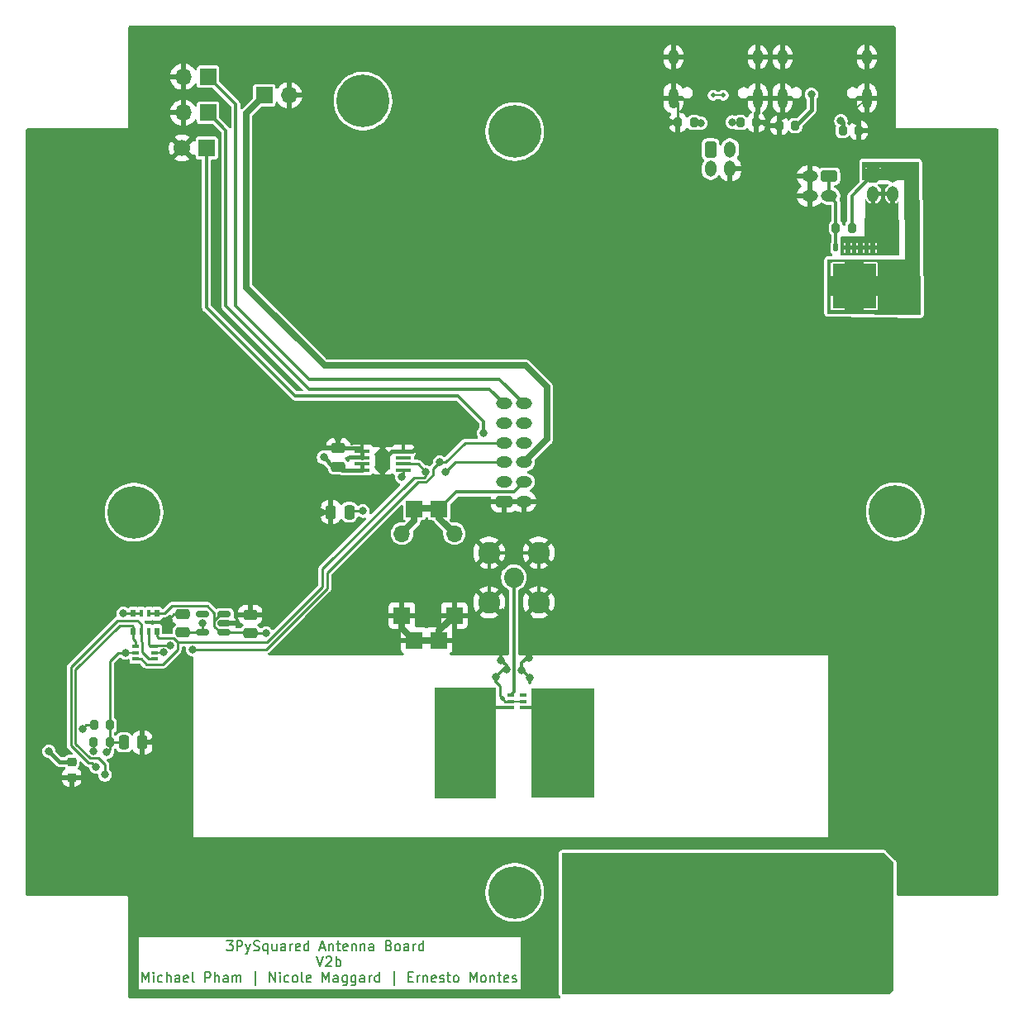
<source format=gbr>
%TF.GenerationSoftware,KiCad,Pcbnew,9.0.3*%
%TF.CreationDate,2025-08-04T00:09:04-07:00*%
%TF.ProjectId,antenna_top_cap_v2b_cygnet_special,616e7465-6e6e-4615-9f74-6f705f636170,rev?*%
%TF.SameCoordinates,Original*%
%TF.FileFunction,Copper,L1,Top*%
%TF.FilePolarity,Positive*%
%FSLAX46Y46*%
G04 Gerber Fmt 4.6, Leading zero omitted, Abs format (unit mm)*
G04 Created by KiCad (PCBNEW 9.0.3) date 2025-08-04 00:09:04*
%MOMM*%
%LPD*%
G01*
G04 APERTURE LIST*
G04 Aperture macros list*
%AMRoundRect*
0 Rectangle with rounded corners*
0 $1 Rounding radius*
0 $2 $3 $4 $5 $6 $7 $8 $9 X,Y pos of 4 corners*
0 Add a 4 corners polygon primitive as box body*
4,1,4,$2,$3,$4,$5,$6,$7,$8,$9,$2,$3,0*
0 Add four circle primitives for the rounded corners*
1,1,$1+$1,$2,$3*
1,1,$1+$1,$4,$5*
1,1,$1+$1,$6,$7*
1,1,$1+$1,$8,$9*
0 Add four rect primitives between the rounded corners*
20,1,$1+$1,$2,$3,$4,$5,0*
20,1,$1+$1,$4,$5,$6,$7,0*
20,1,$1+$1,$6,$7,$8,$9,0*
20,1,$1+$1,$8,$9,$2,$3,0*%
G04 Aperture macros list end*
%ADD10C,0.150000*%
%TA.AperFunction,NonConductor*%
%ADD11C,0.150000*%
%TD*%
%TA.AperFunction,SMDPad,CuDef*%
%ADD12RoundRect,0.200000X-0.200000X-0.275000X0.200000X-0.275000X0.200000X0.275000X-0.200000X0.275000X0*%
%TD*%
%TA.AperFunction,ComponentPad*%
%ADD13O,1.700000X1.700000*%
%TD*%
%TA.AperFunction,ComponentPad*%
%ADD14R,1.700000X1.700000*%
%TD*%
%TA.AperFunction,ComponentPad*%
%ADD15RoundRect,0.250000X-0.350000X-0.575000X0.350000X-0.575000X0.350000X0.575000X-0.350000X0.575000X0*%
%TD*%
%TA.AperFunction,ComponentPad*%
%ADD16O,1.200000X1.650000*%
%TD*%
%TA.AperFunction,ComponentPad*%
%ADD17C,5.400000*%
%TD*%
%TA.AperFunction,ComponentPad*%
%ADD18RoundRect,0.250000X-0.575000X0.350000X-0.575000X-0.350000X0.575000X-0.350000X0.575000X0.350000X0*%
%TD*%
%TA.AperFunction,ComponentPad*%
%ADD19O,1.650000X1.200000*%
%TD*%
%TA.AperFunction,SMDPad,CuDef*%
%ADD20RoundRect,0.250000X-0.250000X-0.475000X0.250000X-0.475000X0.250000X0.475000X-0.250000X0.475000X0*%
%TD*%
%TA.AperFunction,SMDPad,CuDef*%
%ADD21RoundRect,0.250000X0.475000X-0.250000X0.475000X0.250000X-0.475000X0.250000X-0.475000X-0.250000X0*%
%TD*%
%TA.AperFunction,ComponentPad*%
%ADD22RoundRect,0.250000X0.575000X-0.350000X0.575000X0.350000X-0.575000X0.350000X-0.575000X-0.350000X0*%
%TD*%
%TA.AperFunction,SMDPad,CuDef*%
%ADD23RoundRect,0.125000X-0.125000X0.300000X-0.125000X-0.300000X0.125000X-0.300000X0.125000X0.300000X0*%
%TD*%
%TA.AperFunction,SMDPad,CuDef*%
%ADD24R,4.410000X4.550000*%
%TD*%
%TA.AperFunction,SMDPad,CuDef*%
%ADD25RoundRect,0.200000X0.200000X0.275000X-0.200000X0.275000X-0.200000X-0.275000X0.200000X-0.275000X0*%
%TD*%
%TA.AperFunction,ComponentPad*%
%ADD26C,1.700000*%
%TD*%
%TA.AperFunction,SMDPad,CuDef*%
%ADD27R,0.800000X0.300000*%
%TD*%
%TA.AperFunction,SMDPad,CuDef*%
%ADD28R,6.390000X11.320000*%
%TD*%
%TA.AperFunction,SMDPad,CuDef*%
%ADD29R,6.400000X11.300000*%
%TD*%
%TA.AperFunction,SMDPad,CuDef*%
%ADD30RoundRect,0.150000X0.512500X0.150000X-0.512500X0.150000X-0.512500X-0.150000X0.512500X-0.150000X0*%
%TD*%
%TA.AperFunction,SMDPad,CuDef*%
%ADD31RoundRect,0.225000X-0.250000X0.225000X-0.250000X-0.225000X0.250000X-0.225000X0.250000X0.225000X0*%
%TD*%
%TA.AperFunction,ComponentPad*%
%ADD32C,2.050000*%
%TD*%
%TA.AperFunction,ComponentPad*%
%ADD33C,2.250000*%
%TD*%
%TA.AperFunction,SMDPad,CuDef*%
%ADD34R,0.650000X0.400000*%
%TD*%
%TA.AperFunction,SMDPad,CuDef*%
%ADD35R,0.500000X0.800000*%
%TD*%
%TA.AperFunction,SMDPad,CuDef*%
%ADD36R,0.400000X0.800000*%
%TD*%
%TA.AperFunction,SMDPad,CuDef*%
%ADD37RoundRect,0.100000X0.687500X0.100000X-0.687500X0.100000X-0.687500X-0.100000X0.687500X-0.100000X0*%
%TD*%
%TA.AperFunction,HeatsinkPad*%
%ADD38C,0.500000*%
%TD*%
%TA.AperFunction,HeatsinkPad*%
%ADD39R,1.500000X1.800000*%
%TD*%
%TA.AperFunction,SMDPad,CuDef*%
%ADD40RoundRect,0.250000X0.250000X0.475000X-0.250000X0.475000X-0.250000X-0.475000X0.250000X-0.475000X0*%
%TD*%
%TA.AperFunction,HeatsinkPad*%
%ADD41O,1.000000X1.600000*%
%TD*%
%TA.AperFunction,HeatsinkPad*%
%ADD42O,1.000000X2.100000*%
%TD*%
%TA.AperFunction,ViaPad*%
%ADD43C,0.800000*%
%TD*%
%TA.AperFunction,ViaPad*%
%ADD44C,0.460000*%
%TD*%
%TA.AperFunction,Conductor*%
%ADD45C,0.254000*%
%TD*%
%TA.AperFunction,Conductor*%
%ADD46C,0.381000*%
%TD*%
%TA.AperFunction,Conductor*%
%ADD47C,0.250000*%
%TD*%
%TA.AperFunction,Conductor*%
%ADD48C,0.349250*%
%TD*%
%TA.AperFunction,Conductor*%
%ADD49C,0.152400*%
%TD*%
%TA.AperFunction,Conductor*%
%ADD50C,0.300000*%
%TD*%
%TA.AperFunction,Conductor*%
%ADD51C,0.635000*%
%TD*%
%TA.AperFunction,Conductor*%
%ADD52C,0.200000*%
%TD*%
G04 APERTURE END LIST*
D10*
D11*
X136325798Y-156144275D02*
X136944845Y-156144275D01*
X136944845Y-156144275D02*
X136611512Y-156525227D01*
X136611512Y-156525227D02*
X136754369Y-156525227D01*
X136754369Y-156525227D02*
X136849607Y-156572846D01*
X136849607Y-156572846D02*
X136897226Y-156620465D01*
X136897226Y-156620465D02*
X136944845Y-156715703D01*
X136944845Y-156715703D02*
X136944845Y-156953798D01*
X136944845Y-156953798D02*
X136897226Y-157049036D01*
X136897226Y-157049036D02*
X136849607Y-157096656D01*
X136849607Y-157096656D02*
X136754369Y-157144275D01*
X136754369Y-157144275D02*
X136468655Y-157144275D01*
X136468655Y-157144275D02*
X136373417Y-157096656D01*
X136373417Y-157096656D02*
X136325798Y-157049036D01*
X137373417Y-157144275D02*
X137373417Y-156144275D01*
X137373417Y-156144275D02*
X137754369Y-156144275D01*
X137754369Y-156144275D02*
X137849607Y-156191894D01*
X137849607Y-156191894D02*
X137897226Y-156239513D01*
X137897226Y-156239513D02*
X137944845Y-156334751D01*
X137944845Y-156334751D02*
X137944845Y-156477608D01*
X137944845Y-156477608D02*
X137897226Y-156572846D01*
X137897226Y-156572846D02*
X137849607Y-156620465D01*
X137849607Y-156620465D02*
X137754369Y-156668084D01*
X137754369Y-156668084D02*
X137373417Y-156668084D01*
X138278179Y-156477608D02*
X138516274Y-157144275D01*
X138754369Y-156477608D02*
X138516274Y-157144275D01*
X138516274Y-157144275D02*
X138421036Y-157382370D01*
X138421036Y-157382370D02*
X138373417Y-157429989D01*
X138373417Y-157429989D02*
X138278179Y-157477608D01*
X139087703Y-157096656D02*
X139230560Y-157144275D01*
X139230560Y-157144275D02*
X139468655Y-157144275D01*
X139468655Y-157144275D02*
X139563893Y-157096656D01*
X139563893Y-157096656D02*
X139611512Y-157049036D01*
X139611512Y-157049036D02*
X139659131Y-156953798D01*
X139659131Y-156953798D02*
X139659131Y-156858560D01*
X139659131Y-156858560D02*
X139611512Y-156763322D01*
X139611512Y-156763322D02*
X139563893Y-156715703D01*
X139563893Y-156715703D02*
X139468655Y-156668084D01*
X139468655Y-156668084D02*
X139278179Y-156620465D01*
X139278179Y-156620465D02*
X139182941Y-156572846D01*
X139182941Y-156572846D02*
X139135322Y-156525227D01*
X139135322Y-156525227D02*
X139087703Y-156429989D01*
X139087703Y-156429989D02*
X139087703Y-156334751D01*
X139087703Y-156334751D02*
X139135322Y-156239513D01*
X139135322Y-156239513D02*
X139182941Y-156191894D01*
X139182941Y-156191894D02*
X139278179Y-156144275D01*
X139278179Y-156144275D02*
X139516274Y-156144275D01*
X139516274Y-156144275D02*
X139659131Y-156191894D01*
X140516274Y-156477608D02*
X140516274Y-157477608D01*
X140516274Y-157096656D02*
X140421036Y-157144275D01*
X140421036Y-157144275D02*
X140230560Y-157144275D01*
X140230560Y-157144275D02*
X140135322Y-157096656D01*
X140135322Y-157096656D02*
X140087703Y-157049036D01*
X140087703Y-157049036D02*
X140040084Y-156953798D01*
X140040084Y-156953798D02*
X140040084Y-156668084D01*
X140040084Y-156668084D02*
X140087703Y-156572846D01*
X140087703Y-156572846D02*
X140135322Y-156525227D01*
X140135322Y-156525227D02*
X140230560Y-156477608D01*
X140230560Y-156477608D02*
X140421036Y-156477608D01*
X140421036Y-156477608D02*
X140516274Y-156525227D01*
X141421036Y-156477608D02*
X141421036Y-157144275D01*
X140992465Y-156477608D02*
X140992465Y-157001417D01*
X140992465Y-157001417D02*
X141040084Y-157096656D01*
X141040084Y-157096656D02*
X141135322Y-157144275D01*
X141135322Y-157144275D02*
X141278179Y-157144275D01*
X141278179Y-157144275D02*
X141373417Y-157096656D01*
X141373417Y-157096656D02*
X141421036Y-157049036D01*
X142325798Y-157144275D02*
X142325798Y-156620465D01*
X142325798Y-156620465D02*
X142278179Y-156525227D01*
X142278179Y-156525227D02*
X142182941Y-156477608D01*
X142182941Y-156477608D02*
X141992465Y-156477608D01*
X141992465Y-156477608D02*
X141897227Y-156525227D01*
X142325798Y-157096656D02*
X142230560Y-157144275D01*
X142230560Y-157144275D02*
X141992465Y-157144275D01*
X141992465Y-157144275D02*
X141897227Y-157096656D01*
X141897227Y-157096656D02*
X141849608Y-157001417D01*
X141849608Y-157001417D02*
X141849608Y-156906179D01*
X141849608Y-156906179D02*
X141897227Y-156810941D01*
X141897227Y-156810941D02*
X141992465Y-156763322D01*
X141992465Y-156763322D02*
X142230560Y-156763322D01*
X142230560Y-156763322D02*
X142325798Y-156715703D01*
X142801989Y-157144275D02*
X142801989Y-156477608D01*
X142801989Y-156668084D02*
X142849608Y-156572846D01*
X142849608Y-156572846D02*
X142897227Y-156525227D01*
X142897227Y-156525227D02*
X142992465Y-156477608D01*
X142992465Y-156477608D02*
X143087703Y-156477608D01*
X143801989Y-157096656D02*
X143706751Y-157144275D01*
X143706751Y-157144275D02*
X143516275Y-157144275D01*
X143516275Y-157144275D02*
X143421037Y-157096656D01*
X143421037Y-157096656D02*
X143373418Y-157001417D01*
X143373418Y-157001417D02*
X143373418Y-156620465D01*
X143373418Y-156620465D02*
X143421037Y-156525227D01*
X143421037Y-156525227D02*
X143516275Y-156477608D01*
X143516275Y-156477608D02*
X143706751Y-156477608D01*
X143706751Y-156477608D02*
X143801989Y-156525227D01*
X143801989Y-156525227D02*
X143849608Y-156620465D01*
X143849608Y-156620465D02*
X143849608Y-156715703D01*
X143849608Y-156715703D02*
X143373418Y-156810941D01*
X144706751Y-157144275D02*
X144706751Y-156144275D01*
X144706751Y-157096656D02*
X144611513Y-157144275D01*
X144611513Y-157144275D02*
X144421037Y-157144275D01*
X144421037Y-157144275D02*
X144325799Y-157096656D01*
X144325799Y-157096656D02*
X144278180Y-157049036D01*
X144278180Y-157049036D02*
X144230561Y-156953798D01*
X144230561Y-156953798D02*
X144230561Y-156668084D01*
X144230561Y-156668084D02*
X144278180Y-156572846D01*
X144278180Y-156572846D02*
X144325799Y-156525227D01*
X144325799Y-156525227D02*
X144421037Y-156477608D01*
X144421037Y-156477608D02*
X144611513Y-156477608D01*
X144611513Y-156477608D02*
X144706751Y-156525227D01*
X145897228Y-156858560D02*
X146373418Y-156858560D01*
X145801990Y-157144275D02*
X146135323Y-156144275D01*
X146135323Y-156144275D02*
X146468656Y-157144275D01*
X146801990Y-156477608D02*
X146801990Y-157144275D01*
X146801990Y-156572846D02*
X146849609Y-156525227D01*
X146849609Y-156525227D02*
X146944847Y-156477608D01*
X146944847Y-156477608D02*
X147087704Y-156477608D01*
X147087704Y-156477608D02*
X147182942Y-156525227D01*
X147182942Y-156525227D02*
X147230561Y-156620465D01*
X147230561Y-156620465D02*
X147230561Y-157144275D01*
X147563895Y-156477608D02*
X147944847Y-156477608D01*
X147706752Y-156144275D02*
X147706752Y-157001417D01*
X147706752Y-157001417D02*
X147754371Y-157096656D01*
X147754371Y-157096656D02*
X147849609Y-157144275D01*
X147849609Y-157144275D02*
X147944847Y-157144275D01*
X148659133Y-157096656D02*
X148563895Y-157144275D01*
X148563895Y-157144275D02*
X148373419Y-157144275D01*
X148373419Y-157144275D02*
X148278181Y-157096656D01*
X148278181Y-157096656D02*
X148230562Y-157001417D01*
X148230562Y-157001417D02*
X148230562Y-156620465D01*
X148230562Y-156620465D02*
X148278181Y-156525227D01*
X148278181Y-156525227D02*
X148373419Y-156477608D01*
X148373419Y-156477608D02*
X148563895Y-156477608D01*
X148563895Y-156477608D02*
X148659133Y-156525227D01*
X148659133Y-156525227D02*
X148706752Y-156620465D01*
X148706752Y-156620465D02*
X148706752Y-156715703D01*
X148706752Y-156715703D02*
X148230562Y-156810941D01*
X149135324Y-156477608D02*
X149135324Y-157144275D01*
X149135324Y-156572846D02*
X149182943Y-156525227D01*
X149182943Y-156525227D02*
X149278181Y-156477608D01*
X149278181Y-156477608D02*
X149421038Y-156477608D01*
X149421038Y-156477608D02*
X149516276Y-156525227D01*
X149516276Y-156525227D02*
X149563895Y-156620465D01*
X149563895Y-156620465D02*
X149563895Y-157144275D01*
X150040086Y-156477608D02*
X150040086Y-157144275D01*
X150040086Y-156572846D02*
X150087705Y-156525227D01*
X150087705Y-156525227D02*
X150182943Y-156477608D01*
X150182943Y-156477608D02*
X150325800Y-156477608D01*
X150325800Y-156477608D02*
X150421038Y-156525227D01*
X150421038Y-156525227D02*
X150468657Y-156620465D01*
X150468657Y-156620465D02*
X150468657Y-157144275D01*
X151373419Y-157144275D02*
X151373419Y-156620465D01*
X151373419Y-156620465D02*
X151325800Y-156525227D01*
X151325800Y-156525227D02*
X151230562Y-156477608D01*
X151230562Y-156477608D02*
X151040086Y-156477608D01*
X151040086Y-156477608D02*
X150944848Y-156525227D01*
X151373419Y-157096656D02*
X151278181Y-157144275D01*
X151278181Y-157144275D02*
X151040086Y-157144275D01*
X151040086Y-157144275D02*
X150944848Y-157096656D01*
X150944848Y-157096656D02*
X150897229Y-157001417D01*
X150897229Y-157001417D02*
X150897229Y-156906179D01*
X150897229Y-156906179D02*
X150944848Y-156810941D01*
X150944848Y-156810941D02*
X151040086Y-156763322D01*
X151040086Y-156763322D02*
X151278181Y-156763322D01*
X151278181Y-156763322D02*
X151373419Y-156715703D01*
X152944848Y-156620465D02*
X153087705Y-156668084D01*
X153087705Y-156668084D02*
X153135324Y-156715703D01*
X153135324Y-156715703D02*
X153182943Y-156810941D01*
X153182943Y-156810941D02*
X153182943Y-156953798D01*
X153182943Y-156953798D02*
X153135324Y-157049036D01*
X153135324Y-157049036D02*
X153087705Y-157096656D01*
X153087705Y-157096656D02*
X152992467Y-157144275D01*
X152992467Y-157144275D02*
X152611515Y-157144275D01*
X152611515Y-157144275D02*
X152611515Y-156144275D01*
X152611515Y-156144275D02*
X152944848Y-156144275D01*
X152944848Y-156144275D02*
X153040086Y-156191894D01*
X153040086Y-156191894D02*
X153087705Y-156239513D01*
X153087705Y-156239513D02*
X153135324Y-156334751D01*
X153135324Y-156334751D02*
X153135324Y-156429989D01*
X153135324Y-156429989D02*
X153087705Y-156525227D01*
X153087705Y-156525227D02*
X153040086Y-156572846D01*
X153040086Y-156572846D02*
X152944848Y-156620465D01*
X152944848Y-156620465D02*
X152611515Y-156620465D01*
X153754372Y-157144275D02*
X153659134Y-157096656D01*
X153659134Y-157096656D02*
X153611515Y-157049036D01*
X153611515Y-157049036D02*
X153563896Y-156953798D01*
X153563896Y-156953798D02*
X153563896Y-156668084D01*
X153563896Y-156668084D02*
X153611515Y-156572846D01*
X153611515Y-156572846D02*
X153659134Y-156525227D01*
X153659134Y-156525227D02*
X153754372Y-156477608D01*
X153754372Y-156477608D02*
X153897229Y-156477608D01*
X153897229Y-156477608D02*
X153992467Y-156525227D01*
X153992467Y-156525227D02*
X154040086Y-156572846D01*
X154040086Y-156572846D02*
X154087705Y-156668084D01*
X154087705Y-156668084D02*
X154087705Y-156953798D01*
X154087705Y-156953798D02*
X154040086Y-157049036D01*
X154040086Y-157049036D02*
X153992467Y-157096656D01*
X153992467Y-157096656D02*
X153897229Y-157144275D01*
X153897229Y-157144275D02*
X153754372Y-157144275D01*
X154944848Y-157144275D02*
X154944848Y-156620465D01*
X154944848Y-156620465D02*
X154897229Y-156525227D01*
X154897229Y-156525227D02*
X154801991Y-156477608D01*
X154801991Y-156477608D02*
X154611515Y-156477608D01*
X154611515Y-156477608D02*
X154516277Y-156525227D01*
X154944848Y-157096656D02*
X154849610Y-157144275D01*
X154849610Y-157144275D02*
X154611515Y-157144275D01*
X154611515Y-157144275D02*
X154516277Y-157096656D01*
X154516277Y-157096656D02*
X154468658Y-157001417D01*
X154468658Y-157001417D02*
X154468658Y-156906179D01*
X154468658Y-156906179D02*
X154516277Y-156810941D01*
X154516277Y-156810941D02*
X154611515Y-156763322D01*
X154611515Y-156763322D02*
X154849610Y-156763322D01*
X154849610Y-156763322D02*
X154944848Y-156715703D01*
X155421039Y-157144275D02*
X155421039Y-156477608D01*
X155421039Y-156668084D02*
X155468658Y-156572846D01*
X155468658Y-156572846D02*
X155516277Y-156525227D01*
X155516277Y-156525227D02*
X155611515Y-156477608D01*
X155611515Y-156477608D02*
X155706753Y-156477608D01*
X156468658Y-157144275D02*
X156468658Y-156144275D01*
X156468658Y-157096656D02*
X156373420Y-157144275D01*
X156373420Y-157144275D02*
X156182944Y-157144275D01*
X156182944Y-157144275D02*
X156087706Y-157096656D01*
X156087706Y-157096656D02*
X156040087Y-157049036D01*
X156040087Y-157049036D02*
X155992468Y-156953798D01*
X155992468Y-156953798D02*
X155992468Y-156668084D01*
X155992468Y-156668084D02*
X156040087Y-156572846D01*
X156040087Y-156572846D02*
X156087706Y-156525227D01*
X156087706Y-156525227D02*
X156182944Y-156477608D01*
X156182944Y-156477608D02*
X156373420Y-156477608D01*
X156373420Y-156477608D02*
X156468658Y-156525227D01*
X145563895Y-157754219D02*
X145897228Y-158754219D01*
X145897228Y-158754219D02*
X146230561Y-157754219D01*
X146516276Y-157849457D02*
X146563895Y-157801838D01*
X146563895Y-157801838D02*
X146659133Y-157754219D01*
X146659133Y-157754219D02*
X146897228Y-157754219D01*
X146897228Y-157754219D02*
X146992466Y-157801838D01*
X146992466Y-157801838D02*
X147040085Y-157849457D01*
X147040085Y-157849457D02*
X147087704Y-157944695D01*
X147087704Y-157944695D02*
X147087704Y-158039933D01*
X147087704Y-158039933D02*
X147040085Y-158182790D01*
X147040085Y-158182790D02*
X146468657Y-158754219D01*
X146468657Y-158754219D02*
X147087704Y-158754219D01*
X147516276Y-158754219D02*
X147516276Y-157754219D01*
X147516276Y-158135171D02*
X147611514Y-158087552D01*
X147611514Y-158087552D02*
X147801990Y-158087552D01*
X147801990Y-158087552D02*
X147897228Y-158135171D01*
X147897228Y-158135171D02*
X147944847Y-158182790D01*
X147944847Y-158182790D02*
X147992466Y-158278028D01*
X147992466Y-158278028D02*
X147992466Y-158563742D01*
X147992466Y-158563742D02*
X147944847Y-158658980D01*
X147944847Y-158658980D02*
X147897228Y-158706600D01*
X147897228Y-158706600D02*
X147801990Y-158754219D01*
X147801990Y-158754219D02*
X147611514Y-158754219D01*
X147611514Y-158754219D02*
X147516276Y-158706600D01*
X127682940Y-160364163D02*
X127682940Y-159364163D01*
X127682940Y-159364163D02*
X128016273Y-160078448D01*
X128016273Y-160078448D02*
X128349606Y-159364163D01*
X128349606Y-159364163D02*
X128349606Y-160364163D01*
X128825797Y-160364163D02*
X128825797Y-159697496D01*
X128825797Y-159364163D02*
X128778178Y-159411782D01*
X128778178Y-159411782D02*
X128825797Y-159459401D01*
X128825797Y-159459401D02*
X128873416Y-159411782D01*
X128873416Y-159411782D02*
X128825797Y-159364163D01*
X128825797Y-159364163D02*
X128825797Y-159459401D01*
X129730558Y-160316544D02*
X129635320Y-160364163D01*
X129635320Y-160364163D02*
X129444844Y-160364163D01*
X129444844Y-160364163D02*
X129349606Y-160316544D01*
X129349606Y-160316544D02*
X129301987Y-160268924D01*
X129301987Y-160268924D02*
X129254368Y-160173686D01*
X129254368Y-160173686D02*
X129254368Y-159887972D01*
X129254368Y-159887972D02*
X129301987Y-159792734D01*
X129301987Y-159792734D02*
X129349606Y-159745115D01*
X129349606Y-159745115D02*
X129444844Y-159697496D01*
X129444844Y-159697496D02*
X129635320Y-159697496D01*
X129635320Y-159697496D02*
X129730558Y-159745115D01*
X130159130Y-160364163D02*
X130159130Y-159364163D01*
X130587701Y-160364163D02*
X130587701Y-159840353D01*
X130587701Y-159840353D02*
X130540082Y-159745115D01*
X130540082Y-159745115D02*
X130444844Y-159697496D01*
X130444844Y-159697496D02*
X130301987Y-159697496D01*
X130301987Y-159697496D02*
X130206749Y-159745115D01*
X130206749Y-159745115D02*
X130159130Y-159792734D01*
X131492463Y-160364163D02*
X131492463Y-159840353D01*
X131492463Y-159840353D02*
X131444844Y-159745115D01*
X131444844Y-159745115D02*
X131349606Y-159697496D01*
X131349606Y-159697496D02*
X131159130Y-159697496D01*
X131159130Y-159697496D02*
X131063892Y-159745115D01*
X131492463Y-160316544D02*
X131397225Y-160364163D01*
X131397225Y-160364163D02*
X131159130Y-160364163D01*
X131159130Y-160364163D02*
X131063892Y-160316544D01*
X131063892Y-160316544D02*
X131016273Y-160221305D01*
X131016273Y-160221305D02*
X131016273Y-160126067D01*
X131016273Y-160126067D02*
X131063892Y-160030829D01*
X131063892Y-160030829D02*
X131159130Y-159983210D01*
X131159130Y-159983210D02*
X131397225Y-159983210D01*
X131397225Y-159983210D02*
X131492463Y-159935591D01*
X132349606Y-160316544D02*
X132254368Y-160364163D01*
X132254368Y-160364163D02*
X132063892Y-160364163D01*
X132063892Y-160364163D02*
X131968654Y-160316544D01*
X131968654Y-160316544D02*
X131921035Y-160221305D01*
X131921035Y-160221305D02*
X131921035Y-159840353D01*
X131921035Y-159840353D02*
X131968654Y-159745115D01*
X131968654Y-159745115D02*
X132063892Y-159697496D01*
X132063892Y-159697496D02*
X132254368Y-159697496D01*
X132254368Y-159697496D02*
X132349606Y-159745115D01*
X132349606Y-159745115D02*
X132397225Y-159840353D01*
X132397225Y-159840353D02*
X132397225Y-159935591D01*
X132397225Y-159935591D02*
X131921035Y-160030829D01*
X132968654Y-160364163D02*
X132873416Y-160316544D01*
X132873416Y-160316544D02*
X132825797Y-160221305D01*
X132825797Y-160221305D02*
X132825797Y-159364163D01*
X134111512Y-160364163D02*
X134111512Y-159364163D01*
X134111512Y-159364163D02*
X134492464Y-159364163D01*
X134492464Y-159364163D02*
X134587702Y-159411782D01*
X134587702Y-159411782D02*
X134635321Y-159459401D01*
X134635321Y-159459401D02*
X134682940Y-159554639D01*
X134682940Y-159554639D02*
X134682940Y-159697496D01*
X134682940Y-159697496D02*
X134635321Y-159792734D01*
X134635321Y-159792734D02*
X134587702Y-159840353D01*
X134587702Y-159840353D02*
X134492464Y-159887972D01*
X134492464Y-159887972D02*
X134111512Y-159887972D01*
X135111512Y-160364163D02*
X135111512Y-159364163D01*
X135540083Y-160364163D02*
X135540083Y-159840353D01*
X135540083Y-159840353D02*
X135492464Y-159745115D01*
X135492464Y-159745115D02*
X135397226Y-159697496D01*
X135397226Y-159697496D02*
X135254369Y-159697496D01*
X135254369Y-159697496D02*
X135159131Y-159745115D01*
X135159131Y-159745115D02*
X135111512Y-159792734D01*
X136444845Y-160364163D02*
X136444845Y-159840353D01*
X136444845Y-159840353D02*
X136397226Y-159745115D01*
X136397226Y-159745115D02*
X136301988Y-159697496D01*
X136301988Y-159697496D02*
X136111512Y-159697496D01*
X136111512Y-159697496D02*
X136016274Y-159745115D01*
X136444845Y-160316544D02*
X136349607Y-160364163D01*
X136349607Y-160364163D02*
X136111512Y-160364163D01*
X136111512Y-160364163D02*
X136016274Y-160316544D01*
X136016274Y-160316544D02*
X135968655Y-160221305D01*
X135968655Y-160221305D02*
X135968655Y-160126067D01*
X135968655Y-160126067D02*
X136016274Y-160030829D01*
X136016274Y-160030829D02*
X136111512Y-159983210D01*
X136111512Y-159983210D02*
X136349607Y-159983210D01*
X136349607Y-159983210D02*
X136444845Y-159935591D01*
X136921036Y-160364163D02*
X136921036Y-159697496D01*
X136921036Y-159792734D02*
X136968655Y-159745115D01*
X136968655Y-159745115D02*
X137063893Y-159697496D01*
X137063893Y-159697496D02*
X137206750Y-159697496D01*
X137206750Y-159697496D02*
X137301988Y-159745115D01*
X137301988Y-159745115D02*
X137349607Y-159840353D01*
X137349607Y-159840353D02*
X137349607Y-160364163D01*
X137349607Y-159840353D02*
X137397226Y-159745115D01*
X137397226Y-159745115D02*
X137492464Y-159697496D01*
X137492464Y-159697496D02*
X137635321Y-159697496D01*
X137635321Y-159697496D02*
X137730560Y-159745115D01*
X137730560Y-159745115D02*
X137778179Y-159840353D01*
X137778179Y-159840353D02*
X137778179Y-160364163D01*
X139254369Y-160697496D02*
X139254369Y-159268924D01*
X140730560Y-160364163D02*
X140730560Y-159364163D01*
X140730560Y-159364163D02*
X141301988Y-160364163D01*
X141301988Y-160364163D02*
X141301988Y-159364163D01*
X141778179Y-160364163D02*
X141778179Y-159697496D01*
X141778179Y-159364163D02*
X141730560Y-159411782D01*
X141730560Y-159411782D02*
X141778179Y-159459401D01*
X141778179Y-159459401D02*
X141825798Y-159411782D01*
X141825798Y-159411782D02*
X141778179Y-159364163D01*
X141778179Y-159364163D02*
X141778179Y-159459401D01*
X142682940Y-160316544D02*
X142587702Y-160364163D01*
X142587702Y-160364163D02*
X142397226Y-160364163D01*
X142397226Y-160364163D02*
X142301988Y-160316544D01*
X142301988Y-160316544D02*
X142254369Y-160268924D01*
X142254369Y-160268924D02*
X142206750Y-160173686D01*
X142206750Y-160173686D02*
X142206750Y-159887972D01*
X142206750Y-159887972D02*
X142254369Y-159792734D01*
X142254369Y-159792734D02*
X142301988Y-159745115D01*
X142301988Y-159745115D02*
X142397226Y-159697496D01*
X142397226Y-159697496D02*
X142587702Y-159697496D01*
X142587702Y-159697496D02*
X142682940Y-159745115D01*
X143254369Y-160364163D02*
X143159131Y-160316544D01*
X143159131Y-160316544D02*
X143111512Y-160268924D01*
X143111512Y-160268924D02*
X143063893Y-160173686D01*
X143063893Y-160173686D02*
X143063893Y-159887972D01*
X143063893Y-159887972D02*
X143111512Y-159792734D01*
X143111512Y-159792734D02*
X143159131Y-159745115D01*
X143159131Y-159745115D02*
X143254369Y-159697496D01*
X143254369Y-159697496D02*
X143397226Y-159697496D01*
X143397226Y-159697496D02*
X143492464Y-159745115D01*
X143492464Y-159745115D02*
X143540083Y-159792734D01*
X143540083Y-159792734D02*
X143587702Y-159887972D01*
X143587702Y-159887972D02*
X143587702Y-160173686D01*
X143587702Y-160173686D02*
X143540083Y-160268924D01*
X143540083Y-160268924D02*
X143492464Y-160316544D01*
X143492464Y-160316544D02*
X143397226Y-160364163D01*
X143397226Y-160364163D02*
X143254369Y-160364163D01*
X144159131Y-160364163D02*
X144063893Y-160316544D01*
X144063893Y-160316544D02*
X144016274Y-160221305D01*
X144016274Y-160221305D02*
X144016274Y-159364163D01*
X144921036Y-160316544D02*
X144825798Y-160364163D01*
X144825798Y-160364163D02*
X144635322Y-160364163D01*
X144635322Y-160364163D02*
X144540084Y-160316544D01*
X144540084Y-160316544D02*
X144492465Y-160221305D01*
X144492465Y-160221305D02*
X144492465Y-159840353D01*
X144492465Y-159840353D02*
X144540084Y-159745115D01*
X144540084Y-159745115D02*
X144635322Y-159697496D01*
X144635322Y-159697496D02*
X144825798Y-159697496D01*
X144825798Y-159697496D02*
X144921036Y-159745115D01*
X144921036Y-159745115D02*
X144968655Y-159840353D01*
X144968655Y-159840353D02*
X144968655Y-159935591D01*
X144968655Y-159935591D02*
X144492465Y-160030829D01*
X146159132Y-160364163D02*
X146159132Y-159364163D01*
X146159132Y-159364163D02*
X146492465Y-160078448D01*
X146492465Y-160078448D02*
X146825798Y-159364163D01*
X146825798Y-159364163D02*
X146825798Y-160364163D01*
X147730560Y-160364163D02*
X147730560Y-159840353D01*
X147730560Y-159840353D02*
X147682941Y-159745115D01*
X147682941Y-159745115D02*
X147587703Y-159697496D01*
X147587703Y-159697496D02*
X147397227Y-159697496D01*
X147397227Y-159697496D02*
X147301989Y-159745115D01*
X147730560Y-160316544D02*
X147635322Y-160364163D01*
X147635322Y-160364163D02*
X147397227Y-160364163D01*
X147397227Y-160364163D02*
X147301989Y-160316544D01*
X147301989Y-160316544D02*
X147254370Y-160221305D01*
X147254370Y-160221305D02*
X147254370Y-160126067D01*
X147254370Y-160126067D02*
X147301989Y-160030829D01*
X147301989Y-160030829D02*
X147397227Y-159983210D01*
X147397227Y-159983210D02*
X147635322Y-159983210D01*
X147635322Y-159983210D02*
X147730560Y-159935591D01*
X148635322Y-159697496D02*
X148635322Y-160507020D01*
X148635322Y-160507020D02*
X148587703Y-160602258D01*
X148587703Y-160602258D02*
X148540084Y-160649877D01*
X148540084Y-160649877D02*
X148444846Y-160697496D01*
X148444846Y-160697496D02*
X148301989Y-160697496D01*
X148301989Y-160697496D02*
X148206751Y-160649877D01*
X148635322Y-160316544D02*
X148540084Y-160364163D01*
X148540084Y-160364163D02*
X148349608Y-160364163D01*
X148349608Y-160364163D02*
X148254370Y-160316544D01*
X148254370Y-160316544D02*
X148206751Y-160268924D01*
X148206751Y-160268924D02*
X148159132Y-160173686D01*
X148159132Y-160173686D02*
X148159132Y-159887972D01*
X148159132Y-159887972D02*
X148206751Y-159792734D01*
X148206751Y-159792734D02*
X148254370Y-159745115D01*
X148254370Y-159745115D02*
X148349608Y-159697496D01*
X148349608Y-159697496D02*
X148540084Y-159697496D01*
X148540084Y-159697496D02*
X148635322Y-159745115D01*
X149540084Y-159697496D02*
X149540084Y-160507020D01*
X149540084Y-160507020D02*
X149492465Y-160602258D01*
X149492465Y-160602258D02*
X149444846Y-160649877D01*
X149444846Y-160649877D02*
X149349608Y-160697496D01*
X149349608Y-160697496D02*
X149206751Y-160697496D01*
X149206751Y-160697496D02*
X149111513Y-160649877D01*
X149540084Y-160316544D02*
X149444846Y-160364163D01*
X149444846Y-160364163D02*
X149254370Y-160364163D01*
X149254370Y-160364163D02*
X149159132Y-160316544D01*
X149159132Y-160316544D02*
X149111513Y-160268924D01*
X149111513Y-160268924D02*
X149063894Y-160173686D01*
X149063894Y-160173686D02*
X149063894Y-159887972D01*
X149063894Y-159887972D02*
X149111513Y-159792734D01*
X149111513Y-159792734D02*
X149159132Y-159745115D01*
X149159132Y-159745115D02*
X149254370Y-159697496D01*
X149254370Y-159697496D02*
X149444846Y-159697496D01*
X149444846Y-159697496D02*
X149540084Y-159745115D01*
X150444846Y-160364163D02*
X150444846Y-159840353D01*
X150444846Y-159840353D02*
X150397227Y-159745115D01*
X150397227Y-159745115D02*
X150301989Y-159697496D01*
X150301989Y-159697496D02*
X150111513Y-159697496D01*
X150111513Y-159697496D02*
X150016275Y-159745115D01*
X150444846Y-160316544D02*
X150349608Y-160364163D01*
X150349608Y-160364163D02*
X150111513Y-160364163D01*
X150111513Y-160364163D02*
X150016275Y-160316544D01*
X150016275Y-160316544D02*
X149968656Y-160221305D01*
X149968656Y-160221305D02*
X149968656Y-160126067D01*
X149968656Y-160126067D02*
X150016275Y-160030829D01*
X150016275Y-160030829D02*
X150111513Y-159983210D01*
X150111513Y-159983210D02*
X150349608Y-159983210D01*
X150349608Y-159983210D02*
X150444846Y-159935591D01*
X150921037Y-160364163D02*
X150921037Y-159697496D01*
X150921037Y-159887972D02*
X150968656Y-159792734D01*
X150968656Y-159792734D02*
X151016275Y-159745115D01*
X151016275Y-159745115D02*
X151111513Y-159697496D01*
X151111513Y-159697496D02*
X151206751Y-159697496D01*
X151968656Y-160364163D02*
X151968656Y-159364163D01*
X151968656Y-160316544D02*
X151873418Y-160364163D01*
X151873418Y-160364163D02*
X151682942Y-160364163D01*
X151682942Y-160364163D02*
X151587704Y-160316544D01*
X151587704Y-160316544D02*
X151540085Y-160268924D01*
X151540085Y-160268924D02*
X151492466Y-160173686D01*
X151492466Y-160173686D02*
X151492466Y-159887972D01*
X151492466Y-159887972D02*
X151540085Y-159792734D01*
X151540085Y-159792734D02*
X151587704Y-159745115D01*
X151587704Y-159745115D02*
X151682942Y-159697496D01*
X151682942Y-159697496D02*
X151873418Y-159697496D01*
X151873418Y-159697496D02*
X151968656Y-159745115D01*
X153444847Y-160697496D02*
X153444847Y-159268924D01*
X154921038Y-159840353D02*
X155254371Y-159840353D01*
X155397228Y-160364163D02*
X154921038Y-160364163D01*
X154921038Y-160364163D02*
X154921038Y-159364163D01*
X154921038Y-159364163D02*
X155397228Y-159364163D01*
X155825800Y-160364163D02*
X155825800Y-159697496D01*
X155825800Y-159887972D02*
X155873419Y-159792734D01*
X155873419Y-159792734D02*
X155921038Y-159745115D01*
X155921038Y-159745115D02*
X156016276Y-159697496D01*
X156016276Y-159697496D02*
X156111514Y-159697496D01*
X156444848Y-159697496D02*
X156444848Y-160364163D01*
X156444848Y-159792734D02*
X156492467Y-159745115D01*
X156492467Y-159745115D02*
X156587705Y-159697496D01*
X156587705Y-159697496D02*
X156730562Y-159697496D01*
X156730562Y-159697496D02*
X156825800Y-159745115D01*
X156825800Y-159745115D02*
X156873419Y-159840353D01*
X156873419Y-159840353D02*
X156873419Y-160364163D01*
X157730562Y-160316544D02*
X157635324Y-160364163D01*
X157635324Y-160364163D02*
X157444848Y-160364163D01*
X157444848Y-160364163D02*
X157349610Y-160316544D01*
X157349610Y-160316544D02*
X157301991Y-160221305D01*
X157301991Y-160221305D02*
X157301991Y-159840353D01*
X157301991Y-159840353D02*
X157349610Y-159745115D01*
X157349610Y-159745115D02*
X157444848Y-159697496D01*
X157444848Y-159697496D02*
X157635324Y-159697496D01*
X157635324Y-159697496D02*
X157730562Y-159745115D01*
X157730562Y-159745115D02*
X157778181Y-159840353D01*
X157778181Y-159840353D02*
X157778181Y-159935591D01*
X157778181Y-159935591D02*
X157301991Y-160030829D01*
X158159134Y-160316544D02*
X158254372Y-160364163D01*
X158254372Y-160364163D02*
X158444848Y-160364163D01*
X158444848Y-160364163D02*
X158540086Y-160316544D01*
X158540086Y-160316544D02*
X158587705Y-160221305D01*
X158587705Y-160221305D02*
X158587705Y-160173686D01*
X158587705Y-160173686D02*
X158540086Y-160078448D01*
X158540086Y-160078448D02*
X158444848Y-160030829D01*
X158444848Y-160030829D02*
X158301991Y-160030829D01*
X158301991Y-160030829D02*
X158206753Y-159983210D01*
X158206753Y-159983210D02*
X158159134Y-159887972D01*
X158159134Y-159887972D02*
X158159134Y-159840353D01*
X158159134Y-159840353D02*
X158206753Y-159745115D01*
X158206753Y-159745115D02*
X158301991Y-159697496D01*
X158301991Y-159697496D02*
X158444848Y-159697496D01*
X158444848Y-159697496D02*
X158540086Y-159745115D01*
X158873420Y-159697496D02*
X159254372Y-159697496D01*
X159016277Y-159364163D02*
X159016277Y-160221305D01*
X159016277Y-160221305D02*
X159063896Y-160316544D01*
X159063896Y-160316544D02*
X159159134Y-160364163D01*
X159159134Y-160364163D02*
X159254372Y-160364163D01*
X159730563Y-160364163D02*
X159635325Y-160316544D01*
X159635325Y-160316544D02*
X159587706Y-160268924D01*
X159587706Y-160268924D02*
X159540087Y-160173686D01*
X159540087Y-160173686D02*
X159540087Y-159887972D01*
X159540087Y-159887972D02*
X159587706Y-159792734D01*
X159587706Y-159792734D02*
X159635325Y-159745115D01*
X159635325Y-159745115D02*
X159730563Y-159697496D01*
X159730563Y-159697496D02*
X159873420Y-159697496D01*
X159873420Y-159697496D02*
X159968658Y-159745115D01*
X159968658Y-159745115D02*
X160016277Y-159792734D01*
X160016277Y-159792734D02*
X160063896Y-159887972D01*
X160063896Y-159887972D02*
X160063896Y-160173686D01*
X160063896Y-160173686D02*
X160016277Y-160268924D01*
X160016277Y-160268924D02*
X159968658Y-160316544D01*
X159968658Y-160316544D02*
X159873420Y-160364163D01*
X159873420Y-160364163D02*
X159730563Y-160364163D01*
X161254373Y-160364163D02*
X161254373Y-159364163D01*
X161254373Y-159364163D02*
X161587706Y-160078448D01*
X161587706Y-160078448D02*
X161921039Y-159364163D01*
X161921039Y-159364163D02*
X161921039Y-160364163D01*
X162540087Y-160364163D02*
X162444849Y-160316544D01*
X162444849Y-160316544D02*
X162397230Y-160268924D01*
X162397230Y-160268924D02*
X162349611Y-160173686D01*
X162349611Y-160173686D02*
X162349611Y-159887972D01*
X162349611Y-159887972D02*
X162397230Y-159792734D01*
X162397230Y-159792734D02*
X162444849Y-159745115D01*
X162444849Y-159745115D02*
X162540087Y-159697496D01*
X162540087Y-159697496D02*
X162682944Y-159697496D01*
X162682944Y-159697496D02*
X162778182Y-159745115D01*
X162778182Y-159745115D02*
X162825801Y-159792734D01*
X162825801Y-159792734D02*
X162873420Y-159887972D01*
X162873420Y-159887972D02*
X162873420Y-160173686D01*
X162873420Y-160173686D02*
X162825801Y-160268924D01*
X162825801Y-160268924D02*
X162778182Y-160316544D01*
X162778182Y-160316544D02*
X162682944Y-160364163D01*
X162682944Y-160364163D02*
X162540087Y-160364163D01*
X163301992Y-159697496D02*
X163301992Y-160364163D01*
X163301992Y-159792734D02*
X163349611Y-159745115D01*
X163349611Y-159745115D02*
X163444849Y-159697496D01*
X163444849Y-159697496D02*
X163587706Y-159697496D01*
X163587706Y-159697496D02*
X163682944Y-159745115D01*
X163682944Y-159745115D02*
X163730563Y-159840353D01*
X163730563Y-159840353D02*
X163730563Y-160364163D01*
X164063897Y-159697496D02*
X164444849Y-159697496D01*
X164206754Y-159364163D02*
X164206754Y-160221305D01*
X164206754Y-160221305D02*
X164254373Y-160316544D01*
X164254373Y-160316544D02*
X164349611Y-160364163D01*
X164349611Y-160364163D02*
X164444849Y-160364163D01*
X165159135Y-160316544D02*
X165063897Y-160364163D01*
X165063897Y-160364163D02*
X164873421Y-160364163D01*
X164873421Y-160364163D02*
X164778183Y-160316544D01*
X164778183Y-160316544D02*
X164730564Y-160221305D01*
X164730564Y-160221305D02*
X164730564Y-159840353D01*
X164730564Y-159840353D02*
X164778183Y-159745115D01*
X164778183Y-159745115D02*
X164873421Y-159697496D01*
X164873421Y-159697496D02*
X165063897Y-159697496D01*
X165063897Y-159697496D02*
X165159135Y-159745115D01*
X165159135Y-159745115D02*
X165206754Y-159840353D01*
X165206754Y-159840353D02*
X165206754Y-159935591D01*
X165206754Y-159935591D02*
X164730564Y-160030829D01*
X165587707Y-160316544D02*
X165682945Y-160364163D01*
X165682945Y-160364163D02*
X165873421Y-160364163D01*
X165873421Y-160364163D02*
X165968659Y-160316544D01*
X165968659Y-160316544D02*
X166016278Y-160221305D01*
X166016278Y-160221305D02*
X166016278Y-160173686D01*
X166016278Y-160173686D02*
X165968659Y-160078448D01*
X165968659Y-160078448D02*
X165873421Y-160030829D01*
X165873421Y-160030829D02*
X165730564Y-160030829D01*
X165730564Y-160030829D02*
X165635326Y-159983210D01*
X165635326Y-159983210D02*
X165587707Y-159887972D01*
X165587707Y-159887972D02*
X165587707Y-159840353D01*
X165587707Y-159840353D02*
X165635326Y-159745115D01*
X165635326Y-159745115D02*
X165730564Y-159697496D01*
X165730564Y-159697496D02*
X165873421Y-159697496D01*
X165873421Y-159697496D02*
X165968659Y-159745115D01*
D12*
%TO.P,R4,1,1*%
%TO.N,/XSHUT_2.8V*%
X122695800Y-135769400D03*
%TO.P,R4,2,2*%
%TO.N,2.8V*%
X124345800Y-135769400D03*
%TD*%
D13*
%TO.P,J7,1,Power*%
%TO.N,BURN*%
X154275800Y-114431900D03*
D14*
X155545800Y-111891900D03*
X158085800Y-111891900D03*
D13*
X159645800Y-114431900D03*
D14*
%TO.P,J7,2,GND*%
%TO.N,GND*%
X154275800Y-122811900D03*
X155545800Y-125351900D03*
X158085800Y-125351900D03*
X159645800Y-122811900D03*
%TD*%
%TO.P,J3,1,Pin_1*%
%TO.N,~{FC_RESET}*%
X134420800Y-67619400D03*
D13*
%TO.P,J3,2,Pin_2*%
%TO.N,GND*%
X131880800Y-67619400D03*
%TD*%
D12*
%TO.P,R26,1,1*%
%TO.N,GND*%
X192920800Y-72619400D03*
%TO.P,R26,2,2*%
%TO.N,Net-(J12-CC1)*%
X194570800Y-72619400D03*
%TD*%
D15*
%TO.P,J11,1,Pin_1*%
%TO.N,/RBF_High*%
X202545800Y-77619400D03*
D16*
%TO.P,J11,2,Pin_2*%
%TO.N,/RBF_Low*%
X202545800Y-79619400D03*
%TO.P,J11,3,Pin_3*%
%TO.N,/RBF_High*%
X204545800Y-77619400D03*
%TO.P,J11,4,Pin_4*%
%TO.N,/RBF_Low*%
X204545800Y-79619400D03*
%TD*%
D17*
%TO.P,TP3,1,1*%
%TO.N,unconnected-(TP3-Pad1)*%
X150275800Y-70119400D03*
%TD*%
D18*
%TO.P,J13,1,Pin_1*%
%TO.N,Net-(J13-Pin_1)*%
X198045800Y-77819400D03*
D19*
%TO.P,J13,2,Pin_2*%
%TO.N,GND*%
X196045800Y-77819400D03*
%TO.P,J13,3,Pin_3*%
%TO.N,Net-(J13-Pin_1)*%
X198045800Y-79819400D03*
%TO.P,J13,4,Pin_4*%
%TO.N,GND*%
X196045800Y-79819400D03*
%TD*%
D20*
%TO.P,C4,1*%
%TO.N,2.8V*%
X125795800Y-135819400D03*
%TO.P,C4,2*%
%TO.N,GND*%
X127695800Y-135819400D03*
%TD*%
D21*
%TO.P,C2,1,1*%
%TO.N,2.8V*%
X131845800Y-124569399D03*
%TO.P,C2,2,2*%
%TO.N,GND*%
X131845800Y-122669401D03*
%TD*%
D22*
%TO.P,J1,1,Pin_1*%
%TO.N,GND*%
X164745800Y-111119400D03*
D19*
%TO.P,J1,2,Pin_2*%
X166745801Y-111119400D03*
%TO.P,J1,3,Pin_3*%
%TO.N,WDT_DISABLE*%
X164745800Y-109119399D03*
%TO.P,J1,4,Pin_4*%
%TO.N,BURN*%
X166745800Y-109119400D03*
%TO.P,J1,5,Pin_5*%
%TO.N,SCL0*%
X164745800Y-107119400D03*
%TO.P,J1,6,Pin_6*%
%TO.N,Dir_Chrg_In*%
X166745800Y-107119399D03*
%TO.P,J1,7,Pin_7*%
%TO.N,SDA0*%
X164745800Y-105119400D03*
%TO.P,J1,8,Pin_8*%
%TO.N,+3V3*%
X166745800Y-105119400D03*
%TO.P,J1,9,Pin_9*%
%TO.N,USB_D+*%
X164745800Y-103119400D03*
%TO.P,J1,10,Pin_10*%
%TO.N,USB_D-*%
X166745800Y-103119400D03*
%TO.P,J1,11,Pin_11*%
%TO.N,FC_USBBOOT*%
X164745800Y-101119400D03*
%TO.P,J1,12,Pin_12*%
%TO.N,~{FC_RESET}*%
X166745800Y-101119400D03*
%TD*%
D21*
%TO.P,C1,1,1*%
%TO.N,+3V3*%
X138745800Y-124619400D03*
%TO.P,C1,2,2*%
%TO.N,GND*%
X138745800Y-122719400D03*
%TD*%
D23*
%TO.P,Q2,1,S*%
%TO.N,/RBF_Low*%
X202515800Y-85119400D03*
%TO.P,Q2,2,S*%
X201245800Y-85119400D03*
%TO.P,Q2,3,S*%
X199975800Y-85119400D03*
%TO.P,Q2,4,G*%
%TO.N,Net-(J13-Pin_1)*%
X198705800Y-85119400D03*
D24*
%TO.P,Q2,5,D*%
%TO.N,/RBF_High*%
X200610800Y-89069400D03*
%TD*%
D25*
%TO.P,R27,1,1*%
%TO.N,GND*%
X201070800Y-73119400D03*
%TO.P,R27,2,2*%
%TO.N,Net-(J12-CC2)*%
X199420800Y-73119400D03*
%TD*%
D21*
%TO.P,C43,1*%
%TO.N,+3V3*%
X147745800Y-107569399D03*
%TO.P,C43,2*%
%TO.N,GND*%
X147745800Y-105669401D03*
%TD*%
D14*
%TO.P,J10,1,Pin_1*%
%TO.N,WDT_DISABLE*%
X134285800Y-74919400D03*
D26*
%TO.P,J10,2,Pin_2*%
%TO.N,GND*%
X131745800Y-74919400D03*
%TD*%
D27*
%TO.P,U5,1,Unbalancedport*%
%TO.N,Net-(J5-In)*%
X165425800Y-130969400D03*
%TO.P,U5,2,GND*%
%TO.N,GND*%
X165425800Y-131619400D03*
%TO.P,U5,3,Balancedport*%
%TO.N,Net-(J6-tape_1)*%
X165425800Y-132269400D03*
%TO.P,U5,4,Balancedport*%
%TO.N,Net-(J6-tape_2)*%
X166665800Y-132269400D03*
%TO.P,U5,5,GND*%
%TO.N,GND*%
X166665800Y-131619400D03*
%TO.P,U5,6,N.C.*%
%TO.N,unconnected-(U5-N.C.-Pad6)*%
X166665800Y-130969400D03*
%TD*%
D28*
%TO.P,J6,1,tape_1*%
%TO.N,Net-(J6-tape_1)*%
X160783800Y-135889400D03*
D29*
%TO.P,J6,2,tape_2*%
%TO.N,Net-(J6-tape_2)*%
X170745800Y-135869400D03*
%TD*%
D17*
%TO.P,TP5,1,1*%
%TO.N,unconnected-(TP5-Pad1)*%
X126825800Y-112239400D03*
%TD*%
D12*
%TO.P,R7,1,1*%
%TO.N,Net-(J13-Pin_1)*%
X198720800Y-83119400D03*
%TO.P,R7,2,2*%
%TO.N,/RBF_High*%
X200370800Y-83119400D03*
%TD*%
D17*
%TO.P,TP6,1,1*%
%TO.N,unconnected-(TP6-Pad1)*%
X165835800Y-73239400D03*
%TD*%
D30*
%TO.P,U2,1,IN*%
%TO.N,+3V3*%
X136083300Y-124569399D03*
%TO.P,U2,2,GND*%
%TO.N,GND*%
X136083300Y-123619400D03*
%TO.P,U2,3,EN*%
%TO.N,+3V3*%
X136083300Y-122669401D03*
%TO.P,U2,4,P4*%
%TO.N,unconnected-(U2-P4-Pad4)*%
X133808300Y-122669401D03*
%TO.P,U2,5,OUT*%
%TO.N,2.8V*%
X133808300Y-124569399D03*
%TD*%
D25*
%TO.P,R6,1,1*%
%TO.N,GND*%
X190570800Y-72319400D03*
%TO.P,R6,2,2*%
%TO.N,Net-(J8-CC2)*%
X188920800Y-72319400D03*
%TD*%
D17*
%TO.P,TP1,1,1*%
%TO.N,unconnected-(TP1-Pad1)*%
X165835800Y-151189400D03*
%TD*%
%TO.P,TP4,1,1*%
%TO.N,unconnected-(TP4-Pad1)*%
X204805800Y-112189400D03*
%TD*%
D12*
%TO.P,R2,1,1*%
%TO.N,/GPIO*%
X122710800Y-134049400D03*
%TO.P,R2,2,2*%
%TO.N,2.8V*%
X124360800Y-134049400D03*
%TD*%
D31*
%TO.P,C3,1,1*%
%TO.N,2.8V*%
X120445800Y-137844400D03*
%TO.P,C3,2,2*%
%TO.N,GND*%
X120445800Y-139394400D03*
%TD*%
D32*
%TO.P,J5,1,In*%
%TO.N,Net-(J5-In)*%
X165745800Y-118919400D03*
D33*
%TO.P,J5,2,Ext*%
%TO.N,GND*%
X163205800Y-116379400D03*
X163205800Y-121459400D03*
X168285800Y-116379400D03*
X168285800Y-121459400D03*
%TD*%
D15*
%TO.P,J9,1,Pin_1*%
%TO.N,/Payload_D-*%
X185895800Y-75069400D03*
D16*
%TO.P,J9,2,Pin_2*%
%TO.N,/Payload_VBUS*%
X185895800Y-77069400D03*
%TO.P,J9,3,Pin_3*%
%TO.N,/Payload_D+*%
X187895800Y-75069400D03*
%TO.P,J9,4,Pin_4*%
%TO.N,GND*%
X187895800Y-77069400D03*
%TD*%
D12*
%TO.P,R5,1,1*%
%TO.N,GND*%
X182545800Y-72319400D03*
%TO.P,R5,2,2*%
%TO.N,Net-(J8-CC1)*%
X184195800Y-72319400D03*
%TD*%
D34*
%TO.P,Q1,1,S*%
%TO.N,/SCL_3V*%
X128895800Y-127269400D03*
%TO.P,Q1,2,G*%
%TO.N,2.8V*%
X128895799Y-126619400D03*
%TO.P,Q1,3,D*%
%TO.N,SDA0*%
X128895800Y-125969400D03*
%TO.P,Q1,4,S*%
%TO.N,/SDA_3V*%
X126995800Y-125969400D03*
%TO.P,Q1,5,G*%
%TO.N,2.8V*%
X126995801Y-126619400D03*
%TO.P,Q1,6,D*%
%TO.N,SCL0*%
X126995800Y-127269400D03*
%TD*%
D35*
%TO.P,R3,1,1*%
%TO.N,+3V3*%
X129145800Y-122619400D03*
D36*
%TO.P,R3,2,1*%
X128345800Y-122619400D03*
%TO.P,R3,3,1*%
%TO.N,2.8V*%
X127545800Y-122619400D03*
D35*
%TO.P,R3,4,1*%
X126745800Y-122619400D03*
%TO.P,R3,5,2*%
%TO.N,/SDA_3V*%
X126745800Y-124419400D03*
D36*
%TO.P,R3,6,2*%
%TO.N,/SCL_3V*%
X127545800Y-124419400D03*
%TO.P,R3,7,2*%
%TO.N,SDA0*%
X128345800Y-124419400D03*
D35*
%TO.P,R3,8,2*%
%TO.N,SCL0*%
X129145800Y-124419400D03*
%TD*%
D37*
%TO.P,U16,1,SDA*%
%TO.N,SDA0*%
X154408300Y-107944400D03*
%TO.P,U16,2,SCL*%
%TO.N,SCL0*%
X154408300Y-107294400D03*
%TO.P,U16,3,Alert*%
%TO.N,unconnected-(U16-Alert-Pad3)*%
X154408300Y-106644400D03*
%TO.P,U16,4,GND*%
%TO.N,GND*%
X154408300Y-105994400D03*
%TO.P,U16,5,A2*%
X150183300Y-105994400D03*
%TO.P,U16,6,A1*%
X150183300Y-106644400D03*
%TO.P,U16,7,A0*%
%TO.N,+3V3*%
X150183300Y-107294400D03*
%TO.P,U16,8,VDD*%
X150183300Y-107944400D03*
D38*
%TO.P,U16,9,EP/GND*%
%TO.N,GND*%
X152845800Y-107619400D03*
X152845800Y-106319400D03*
D39*
X152295800Y-106969400D03*
D38*
X151745800Y-107619400D03*
X151745800Y-106319400D03*
%TD*%
D40*
%TO.P,C5,1*%
%TO.N,+3V3*%
X148895800Y-112219400D03*
%TO.P,C5,2*%
%TO.N,GND*%
X146995800Y-112219400D03*
%TD*%
D14*
%TO.P,J4,1,Pin_1*%
%TO.N,FC_USBBOOT*%
X134420800Y-71319400D03*
D13*
%TO.P,J4,2,Pin_2*%
%TO.N,GND*%
X131880800Y-71319400D03*
%TD*%
D14*
%TO.P,J2,1,Pin_1*%
%TO.N,Dir_Chrg_In*%
X140170800Y-69519400D03*
D13*
%TO.P,J2,2,Pin_2*%
%TO.N,GND*%
X142710800Y-69519400D03*
%TD*%
D41*
%TO.P,J12,S1,SHIELD*%
%TO.N,GND*%
X193245800Y-65619400D03*
D42*
X193245800Y-69799400D03*
D41*
X201885800Y-65619400D03*
D42*
X201885800Y-69799400D03*
%TD*%
D41*
%TO.P,J8,S1,SHIELD*%
%TO.N,GND*%
X182075800Y-65619400D03*
D42*
X182075800Y-69799400D03*
D41*
X190715800Y-65619400D03*
D42*
X190715800Y-69799400D03*
%TD*%
D43*
%TO.N,GND*%
X200745800Y-72119400D03*
X138745800Y-121119400D03*
X193245800Y-71619400D03*
X167245800Y-127119400D03*
X167245800Y-123119400D03*
X191595800Y-72369400D03*
X130347958Y-123222637D03*
X156245800Y-105119400D03*
X167245800Y-126119400D03*
X128845800Y-135719400D03*
X164445800Y-125519400D03*
X167245800Y-124119400D03*
X167395800Y-129169400D03*
X147745800Y-104619400D03*
X164445800Y-123519400D03*
X117945800Y-138629545D03*
X174045800Y-105019400D03*
X164445800Y-124519400D03*
X164545800Y-122519400D03*
X163895800Y-129119400D03*
D44*
X164557800Y-131307400D03*
D43*
X164445800Y-126519400D03*
X167245800Y-125119400D03*
X146045800Y-112219400D03*
X164445800Y-127419400D03*
X140645800Y-122719400D03*
X118145800Y-134819400D03*
X181645800Y-72269400D03*
X164971175Y-128319400D03*
X166545800Y-128419400D03*
X149970800Y-113119400D03*
%TO.N,+3V3*%
X146245800Y-106619400D03*
X140345800Y-124619400D03*
X150245800Y-112119400D03*
%TO.N,2.8V*%
X124045800Y-136819400D03*
X125945800Y-126619400D03*
X118106730Y-136731536D03*
X125745800Y-122619400D03*
X133845800Y-123619400D03*
X129820800Y-126607053D03*
%TO.N,/SCL_3V*%
X122945800Y-138304400D03*
%TO.N,/GPIO*%
X121535800Y-134409400D03*
%TO.N,/XSHUT_2.8V*%
X122625802Y-136719400D03*
%TO.N,/SDA_3V*%
X123845800Y-139119400D03*
%TO.N,SDA0*%
X158145800Y-107119400D03*
X154245800Y-108619400D03*
X132845800Y-126291732D03*
X130545800Y-125867037D03*
%TO.N,SCL0*%
X158758453Y-108132053D03*
X156733147Y-108106747D03*
%TO.N,Net-(J12-CC2)*%
X199245800Y-72119400D03*
%TO.N,Net-(J12-CC1)*%
X196229798Y-69447585D03*
%TO.N,Net-(J8-CC1)*%
X184895800Y-72369400D03*
%TO.N,Net-(J8-CC2)*%
X188145800Y-72269400D03*
D44*
%TO.N,/Payload_D+*%
X187206800Y-69519400D03*
X186145800Y-69519400D03*
D43*
%TO.N,WDT_DISABLE*%
X162645800Y-104119400D03*
%TD*%
D45*
%TO.N,GND*%
X164306800Y-130004414D02*
X163895800Y-129593414D01*
D46*
X201070800Y-73119400D02*
X201070800Y-72444400D01*
D47*
X130901194Y-122669401D02*
X130347958Y-123222637D01*
D48*
X167245800Y-122499400D02*
X168285800Y-121459400D01*
X164445800Y-127419400D02*
X164445800Y-126519400D01*
X163205800Y-121459400D02*
X163205800Y-116379400D01*
D47*
X181695800Y-72319400D02*
X182545800Y-72319400D01*
D48*
X164265800Y-122519400D02*
X163205800Y-121459400D01*
D46*
X138745800Y-122719400D02*
X138745800Y-121119400D01*
D48*
X164971175Y-127944775D02*
X164445800Y-127419400D01*
D45*
X164557800Y-131307400D02*
X164306800Y-131056400D01*
D48*
X163205800Y-116379400D02*
X168285800Y-116379400D01*
D49*
X166665800Y-131619400D02*
X165425800Y-131619400D01*
D50*
X127695800Y-135819400D02*
X128745800Y-135819400D01*
D51*
X155545800Y-125351900D02*
X158085800Y-125351900D01*
D48*
X164445800Y-122619400D02*
X164545800Y-122519400D01*
X166645800Y-128419400D02*
X167395800Y-129169400D01*
X166545800Y-128419400D02*
X166395800Y-128569400D01*
X166545800Y-128419400D02*
X166645800Y-128419400D01*
D47*
X131845800Y-122669401D02*
X130901194Y-122669401D01*
D49*
X192920800Y-71944400D02*
X193245800Y-71619400D01*
X200745800Y-72119400D02*
X200745800Y-70939400D01*
D47*
X191545800Y-72319400D02*
X191595800Y-72369400D01*
D48*
X164445800Y-123519400D02*
X164445800Y-122619400D01*
X164971175Y-128319400D02*
X164695800Y-128319400D01*
X164545800Y-122519400D02*
X164265800Y-122519400D01*
X168285800Y-116379400D02*
X168285800Y-121459400D01*
X167245800Y-123119400D02*
X167245800Y-126619400D01*
D49*
X192920800Y-72619400D02*
X192920800Y-71944400D01*
D48*
X164445800Y-124519400D02*
X164445800Y-123519400D01*
X164445800Y-126519400D02*
X164445800Y-125519400D01*
X164445800Y-125519400D02*
X164445800Y-124519400D01*
X164971175Y-128319400D02*
X164971175Y-127944775D01*
D47*
X182545800Y-72319400D02*
X182545800Y-70269400D01*
D46*
X138745800Y-122719400D02*
X140645800Y-122719400D01*
D50*
X128745800Y-135819400D02*
X128845800Y-135719400D01*
D51*
X154275800Y-122811900D02*
X154275800Y-124081900D01*
D49*
X200745800Y-70939400D02*
X201885800Y-69799400D01*
D48*
X166545800Y-127669400D02*
X166545800Y-128419400D01*
X164695800Y-128319400D02*
X163895800Y-129119400D01*
D45*
X164869800Y-131619400D02*
X164557800Y-131307400D01*
D46*
X147745800Y-105669401D02*
X147745800Y-104619400D01*
D48*
X167245800Y-123119400D02*
X167245800Y-122499400D01*
D47*
X181645800Y-72269400D02*
X181695800Y-72319400D01*
D46*
X149858301Y-105669401D02*
X150183300Y-105994400D01*
D51*
X158085800Y-125351900D02*
X158085800Y-124371900D01*
D46*
X155370800Y-105994400D02*
X156245800Y-105119400D01*
X154408300Y-105994400D02*
X155370800Y-105994400D01*
D45*
X165425800Y-131619400D02*
X164869800Y-131619400D01*
D47*
X182545800Y-70269400D02*
X182075800Y-69799400D01*
D46*
X154408300Y-105994400D02*
X153270800Y-105994400D01*
D48*
X167395800Y-129719400D02*
X167395800Y-129169400D01*
D46*
X118710655Y-139394400D02*
X117945800Y-138629545D01*
D47*
X190570800Y-72319400D02*
X191545800Y-72319400D01*
D50*
X146995800Y-112219400D02*
X146045800Y-112219400D01*
D46*
X147745800Y-105669401D02*
X149858301Y-105669401D01*
D48*
X164971175Y-128319400D02*
X165095800Y-128444025D01*
D51*
X154275800Y-124081900D02*
X155545800Y-125351900D01*
D46*
X153270800Y-105994400D02*
X152295800Y-106969400D01*
D47*
X190570800Y-72319400D02*
X190570800Y-69944400D01*
X190570800Y-69944400D02*
X190715800Y-69799400D01*
D46*
X120445800Y-139394400D02*
X118710655Y-139394400D01*
D45*
X164306800Y-131056400D02*
X164306800Y-130004414D01*
D48*
X167245800Y-126619400D02*
X167245800Y-126969400D01*
D51*
X158085800Y-124371900D02*
X159645800Y-122811900D01*
D46*
X150183300Y-106644400D02*
X150183300Y-105994400D01*
D48*
X167245800Y-126969400D02*
X166545800Y-127669400D01*
X163895800Y-129119400D02*
X163895800Y-129593414D01*
D46*
X201070800Y-72444400D02*
X200745800Y-72119400D01*
D47*
%TO.N,+3V3*%
X136083300Y-124569399D02*
X138695799Y-124569399D01*
X135694891Y-122669401D02*
X135045800Y-123318492D01*
X138695799Y-124569399D02*
X138745800Y-124619400D01*
D46*
X148120801Y-107944400D02*
X147745800Y-107569399D01*
D47*
X129945800Y-122619400D02*
X129145800Y-122619400D01*
X135694891Y-124569399D02*
X136083300Y-124569399D01*
D45*
X148995800Y-112119400D02*
X148895800Y-112219400D01*
D47*
X135045800Y-123318492D02*
X135045800Y-122568493D01*
X134321708Y-121844401D02*
X130720799Y-121844401D01*
X130720799Y-121844401D02*
X129945800Y-122619400D01*
D46*
X150183300Y-107944400D02*
X148120801Y-107944400D01*
X147745800Y-107569399D02*
X147195799Y-107569399D01*
D47*
X135045800Y-122568493D02*
X134321708Y-121844401D01*
X129145800Y-122619400D02*
X128345800Y-122619400D01*
X135045800Y-123920308D02*
X135694891Y-124569399D01*
D45*
X150245800Y-112119400D02*
X148995800Y-112119400D01*
D47*
X136083300Y-122669401D02*
X135694891Y-122669401D01*
X135045800Y-123318492D02*
X135045800Y-123920308D01*
X138745800Y-124619400D02*
X140345800Y-124619400D01*
D46*
X147195799Y-107569399D02*
X146245800Y-106619400D01*
X150183300Y-107294400D02*
X150183300Y-107944400D01*
D48*
%TO.N,Net-(J6-tape_1)*%
X165565800Y-132219400D02*
X160845800Y-132219400D01*
X163745801Y-131269401D02*
X163745800Y-131269400D01*
X160783800Y-135581401D02*
X160783800Y-135889400D01*
%TO.N,Net-(J6-tape_2)*%
X171305800Y-132219400D02*
X166585800Y-132219400D01*
X167795799Y-131269401D02*
X167795800Y-131269400D01*
D51*
%TO.N,Dir_Chrg_In*%
X169145800Y-104719399D02*
X166745800Y-107119399D01*
X140170800Y-69519400D02*
X138345800Y-71344400D01*
X138345800Y-71344400D02*
X138345800Y-89219400D01*
X138345800Y-89219400D02*
X146345800Y-97219400D01*
X169145800Y-99419400D02*
X169145800Y-104719399D01*
X166945800Y-97219400D02*
X169145800Y-99419400D01*
X146345800Y-97219400D02*
X166945800Y-97219400D01*
D48*
%TO.N,BURN*%
X165721425Y-110143775D02*
X159833925Y-110143775D01*
D51*
X155545800Y-113139400D02*
X154275800Y-114409400D01*
X158085800Y-112849400D02*
X159645800Y-114409400D01*
X158085800Y-111869400D02*
X155545800Y-111869400D01*
X158085800Y-111869400D02*
X158085800Y-112849400D01*
D48*
X166745800Y-109119400D02*
X165721425Y-110143775D01*
D51*
X155545800Y-111869400D02*
X155545800Y-113139400D01*
D48*
X159833925Y-110143775D02*
X158085800Y-111891900D01*
D49*
%TO.N,2.8V*%
X128895799Y-126619400D02*
X129808453Y-126619400D01*
D47*
X133808300Y-124569399D02*
X131845800Y-124569399D01*
X133808300Y-123656900D02*
X133845800Y-123619400D01*
D45*
X125245800Y-126619400D02*
X125945800Y-126619400D01*
X124360800Y-134049400D02*
X124345800Y-134034400D01*
X124360800Y-135754400D02*
X124345800Y-135769400D01*
X124345800Y-134034400D02*
X124345800Y-127519400D01*
X124345800Y-136519400D02*
X124045800Y-136819400D01*
D46*
X119219594Y-137844400D02*
X118106730Y-136731536D01*
D45*
X124345800Y-135769400D02*
X124572800Y-135996400D01*
D49*
X126995801Y-126619400D02*
X125945800Y-126619400D01*
D47*
X133808300Y-124569399D02*
X133808300Y-123656900D01*
X125745800Y-122619400D02*
X126745800Y-122619400D01*
D45*
X124360800Y-134049400D02*
X124360800Y-135754400D01*
X125745800Y-135769400D02*
X125795800Y-135819400D01*
D47*
X127545800Y-122619400D02*
X126745800Y-122619400D01*
D45*
X124345800Y-135769400D02*
X125745800Y-135769400D01*
X124345800Y-135769400D02*
X124345800Y-136519400D01*
D49*
X129808453Y-126619400D02*
X129820800Y-126607053D01*
D46*
X120445800Y-137844400D02*
X119219594Y-137844400D01*
D45*
X124345800Y-127519400D02*
X125245800Y-126619400D01*
D47*
%TO.N,/SCL_3V*%
X127545800Y-123719400D02*
X127545800Y-124419400D01*
X128895800Y-127269400D02*
X128370799Y-127269400D01*
X122945800Y-138304400D02*
X122930800Y-138304400D01*
X122139101Y-137894400D02*
X120360800Y-136116099D01*
X120360800Y-128104400D02*
X125120800Y-123344400D01*
X122930800Y-138304400D02*
X122520800Y-137894400D01*
X127545800Y-125444400D02*
X127545800Y-124419400D01*
X128370799Y-127269400D02*
X127645801Y-126544402D01*
X120360800Y-136116099D02*
X120360800Y-128104400D01*
X122520800Y-137894400D02*
X122139101Y-137894400D01*
X125120800Y-123344400D02*
X127170800Y-123344400D01*
X127645801Y-125544401D02*
X127545800Y-125444400D01*
X127645801Y-126544402D02*
X127645801Y-125544401D01*
X127170800Y-123344400D02*
X127545800Y-123719400D01*
D45*
%TO.N,/GPIO*%
X122710800Y-134049400D02*
X121895800Y-134049400D01*
X121895800Y-134049400D02*
X121535800Y-134409400D01*
%TO.N,/XSHUT_2.8V*%
X122625802Y-135839398D02*
X122695800Y-135769400D01*
X122625802Y-136719400D02*
X122625802Y-135839398D01*
D50*
%TO.N,~{FC_RESET}*%
X137245800Y-70444400D02*
X134420800Y-67619400D01*
X164245800Y-98619400D02*
X144745800Y-98619400D01*
X137245800Y-91119400D02*
X137245800Y-70444400D01*
X144745800Y-98619400D02*
X137245800Y-91119400D01*
X166745800Y-101119400D02*
X164245800Y-98619400D01*
D48*
%TO.N,Net-(J5-In)*%
X165745800Y-130649400D02*
X165425800Y-130969400D01*
X165745800Y-118919400D02*
X165745800Y-130649400D01*
D50*
%TO.N,FC_USBBOOT*%
X136245800Y-73144400D02*
X136245800Y-91119400D01*
X163245800Y-99619400D02*
X164745800Y-101119400D01*
X144745800Y-99619400D02*
X163245800Y-99619400D01*
X136245800Y-91119400D02*
X144745800Y-99619400D01*
X134420800Y-71319400D02*
X136245800Y-73144400D01*
D47*
%TO.N,/SDA_3V*%
X126995800Y-125469400D02*
X126745800Y-125219400D01*
X120810800Y-135929703D02*
X120810800Y-128354400D01*
X126745800Y-125219400D02*
X126745800Y-124419400D01*
X125345800Y-123819400D02*
X126645800Y-123819400D01*
X122325497Y-137444400D02*
X120810800Y-135929703D01*
X126645800Y-123819400D02*
X126745800Y-123919400D01*
X126995800Y-125969400D02*
X126995800Y-125469400D01*
X123170800Y-137444400D02*
X122325497Y-137444400D01*
X123845800Y-139119400D02*
X123845800Y-138119400D01*
X123845800Y-138119400D02*
X123170800Y-137444400D01*
X120810800Y-128354400D02*
X125345800Y-123819400D01*
X126745800Y-123919400D02*
X126745800Y-124419400D01*
%TO.N,SDA0*%
X158745800Y-107119400D02*
X160745800Y-105119400D01*
X128895800Y-125969400D02*
X128998163Y-125867037D01*
X128495800Y-125969400D02*
X128895800Y-125969400D01*
X156897214Y-108969400D02*
X156895800Y-108969400D01*
X158145800Y-107119400D02*
X158745800Y-107119400D01*
X140610583Y-126017732D02*
X140609169Y-126017732D01*
X140335169Y-126291732D02*
X132845800Y-126291732D01*
X146596800Y-120031515D02*
X140610583Y-126017732D01*
X157459147Y-107806053D02*
X157459147Y-108407467D01*
X156744800Y-109120400D02*
X155942800Y-109120400D01*
X146645800Y-118417400D02*
X146645800Y-119981101D01*
X154408300Y-108456900D02*
X154408300Y-107944400D01*
X128345800Y-125819400D02*
X128495800Y-125969400D01*
X128998163Y-125867037D02*
X130545800Y-125867037D01*
X154245800Y-108619400D02*
X154408300Y-108456900D01*
X156895800Y-108969400D02*
X156744800Y-109120400D01*
X160745800Y-105119400D02*
X164745800Y-105119400D01*
X158145800Y-107119400D02*
X157459147Y-107806053D01*
X140609169Y-126017732D02*
X140335169Y-126291732D01*
X146645800Y-119981101D02*
X146596800Y-120030101D01*
X146596800Y-120030101D02*
X146596800Y-120031515D01*
X128345800Y-124419400D02*
X128345800Y-125819400D01*
X157459147Y-108407467D02*
X156897214Y-108969400D01*
X155942800Y-109120400D02*
X146645800Y-118417400D01*
%TO.N,SCL0*%
X131270800Y-126294400D02*
X129770800Y-127794400D01*
X131270800Y-125566732D02*
X131270800Y-126294400D01*
X130846105Y-125142037D02*
X131270800Y-125566732D01*
X158758453Y-108132053D02*
X159771106Y-107119400D01*
X128120800Y-127794400D02*
X127595800Y-127269400D01*
X159771106Y-107119400D02*
X164745800Y-107119400D01*
X129145800Y-124419400D02*
X129145800Y-124919400D01*
X156733147Y-108494243D02*
X156557990Y-108669400D01*
X146145800Y-118019400D02*
X146145800Y-119844705D01*
X129770800Y-127794400D02*
X128120800Y-127794400D01*
X146145800Y-119844705D02*
X140423773Y-125566732D01*
X140423773Y-125566732D02*
X131270800Y-125566732D01*
X156733147Y-108106747D02*
X156733147Y-108494243D01*
X156557990Y-108669400D02*
X155495800Y-108669400D01*
X127595800Y-127269400D02*
X126995800Y-127269400D01*
X156733147Y-108106747D02*
X155920800Y-107294400D01*
X155920800Y-107294400D02*
X154408300Y-107294400D01*
X129145800Y-124919400D02*
X129368437Y-125142037D01*
X155495800Y-108669400D02*
X146145800Y-118019400D01*
X129368437Y-125142037D02*
X130846105Y-125142037D01*
D46*
%TO.N,Net-(J12-CC2)*%
X199420800Y-72294400D02*
X199245800Y-72119400D01*
X199420800Y-73119400D02*
X199420800Y-72294400D01*
%TO.N,Net-(J12-CC1)*%
X194645800Y-72619400D02*
X196229798Y-71035402D01*
X194570800Y-72619400D02*
X194645800Y-72619400D01*
X196229798Y-71035402D02*
X196229798Y-69447585D01*
D47*
%TO.N,Net-(J8-CC1)*%
X184520800Y-72369400D02*
X184470800Y-72319400D01*
X184895800Y-72369400D02*
X184520800Y-72369400D01*
%TO.N,Net-(J8-CC2)*%
X188145800Y-72269400D02*
X188870800Y-72269400D01*
X188870800Y-72269400D02*
X188920800Y-72319400D01*
D52*
%TO.N,/Payload_D+*%
X186145800Y-69519400D02*
X187206800Y-69519400D01*
D48*
%TO.N,WDT_DISABLE*%
X160045800Y-100319400D02*
X162145800Y-102419400D01*
X143345800Y-100319400D02*
X160045800Y-100319400D01*
X134285800Y-74919400D02*
X134245800Y-74959400D01*
X162145800Y-102419400D02*
X162645800Y-102919400D01*
X134245800Y-91219400D02*
X143345800Y-100319400D01*
X134245800Y-74959400D02*
X134245800Y-91219400D01*
X162645800Y-102919400D02*
X162645800Y-104119400D01*
D50*
%TO.N,/RBF_High*%
X200370800Y-79794400D02*
X200370800Y-83119400D01*
X202545800Y-77619400D02*
X200370800Y-79794400D01*
%TO.N,Net-(J13-Pin_1)*%
X198720800Y-83119400D02*
X198720800Y-80494400D01*
X198705800Y-83134400D02*
X198720800Y-83119400D01*
X198705800Y-85119400D02*
X198705800Y-83134400D01*
X198045800Y-79819400D02*
X198045800Y-77819400D01*
X198720800Y-80494400D02*
X198045800Y-79819400D01*
%TD*%
%TA.AperFunction,Conductor*%
%TO.N,GND*%
G36*
X157619875Y-125158907D02*
G01*
X157585800Y-125286074D01*
X157585800Y-125417726D01*
X157619875Y-125544893D01*
X157655097Y-125605900D01*
X155976503Y-125605900D01*
X156011725Y-125544893D01*
X156045800Y-125417726D01*
X156045800Y-125286074D01*
X156011725Y-125158907D01*
X155976503Y-125097900D01*
X157655097Y-125097900D01*
X157619875Y-125158907D01*
G37*
%TD.AperFunction*%
%TA.AperFunction,Conductor*%
G36*
X130530832Y-122740282D02*
G01*
X130587668Y-122782829D01*
X130612479Y-122849349D01*
X130612800Y-122858338D01*
X130612800Y-122969917D01*
X130623405Y-123073719D01*
X130623406Y-123073722D01*
X130679142Y-123241926D01*
X130772165Y-123392740D01*
X130772170Y-123392746D01*
X130897454Y-123518030D01*
X130897460Y-123518035D01*
X131048274Y-123611058D01*
X131061442Y-123615421D01*
X131119815Y-123655833D01*
X131147073Y-123721389D01*
X131134562Y-123791274D01*
X131097947Y-123835424D01*
X130977877Y-123926476D01*
X130886441Y-124047053D01*
X130886438Y-124047057D01*
X130830922Y-124187834D01*
X130820300Y-124276293D01*
X130820300Y-124590537D01*
X130800298Y-124658658D01*
X130746642Y-124705151D01*
X130694300Y-124716537D01*
X129822300Y-124716537D01*
X129754179Y-124696535D01*
X129707686Y-124642879D01*
X129696300Y-124590537D01*
X129696299Y-123974540D01*
X129696299Y-123974536D01*
X129693385Y-123949409D01*
X129663802Y-123882410D01*
X129648006Y-123846634D01*
X129568567Y-123767195D01*
X129568565Y-123767194D01*
X129465789Y-123721814D01*
X129465791Y-123721814D01*
X129440668Y-123718900D01*
X128850940Y-123718900D01*
X128850933Y-123718901D01*
X128825809Y-123721814D01*
X128825805Y-123721816D01*
X128771691Y-123745709D01*
X128737250Y-123750217D01*
X128702867Y-123755161D01*
X128701809Y-123754857D01*
X128701295Y-123754925D01*
X128700135Y-123754377D01*
X128669906Y-123745709D01*
X128615793Y-123721816D01*
X128615791Y-123721815D01*
X128615790Y-123721814D01*
X128615788Y-123721814D01*
X128590668Y-123718900D01*
X128100940Y-123718900D01*
X128100928Y-123718901D01*
X128097690Y-123719277D01*
X128070757Y-123714648D01*
X128043447Y-123713685D01*
X128036296Y-123708725D01*
X128027719Y-123707251D01*
X128007562Y-123688793D01*
X127985111Y-123673220D01*
X127980370Y-123663893D01*
X127975358Y-123659304D01*
X127966797Y-123642386D01*
X127963624Y-123634737D01*
X127942303Y-123555163D01*
X127900829Y-123483328D01*
X127897677Y-123475728D01*
X127894713Y-123448283D01*
X127888207Y-123421461D01*
X127890959Y-123413508D01*
X127890056Y-123405141D01*
X127902400Y-123380451D01*
X127911428Y-123354370D01*
X127918042Y-123349167D01*
X127921807Y-123341640D01*
X127945540Y-123327543D01*
X127967235Y-123310483D01*
X127975611Y-123309683D01*
X127982848Y-123305385D01*
X128010434Y-123306357D01*
X128037910Y-123303734D01*
X128050857Y-123307783D01*
X128053801Y-123307887D01*
X128055945Y-123309374D01*
X128064952Y-123312191D01*
X128075809Y-123316985D01*
X128100935Y-123319900D01*
X128590664Y-123319899D01*
X128615791Y-123316985D01*
X128669906Y-123293091D01*
X128704372Y-123288577D01*
X128738732Y-123283638D01*
X128739481Y-123283980D01*
X128740301Y-123283873D01*
X128771694Y-123293091D01*
X128825809Y-123316985D01*
X128825808Y-123316985D01*
X128829895Y-123317459D01*
X128850935Y-123319900D01*
X129440664Y-123319899D01*
X129465791Y-123316985D01*
X129568565Y-123271606D01*
X129648006Y-123192165D01*
X129679867Y-123120005D01*
X129725680Y-123065769D01*
X129793543Y-123044910D01*
X129795131Y-123044900D01*
X130001816Y-123044900D01*
X130001818Y-123044900D01*
X130110037Y-123015903D01*
X130207063Y-122959885D01*
X130397706Y-122769241D01*
X130460016Y-122735218D01*
X130530832Y-122740282D01*
G37*
%TD.AperFunction*%
%TA.AperFunction,Conductor*%
G36*
X166349764Y-110955356D02*
G01*
X166320801Y-111063448D01*
X166320801Y-111175352D01*
X166349764Y-111283444D01*
X166401701Y-111373400D01*
X165089900Y-111373400D01*
X165141837Y-111283444D01*
X165170800Y-111175352D01*
X165170800Y-111063448D01*
X165141837Y-110955356D01*
X165089900Y-110865400D01*
X166401701Y-110865400D01*
X166349764Y-110955356D01*
G37*
%TD.AperFunction*%
%TA.AperFunction,Conductor*%
G36*
X148873940Y-106442400D02*
G01*
X148876839Y-106444400D01*
X150057300Y-106444400D01*
X150066125Y-106446991D01*
X150075232Y-106445682D01*
X150099657Y-106456837D01*
X150125421Y-106464402D01*
X150131445Y-106471355D01*
X150139812Y-106475176D01*
X150154326Y-106497761D01*
X150171914Y-106518058D01*
X150174238Y-106528744D01*
X150178196Y-106534902D01*
X150183300Y-106570400D01*
X150183300Y-106667900D01*
X150163298Y-106736021D01*
X150109642Y-106782514D01*
X150057300Y-106793900D01*
X149464283Y-106793900D01*
X149370497Y-106808753D01*
X149327490Y-106830667D01*
X149270287Y-106844400D01*
X148895720Y-106844400D01*
X148903450Y-106903123D01*
X148905020Y-106908982D01*
X148903327Y-106979959D01*
X148863530Y-107038752D01*
X148798264Y-107066697D01*
X148728251Y-107054920D01*
X148682915Y-107017721D01*
X148613722Y-106926476D01*
X148493652Y-106835424D01*
X148451459Y-106778325D01*
X148446834Y-106707479D01*
X148481246Y-106645380D01*
X148530159Y-106615421D01*
X148543323Y-106611059D01*
X148694139Y-106518035D01*
X148740813Y-106471361D01*
X148803125Y-106437336D01*
X148873940Y-106442400D01*
G37*
%TD.AperFunction*%
%TA.AperFunction,Conductor*%
G36*
X196299800Y-79475299D02*
G01*
X196209844Y-79423363D01*
X196101752Y-79394400D01*
X195989848Y-79394400D01*
X195881756Y-79423363D01*
X195791800Y-79475299D01*
X195791800Y-78163500D01*
X195881756Y-78215437D01*
X195989848Y-78244400D01*
X196101752Y-78244400D01*
X196209844Y-78215437D01*
X196299800Y-78163500D01*
X196299800Y-79475299D01*
G37*
%TD.AperFunction*%
%TA.AperFunction,Conductor*%
G36*
X140597395Y-62419907D02*
G01*
X140598454Y-62419906D01*
X140598457Y-62419908D01*
X151844973Y-62417700D01*
X204719700Y-62417700D01*
X204787821Y-62437702D01*
X204834314Y-62491358D01*
X204845700Y-62543700D01*
X204845700Y-72757082D01*
X204876223Y-72830773D01*
X204876226Y-72830777D01*
X204932622Y-72887173D01*
X204932626Y-72887176D01*
X205006318Y-72917700D01*
X215219700Y-72917700D01*
X215287821Y-72937702D01*
X215334314Y-72991358D01*
X215345700Y-73043700D01*
X215345700Y-151390700D01*
X215325698Y-151458821D01*
X215272042Y-151505314D01*
X215219700Y-151516700D01*
X205077300Y-151516700D01*
X205009179Y-151496698D01*
X204962686Y-151443042D01*
X204951300Y-151390700D01*
X204951300Y-148170751D01*
X204949550Y-148138122D01*
X204949549Y-148138103D01*
X204946715Y-148111745D01*
X204945880Y-148104740D01*
X204911097Y-147997993D01*
X204877612Y-147936670D01*
X204825502Y-147867060D01*
X203898140Y-146939698D01*
X203873808Y-146917842D01*
X203873799Y-146917835D01*
X203873786Y-146917823D01*
X203873784Y-146917822D01*
X203853180Y-146901219D01*
X203847627Y-146896848D01*
X203847621Y-146896844D01*
X203747555Y-146845963D01*
X203747543Y-146845958D01*
X203680515Y-146826277D01*
X203680500Y-146826274D01*
X203594441Y-146813900D01*
X203594438Y-146813900D01*
X170769800Y-146813900D01*
X170769792Y-146813900D01*
X170704857Y-146820882D01*
X170704848Y-146820884D01*
X170653356Y-146832086D01*
X170653351Y-146832087D01*
X170653348Y-146832088D01*
X170653335Y-146832091D01*
X170653334Y-146832092D01*
X170615142Y-146843045D01*
X170615134Y-146843049D01*
X170518235Y-146899719D01*
X170518232Y-146899722D01*
X170465423Y-146945481D01*
X170423247Y-146990213D01*
X170372360Y-147090291D01*
X170372358Y-147090294D01*
X170352677Y-147157322D01*
X170352674Y-147157337D01*
X170340300Y-147243396D01*
X170340300Y-161495407D01*
X170347282Y-161560342D01*
X170347284Y-161560351D01*
X170358486Y-161611843D01*
X170358492Y-161611865D01*
X170369445Y-161650057D01*
X170369449Y-161650065D01*
X170426119Y-161746964D01*
X170426122Y-161746967D01*
X170471885Y-161799781D01*
X170474081Y-161802071D01*
X170473298Y-161802820D01*
X170506921Y-161860290D01*
X170503951Y-161931225D01*
X170463103Y-161989293D01*
X170397344Y-162016058D01*
X170384646Y-162016700D01*
X126372700Y-162016700D01*
X126304579Y-161996698D01*
X126258086Y-161943042D01*
X126246700Y-161890700D01*
X126246700Y-161078852D01*
X127301862Y-161078852D01*
X166397634Y-161078852D01*
X166397634Y-155762919D01*
X127301862Y-155762919D01*
X127301862Y-161078852D01*
X126246700Y-161078852D01*
X126246700Y-151677317D01*
X126216176Y-151603626D01*
X126216173Y-151603622D01*
X126159777Y-151547226D01*
X126159773Y-151547223D01*
X126086082Y-151516700D01*
X115872700Y-151516700D01*
X115804579Y-151496698D01*
X115758086Y-151443042D01*
X115746700Y-151390700D01*
X115746700Y-151020894D01*
X162835300Y-151020894D01*
X162835300Y-151357905D01*
X162873033Y-151692798D01*
X162917390Y-151887137D01*
X162948024Y-152021354D01*
X162948026Y-152021360D01*
X162948025Y-152021360D01*
X163059324Y-152339433D01*
X163059335Y-152339460D01*
X163205551Y-152643081D01*
X163205556Y-152643090D01*
X163384851Y-152928436D01*
X163594977Y-153191926D01*
X163833273Y-153430222D01*
X164096763Y-153640348D01*
X164382109Y-153819643D01*
X164382114Y-153819646D01*
X164685749Y-153965869D01*
X164685765Y-153965874D01*
X164685766Y-153965875D01*
X165003839Y-154077174D01*
X165003842Y-154077174D01*
X165003846Y-154077176D01*
X165247039Y-154132682D01*
X165332401Y-154152166D01*
X165332402Y-154152166D01*
X165332406Y-154152167D01*
X165553292Y-154177054D01*
X165667294Y-154189900D01*
X165667296Y-154189900D01*
X166004306Y-154189900D01*
X166101725Y-154178923D01*
X166339194Y-154152167D01*
X166667754Y-154077176D01*
X166985851Y-153965869D01*
X167289486Y-153819646D01*
X167574839Y-153640346D01*
X167838323Y-153430225D01*
X168076625Y-153191923D01*
X168286746Y-152928439D01*
X168466046Y-152643086D01*
X168612269Y-152339451D01*
X168723576Y-152021354D01*
X168798567Y-151692794D01*
X168836300Y-151357904D01*
X168836300Y-151020896D01*
X168798567Y-150686006D01*
X168723576Y-150357446D01*
X168612269Y-150039349D01*
X168466046Y-149735714D01*
X168466043Y-149735709D01*
X168286748Y-149450363D01*
X168076622Y-149186873D01*
X167838326Y-148948577D01*
X167574836Y-148738451D01*
X167289490Y-148559156D01*
X167289481Y-148559151D01*
X166985860Y-148412935D01*
X166985855Y-148412933D01*
X166985851Y-148412931D01*
X166985845Y-148412928D01*
X166985833Y-148412924D01*
X166667760Y-148301625D01*
X166339198Y-148226633D01*
X166004306Y-148188900D01*
X166004304Y-148188900D01*
X165667296Y-148188900D01*
X165667294Y-148188900D01*
X165332401Y-148226633D01*
X165003839Y-148301625D01*
X164685766Y-148412924D01*
X164685739Y-148412935D01*
X164382118Y-148559151D01*
X164382109Y-148559156D01*
X164096763Y-148738451D01*
X163833273Y-148948577D01*
X163594977Y-149186873D01*
X163384851Y-149450363D01*
X163205556Y-149735709D01*
X163205551Y-149735718D01*
X163059335Y-150039339D01*
X163059324Y-150039366D01*
X162948025Y-150357439D01*
X162873033Y-150686001D01*
X162835300Y-151020894D01*
X115746700Y-151020894D01*
X115746700Y-139668252D01*
X119462800Y-139668252D01*
X119473055Y-139768629D01*
X119473057Y-139768641D01*
X119526952Y-139931284D01*
X119616909Y-140077128D01*
X119616914Y-140077134D01*
X119738065Y-140198285D01*
X119738071Y-140198290D01*
X119883915Y-140288247D01*
X120046558Y-140342142D01*
X120046570Y-140342144D01*
X120146947Y-140352399D01*
X120146947Y-140352400D01*
X120191800Y-140352400D01*
X120699800Y-140352400D01*
X120744653Y-140352400D01*
X120744652Y-140352399D01*
X120845029Y-140342144D01*
X120845041Y-140342142D01*
X121007684Y-140288247D01*
X121153528Y-140198290D01*
X121153534Y-140198285D01*
X121274685Y-140077134D01*
X121274690Y-140077128D01*
X121364647Y-139931284D01*
X121418542Y-139768641D01*
X121418544Y-139768629D01*
X121428799Y-139668252D01*
X121428800Y-139668252D01*
X121428800Y-139648400D01*
X120699800Y-139648400D01*
X120699800Y-140352400D01*
X120191800Y-140352400D01*
X120191800Y-139648400D01*
X119462800Y-139648400D01*
X119462800Y-139668252D01*
X115746700Y-139668252D01*
X115746700Y-136662540D01*
X117406230Y-136662540D01*
X117406230Y-136800531D01*
X117430736Y-136923728D01*
X117433150Y-136935864D01*
X117485955Y-137063347D01*
X117513146Y-137104041D01*
X117562613Y-137178074D01*
X117562620Y-137178083D01*
X117660182Y-137275645D01*
X117660188Y-137275650D01*
X117774919Y-137352311D01*
X117902402Y-137405116D01*
X118037737Y-137432036D01*
X118060661Y-137432036D01*
X118128782Y-137452038D01*
X118149756Y-137468941D01*
X118826696Y-138145881D01*
X118918113Y-138237298D01*
X118998375Y-138283637D01*
X119006560Y-138288363D01*
X119006562Y-138288364D01*
X119010960Y-138290903D01*
X119030075Y-138301939D01*
X119154952Y-138335400D01*
X119154953Y-138335400D01*
X119675423Y-138335400D01*
X119679494Y-138336595D01*
X119683634Y-138335668D01*
X119713263Y-138346510D01*
X119743544Y-138355402D01*
X119747459Y-138359024D01*
X119750307Y-138360067D01*
X119775822Y-138385269D01*
X119786005Y-138398698D01*
X119811227Y-138465063D01*
X119796565Y-138534529D01*
X119751756Y-138582068D01*
X119738073Y-138590507D01*
X119738065Y-138590514D01*
X119616914Y-138711665D01*
X119616909Y-138711671D01*
X119526952Y-138857515D01*
X119473057Y-139020158D01*
X119473055Y-139020170D01*
X119462800Y-139120547D01*
X119462800Y-139140400D01*
X121428800Y-139140400D01*
X121428800Y-139120547D01*
X121418544Y-139020170D01*
X121418542Y-139020158D01*
X121364647Y-138857515D01*
X121274690Y-138711671D01*
X121274685Y-138711665D01*
X121153534Y-138590514D01*
X121153525Y-138590507D01*
X121139845Y-138582069D01*
X121092367Y-138529283D01*
X121080965Y-138459208D01*
X121105597Y-138398694D01*
X121158161Y-138329379D01*
X121158161Y-138329378D01*
X121158164Y-138329375D01*
X121211159Y-138194990D01*
X121221300Y-138110544D01*
X121221300Y-137882537D01*
X121241302Y-137814416D01*
X121294958Y-137767923D01*
X121365232Y-137757819D01*
X121429812Y-137787313D01*
X121436395Y-137793442D01*
X121798616Y-138155663D01*
X121877838Y-138234885D01*
X121962279Y-138283637D01*
X121974864Y-138290903D01*
X122083082Y-138319900D01*
X122083083Y-138319900D01*
X122131254Y-138319900D01*
X122199375Y-138339902D01*
X122245868Y-138393558D01*
X122254832Y-138421317D01*
X122272220Y-138508728D01*
X122325025Y-138636211D01*
X122349508Y-138672852D01*
X122401685Y-138750941D01*
X122401690Y-138750947D01*
X122499252Y-138848509D01*
X122499258Y-138848514D01*
X122613989Y-138925175D01*
X122741472Y-138977980D01*
X122876807Y-139004900D01*
X122876808Y-139004900D01*
X123019300Y-139004900D01*
X123087421Y-139024902D01*
X123133914Y-139078558D01*
X123145300Y-139130900D01*
X123145300Y-139188393D01*
X123172220Y-139323728D01*
X123225025Y-139451211D01*
X123276247Y-139527871D01*
X123301685Y-139565941D01*
X123301690Y-139565947D01*
X123399252Y-139663509D01*
X123399258Y-139663514D01*
X123513989Y-139740175D01*
X123641472Y-139792980D01*
X123776807Y-139819900D01*
X123776808Y-139819900D01*
X123914792Y-139819900D01*
X123914793Y-139819900D01*
X124050128Y-139792980D01*
X124177611Y-139740175D01*
X124292342Y-139663514D01*
X124389914Y-139565942D01*
X124466575Y-139451211D01*
X124519380Y-139323728D01*
X124546300Y-139188393D01*
X124546300Y-139050407D01*
X124519380Y-138915072D01*
X124466575Y-138787589D01*
X124389914Y-138672858D01*
X124389909Y-138672852D01*
X124308205Y-138591148D01*
X124274179Y-138528836D01*
X124271300Y-138502053D01*
X124271300Y-138063382D01*
X124265875Y-138043137D01*
X124242303Y-137955163D01*
X124242301Y-137955160D01*
X124242301Y-137955158D01*
X124186287Y-137858140D01*
X124186279Y-137858130D01*
X124058990Y-137730841D01*
X124024964Y-137668529D01*
X124030029Y-137597714D01*
X124072576Y-137540878D01*
X124123502Y-137518167D01*
X124250128Y-137492980D01*
X124377611Y-137440175D01*
X124492342Y-137363514D01*
X124589914Y-137265942D01*
X124666575Y-137151211D01*
X124719380Y-137023728D01*
X124746300Y-136888393D01*
X124746300Y-136750407D01*
X124743588Y-136736773D01*
X124743659Y-136727247D01*
X124741515Y-136721550D01*
X124743890Y-136696278D01*
X124743969Y-136685771D01*
X124744638Y-136682649D01*
X124773300Y-136575682D01*
X124773300Y-136549010D01*
X124776102Y-136535946D01*
X124786911Y-136516010D01*
X124793302Y-136494247D01*
X124806258Y-136480331D01*
X124809944Y-136473534D01*
X124815358Y-136470556D01*
X124823788Y-136461502D01*
X124843071Y-136447067D01*
X124909591Y-136422257D01*
X124978965Y-136437349D01*
X125029167Y-136487551D01*
X125035794Y-136501712D01*
X125061438Y-136566741D01*
X125061441Y-136566745D01*
X125152877Y-136687322D01*
X125273454Y-136778758D01*
X125273458Y-136778761D01*
X125414235Y-136834277D01*
X125414234Y-136834277D01*
X125442194Y-136837634D01*
X125502698Y-136844900D01*
X125502701Y-136844900D01*
X126088899Y-136844900D01*
X126088902Y-136844900D01*
X126177364Y-136834277D01*
X126318142Y-136778761D01*
X126438722Y-136687322D01*
X126529776Y-136567249D01*
X126586873Y-136525057D01*
X126657719Y-136520432D01*
X126719819Y-136554843D01*
X126749776Y-136603750D01*
X126754141Y-136616922D01*
X126847165Y-136767739D01*
X126847170Y-136767745D01*
X126972454Y-136893029D01*
X126972460Y-136893034D01*
X127123274Y-136986057D01*
X127291478Y-137041793D01*
X127291481Y-137041794D01*
X127395283Y-137052399D01*
X127395283Y-137052400D01*
X127441800Y-137052400D01*
X127949800Y-137052400D01*
X127996317Y-137052400D01*
X127996316Y-137052399D01*
X128100118Y-137041794D01*
X128100121Y-137041793D01*
X128268325Y-136986057D01*
X128419139Y-136893034D01*
X128419145Y-136893029D01*
X128544429Y-136767745D01*
X128544434Y-136767739D01*
X128637457Y-136616925D01*
X128693193Y-136448721D01*
X128693194Y-136448718D01*
X128703799Y-136344916D01*
X128703800Y-136344916D01*
X128703800Y-136073400D01*
X127949800Y-136073400D01*
X127949800Y-137052400D01*
X127441800Y-137052400D01*
X127441800Y-135565400D01*
X127949800Y-135565400D01*
X128703800Y-135565400D01*
X128703800Y-135293883D01*
X128693194Y-135190081D01*
X128693193Y-135190078D01*
X128637457Y-135021874D01*
X128544434Y-134871060D01*
X128544429Y-134871054D01*
X128419145Y-134745770D01*
X128419139Y-134745765D01*
X128268325Y-134652742D01*
X128100121Y-134597006D01*
X128100118Y-134597005D01*
X127996316Y-134586400D01*
X127949800Y-134586400D01*
X127949800Y-135565400D01*
X127441800Y-135565400D01*
X127441800Y-134586400D01*
X127395283Y-134586400D01*
X127291481Y-134597005D01*
X127291478Y-134597006D01*
X127123274Y-134652742D01*
X126972460Y-134745765D01*
X126972454Y-134745770D01*
X126847170Y-134871054D01*
X126847165Y-134871060D01*
X126754140Y-135021878D01*
X126749775Y-135035051D01*
X126709360Y-135093422D01*
X126643803Y-135120676D01*
X126573918Y-135108160D01*
X126529775Y-135071549D01*
X126438722Y-134951477D01*
X126318145Y-134860041D01*
X126318141Y-134860038D01*
X126177364Y-134804522D01*
X126177365Y-134804522D01*
X126088905Y-134793900D01*
X126088902Y-134793900D01*
X125502698Y-134793900D01*
X125502694Y-134793900D01*
X125414235Y-134804522D01*
X125273458Y-134860038D01*
X125273454Y-134860041D01*
X125152877Y-134951477D01*
X125061438Y-135072057D01*
X125059345Y-135075781D01*
X125056541Y-135078515D01*
X125056231Y-135078925D01*
X125056169Y-135078878D01*
X125046926Y-135087893D01*
X125038613Y-135103119D01*
X125022038Y-135112169D01*
X125008521Y-135125354D01*
X124991527Y-135128829D01*
X124976301Y-135137144D01*
X124957463Y-135135796D01*
X124938965Y-135139580D01*
X124922416Y-135133289D01*
X124905485Y-135132079D01*
X124874009Y-135114891D01*
X124838791Y-135088527D01*
X124796244Y-135031691D01*
X124788300Y-134987659D01*
X124788300Y-134842368D01*
X124808302Y-134774247D01*
X124838788Y-134741502D01*
X124918346Y-134681946D01*
X125004596Y-134566731D01*
X125054891Y-134431883D01*
X125061300Y-134372273D01*
X125061299Y-133726528D01*
X125054891Y-133666917D01*
X125028727Y-133596767D01*
X125004598Y-133532073D01*
X125004596Y-133532070D01*
X125004596Y-133532069D01*
X124918346Y-133416854D01*
X124918341Y-133416850D01*
X124823790Y-133346068D01*
X124781244Y-133289232D01*
X124773300Y-133245201D01*
X124773300Y-127748666D01*
X124793302Y-127680545D01*
X124810199Y-127659576D01*
X125313667Y-127156108D01*
X125375976Y-127122086D01*
X125446791Y-127127150D01*
X125491854Y-127156111D01*
X125499252Y-127163509D01*
X125499258Y-127163514D01*
X125613989Y-127240175D01*
X125741472Y-127292980D01*
X125876807Y-127319900D01*
X125876808Y-127319900D01*
X126014792Y-127319900D01*
X126014793Y-127319900D01*
X126150128Y-127292980D01*
X126196083Y-127273944D01*
X126266671Y-127266356D01*
X126330158Y-127298135D01*
X126366386Y-127359193D01*
X126370300Y-127390353D01*
X126370300Y-127514260D01*
X126370301Y-127514266D01*
X126373214Y-127539389D01*
X126373216Y-127539394D01*
X126418593Y-127642165D01*
X126498032Y-127721604D01*
X126498034Y-127721605D01*
X126498035Y-127721606D01*
X126600809Y-127766985D01*
X126625935Y-127769900D01*
X127365664Y-127769899D01*
X127390791Y-127766985D01*
X127390794Y-127766983D01*
X127399564Y-127764598D01*
X127470546Y-127766016D01*
X127521736Y-127797084D01*
X127780315Y-128055663D01*
X127859537Y-128134885D01*
X127956563Y-128190903D01*
X128064782Y-128219900D01*
X128064784Y-128219900D01*
X129826816Y-128219900D01*
X129826818Y-128219900D01*
X129935037Y-128190903D01*
X130032063Y-128134885D01*
X131521687Y-126645258D01*
X131521697Y-126645251D01*
X131611279Y-126555669D01*
X131611285Y-126555663D01*
X131667303Y-126458637D01*
X131671831Y-126441734D01*
X131678977Y-126415071D01*
X131696300Y-126350418D01*
X131696300Y-126118232D01*
X131698891Y-126109406D01*
X131697582Y-126100300D01*
X131708737Y-126075874D01*
X131716302Y-126050111D01*
X131723255Y-126044086D01*
X131727076Y-126035720D01*
X131749661Y-126021205D01*
X131769958Y-126003618D01*
X131780644Y-126001293D01*
X131786802Y-125997336D01*
X131822300Y-125992232D01*
X132037619Y-125992232D01*
X132105740Y-126012234D01*
X132152233Y-126065890D01*
X132162337Y-126136164D01*
X132161198Y-126142814D01*
X132145300Y-126222736D01*
X132145300Y-126360727D01*
X132146891Y-126368723D01*
X132172220Y-126496060D01*
X132225025Y-126623543D01*
X132268251Y-126688235D01*
X132301685Y-126738273D01*
X132301690Y-126738279D01*
X132399252Y-126835841D01*
X132399258Y-126835846D01*
X132513989Y-126912507D01*
X132641472Y-126965312D01*
X132755154Y-126987924D01*
X132782879Y-126993440D01*
X132782385Y-126995923D01*
X132837915Y-127018302D01*
X132878964Y-127076229D01*
X132885800Y-127117166D01*
X132885800Y-145539400D01*
X197915800Y-145539400D01*
X197915800Y-126869400D01*
X166346925Y-126869400D01*
X166278804Y-126849398D01*
X166232311Y-126795742D01*
X166220925Y-126743400D01*
X166220925Y-121330882D01*
X166652800Y-121330882D01*
X166652800Y-121587917D01*
X166693010Y-121841799D01*
X166772437Y-122086250D01*
X166772440Y-122086256D01*
X166889133Y-122315278D01*
X166965542Y-122420445D01*
X166965543Y-122420445D01*
X167530027Y-121855960D01*
X167532540Y-121862026D01*
X167625562Y-122001244D01*
X167743956Y-122119638D01*
X167883174Y-122212660D01*
X167889237Y-122215171D01*
X167324753Y-122779655D01*
X167324753Y-122779656D01*
X167429921Y-122856066D01*
X167658943Y-122972759D01*
X167658949Y-122972762D01*
X167903400Y-123052189D01*
X168157282Y-123092400D01*
X168414318Y-123092400D01*
X168668199Y-123052189D01*
X168912650Y-122972762D01*
X168912656Y-122972759D01*
X169141677Y-122856067D01*
X169246846Y-122779656D01*
X168682362Y-122215171D01*
X168688426Y-122212660D01*
X168827644Y-122119638D01*
X168946038Y-122001244D01*
X169039060Y-121862026D01*
X169041571Y-121855961D01*
X169606056Y-122420446D01*
X169682467Y-122315277D01*
X169799159Y-122086256D01*
X169799162Y-122086250D01*
X169878589Y-121841799D01*
X169918800Y-121587917D01*
X169918800Y-121330882D01*
X169878589Y-121077000D01*
X169799162Y-120832549D01*
X169799159Y-120832543D01*
X169682466Y-120603521D01*
X169606056Y-120498353D01*
X169606055Y-120498353D01*
X169041571Y-121062837D01*
X169039060Y-121056774D01*
X168946038Y-120917556D01*
X168827644Y-120799162D01*
X168688426Y-120706140D01*
X168682361Y-120703627D01*
X169246845Y-120139143D01*
X169246845Y-120139142D01*
X169141678Y-120062733D01*
X168912656Y-119946040D01*
X168912650Y-119946037D01*
X168668199Y-119866610D01*
X168414318Y-119826400D01*
X168157282Y-119826400D01*
X167903400Y-119866610D01*
X167658949Y-119946037D01*
X167658943Y-119946040D01*
X167429917Y-120062735D01*
X167324753Y-120139141D01*
X167324753Y-120139143D01*
X167889238Y-120703628D01*
X167883174Y-120706140D01*
X167743956Y-120799162D01*
X167625562Y-120917556D01*
X167532540Y-121056774D01*
X167530028Y-121062838D01*
X166965543Y-120498353D01*
X166965541Y-120498353D01*
X166889135Y-120603517D01*
X166772440Y-120832543D01*
X166772437Y-120832549D01*
X166693010Y-121077000D01*
X166652800Y-121330882D01*
X166220925Y-121330882D01*
X166220925Y-120242168D01*
X166240927Y-120174047D01*
X166289723Y-120129901D01*
X166440514Y-120053070D01*
X166609305Y-119930435D01*
X166756835Y-119782905D01*
X166879470Y-119614114D01*
X166974189Y-119428216D01*
X167038662Y-119229789D01*
X167071300Y-119023719D01*
X167071300Y-118815081D01*
X167038662Y-118609011D01*
X166974189Y-118410584D01*
X166879470Y-118224686D01*
X166756835Y-118055895D01*
X166756831Y-118055891D01*
X166756829Y-118055888D01*
X166609311Y-117908370D01*
X166609307Y-117908367D01*
X166609305Y-117908365D01*
X166440514Y-117785730D01*
X166397672Y-117763901D01*
X166397671Y-117763900D01*
X166254623Y-117691014D01*
X166254618Y-117691012D01*
X166254616Y-117691011D01*
X166056189Y-117626538D01*
X165850119Y-117593900D01*
X165641481Y-117593900D01*
X165435411Y-117626538D01*
X165435408Y-117626538D01*
X165435407Y-117626539D01*
X165236984Y-117691011D01*
X165236976Y-117691014D01*
X165051088Y-117785728D01*
X164882288Y-117908370D01*
X164734770Y-118055888D01*
X164612128Y-118224688D01*
X164517414Y-118410576D01*
X164517411Y-118410584D01*
X164457930Y-118593648D01*
X164452938Y-118609011D01*
X164420300Y-118815081D01*
X164420300Y-119023719D01*
X164452938Y-119229789D01*
X164452939Y-119229792D01*
X164517411Y-119428215D01*
X164517414Y-119428223D01*
X164612128Y-119614111D01*
X164612130Y-119614114D01*
X164734765Y-119782905D01*
X164734767Y-119782907D01*
X164734770Y-119782911D01*
X164882288Y-119930429D01*
X164882291Y-119930431D01*
X164882295Y-119930435D01*
X165051086Y-120053070D01*
X165051088Y-120053071D01*
X165201877Y-120129901D01*
X165253493Y-120178649D01*
X165270675Y-120242168D01*
X165270675Y-126743400D01*
X165250673Y-126811521D01*
X165197017Y-126858014D01*
X165144675Y-126869400D01*
X159270382Y-126869400D01*
X159202261Y-126849398D01*
X159155768Y-126795742D01*
X159145664Y-126725468D01*
X159175158Y-126660888D01*
X159194873Y-126642532D01*
X159298704Y-126564804D01*
X159386244Y-126447865D01*
X159386244Y-126447864D01*
X159437294Y-126310993D01*
X159443799Y-126250497D01*
X159443800Y-126250485D01*
X159443800Y-125605900D01*
X158516503Y-125605900D01*
X158551725Y-125544893D01*
X158585800Y-125417726D01*
X158585800Y-125286074D01*
X158551725Y-125158907D01*
X158516503Y-125097900D01*
X159443800Y-125097900D01*
X159443800Y-124453314D01*
X159443799Y-124453302D01*
X159437294Y-124392806D01*
X159395741Y-124281396D01*
X159395736Y-124281382D01*
X159392675Y-124273172D01*
X159391572Y-124257734D01*
X159389511Y-124258078D01*
X159389510Y-124258072D01*
X159391572Y-124257728D01*
X159390118Y-124237358D01*
X159387615Y-124202372D01*
X159387619Y-124202363D01*
X159387619Y-124202355D01*
X159391800Y-124194700D01*
X159391800Y-123242602D01*
X159452807Y-123277825D01*
X159579974Y-123311900D01*
X159711626Y-123311900D01*
X159838793Y-123277825D01*
X159899800Y-123242602D01*
X159899800Y-124169900D01*
X160544385Y-124169900D01*
X160544397Y-124169899D01*
X160604893Y-124163394D01*
X160741764Y-124112344D01*
X160741765Y-124112344D01*
X160858704Y-124024804D01*
X160946244Y-123907865D01*
X160946244Y-123907864D01*
X160997294Y-123770993D01*
X161003799Y-123710497D01*
X161003800Y-123710485D01*
X161003800Y-123065900D01*
X160076503Y-123065900D01*
X160111725Y-123004893D01*
X160145800Y-122877726D01*
X160145800Y-122746074D01*
X160111725Y-122618907D01*
X160076503Y-122557900D01*
X161003800Y-122557900D01*
X161003800Y-121913314D01*
X161003799Y-121913302D01*
X160997294Y-121852806D01*
X160946244Y-121715935D01*
X160946244Y-121715934D01*
X160858704Y-121598995D01*
X160741765Y-121511455D01*
X160604893Y-121460405D01*
X160544397Y-121453900D01*
X159899800Y-121453900D01*
X159899800Y-122381197D01*
X159838793Y-122345975D01*
X159711626Y-122311900D01*
X159579974Y-122311900D01*
X159452807Y-122345975D01*
X159391800Y-122381197D01*
X159391800Y-121453900D01*
X158747202Y-121453900D01*
X158686706Y-121460405D01*
X158549835Y-121511455D01*
X158549834Y-121511455D01*
X158432895Y-121598995D01*
X158345355Y-121715934D01*
X158345355Y-121715935D01*
X158294305Y-121852806D01*
X158287800Y-121913302D01*
X158287800Y-122557900D01*
X159215097Y-122557900D01*
X159179875Y-122618907D01*
X159145800Y-122746074D01*
X159145800Y-122877726D01*
X159179875Y-123004893D01*
X159215097Y-123065900D01*
X158287800Y-123065900D01*
X158287800Y-123710497D01*
X158294305Y-123770994D01*
X158335859Y-123882406D01*
X158335861Y-123882410D01*
X158338921Y-123890615D01*
X158343984Y-123961431D01*
X158339800Y-123969093D01*
X158339800Y-124921197D01*
X158278793Y-124885975D01*
X158151626Y-124851900D01*
X158019974Y-124851900D01*
X157892807Y-124885975D01*
X157831800Y-124921197D01*
X157831800Y-123993900D01*
X157187202Y-123993900D01*
X157126706Y-124000405D01*
X156989835Y-124051455D01*
X156989834Y-124051455D01*
X156891309Y-124125211D01*
X156824789Y-124150022D01*
X156755414Y-124134930D01*
X156740291Y-124125211D01*
X156641765Y-124051455D01*
X156504893Y-124000405D01*
X156444397Y-123993900D01*
X155725630Y-123993900D01*
X155657509Y-123973898D01*
X155611016Y-123920242D01*
X155600912Y-123849968D01*
X155607574Y-123823868D01*
X155627294Y-123770994D01*
X155633799Y-123710497D01*
X155633800Y-123710485D01*
X155633800Y-123065900D01*
X154706503Y-123065900D01*
X154741725Y-123004893D01*
X154775800Y-122877726D01*
X154775800Y-122746074D01*
X154741725Y-122618907D01*
X154706503Y-122557900D01*
X155633800Y-122557900D01*
X155633800Y-121913314D01*
X155633799Y-121913302D01*
X155627294Y-121852806D01*
X155576244Y-121715935D01*
X155576244Y-121715934D01*
X155488704Y-121598995D01*
X155371765Y-121511455D01*
X155234893Y-121460405D01*
X155174397Y-121453900D01*
X154529800Y-121453900D01*
X154529800Y-122381197D01*
X154468793Y-122345975D01*
X154341626Y-122311900D01*
X154209974Y-122311900D01*
X154082807Y-122345975D01*
X154021800Y-122381197D01*
X154021800Y-121453900D01*
X153377202Y-121453900D01*
X153316706Y-121460405D01*
X153179835Y-121511455D01*
X153179834Y-121511455D01*
X153062895Y-121598995D01*
X152975355Y-121715934D01*
X152975355Y-121715935D01*
X152924305Y-121852806D01*
X152917800Y-121913302D01*
X152917800Y-122557900D01*
X153845097Y-122557900D01*
X153809875Y-122618907D01*
X153775800Y-122746074D01*
X153775800Y-122877726D01*
X153809875Y-123004893D01*
X153845097Y-123065900D01*
X152917800Y-123065900D01*
X152917800Y-123710497D01*
X152924305Y-123770993D01*
X152975355Y-123907864D01*
X152975355Y-123907865D01*
X153062895Y-124024804D01*
X153179834Y-124112344D01*
X153316706Y-124163394D01*
X153377202Y-124169899D01*
X153377215Y-124169900D01*
X154095970Y-124169900D01*
X154164091Y-124189902D01*
X154210584Y-124243558D01*
X154220688Y-124313832D01*
X154214026Y-124339932D01*
X154194305Y-124392805D01*
X154187800Y-124453302D01*
X154187800Y-125097900D01*
X155115097Y-125097900D01*
X155079875Y-125158907D01*
X155045800Y-125286074D01*
X155045800Y-125417726D01*
X155079875Y-125544893D01*
X155115097Y-125605900D01*
X154187800Y-125605900D01*
X154187800Y-126250497D01*
X154194305Y-126310993D01*
X154245355Y-126447864D01*
X154245355Y-126447865D01*
X154332895Y-126564804D01*
X154436727Y-126642532D01*
X154479274Y-126699368D01*
X154484338Y-126770184D01*
X154450313Y-126832496D01*
X154388001Y-126866521D01*
X154361218Y-126869400D01*
X140655857Y-126869400D01*
X140587736Y-126849398D01*
X140541243Y-126795742D01*
X140531139Y-126725468D01*
X140560633Y-126660888D01*
X140592859Y-126634280D01*
X140593897Y-126633680D01*
X140596432Y-126632217D01*
X140859932Y-126368715D01*
X140871425Y-126358638D01*
X144305448Y-122924614D01*
X144433614Y-122796448D01*
X145899179Y-121330882D01*
X161572800Y-121330882D01*
X161572800Y-121587917D01*
X161613010Y-121841799D01*
X161692437Y-122086250D01*
X161692440Y-122086256D01*
X161809133Y-122315278D01*
X161885542Y-122420445D01*
X161885543Y-122420445D01*
X162450027Y-121855960D01*
X162452540Y-121862026D01*
X162545562Y-122001244D01*
X162663956Y-122119638D01*
X162803174Y-122212660D01*
X162809237Y-122215171D01*
X162244753Y-122779655D01*
X162244753Y-122779656D01*
X162349921Y-122856066D01*
X162578943Y-122972759D01*
X162578949Y-122972762D01*
X162823400Y-123052189D01*
X163077282Y-123092400D01*
X163334318Y-123092400D01*
X163588199Y-123052189D01*
X163832650Y-122972762D01*
X163832656Y-122972759D01*
X164061677Y-122856067D01*
X164166846Y-122779656D01*
X163602362Y-122215171D01*
X163608426Y-122212660D01*
X163747644Y-122119638D01*
X163866038Y-122001244D01*
X163959060Y-121862026D01*
X163961571Y-121855961D01*
X164526056Y-122420446D01*
X164602467Y-122315277D01*
X164719159Y-122086256D01*
X164719162Y-122086250D01*
X164798589Y-121841799D01*
X164838800Y-121587917D01*
X164838800Y-121330882D01*
X164798589Y-121077000D01*
X164719162Y-120832549D01*
X164719159Y-120832543D01*
X164602466Y-120603521D01*
X164526056Y-120498353D01*
X164526055Y-120498353D01*
X163961571Y-121062837D01*
X163959060Y-121056774D01*
X163866038Y-120917556D01*
X163747644Y-120799162D01*
X163608426Y-120706140D01*
X163602361Y-120703627D01*
X164166845Y-120139143D01*
X164166845Y-120139142D01*
X164061678Y-120062733D01*
X163832656Y-119946040D01*
X163832650Y-119946037D01*
X163588199Y-119866610D01*
X163334318Y-119826400D01*
X163077282Y-119826400D01*
X162823400Y-119866610D01*
X162578949Y-119946037D01*
X162578943Y-119946040D01*
X162349917Y-120062735D01*
X162244753Y-120139141D01*
X162244753Y-120139143D01*
X162809238Y-120703628D01*
X162803174Y-120706140D01*
X162663956Y-120799162D01*
X162545562Y-120917556D01*
X162452540Y-121056774D01*
X162450028Y-121062838D01*
X161885543Y-120498353D01*
X161885541Y-120498353D01*
X161809135Y-120603517D01*
X161692440Y-120832543D01*
X161692437Y-120832549D01*
X161613010Y-121077000D01*
X161572800Y-121330882D01*
X145899179Y-121330882D01*
X146858060Y-120372001D01*
X146858063Y-120372000D01*
X146937285Y-120292778D01*
X146939054Y-120289711D01*
X146947169Y-120281483D01*
X146947311Y-120281403D01*
X146947793Y-120280855D01*
X146986284Y-120242365D01*
X147042303Y-120145338D01*
X147071300Y-120037120D01*
X147071300Y-119925083D01*
X147071300Y-118645837D01*
X147091302Y-118577716D01*
X147108200Y-118556747D01*
X149414065Y-116250882D01*
X161572800Y-116250882D01*
X161572800Y-116507917D01*
X161613010Y-116761799D01*
X161692437Y-117006250D01*
X161692440Y-117006256D01*
X161809133Y-117235278D01*
X161885542Y-117340445D01*
X161885543Y-117340445D01*
X162450027Y-116775960D01*
X162452540Y-116782026D01*
X162545562Y-116921244D01*
X162663956Y-117039638D01*
X162803174Y-117132660D01*
X162809237Y-117135171D01*
X162244753Y-117699655D01*
X162244753Y-117699656D01*
X162349921Y-117776066D01*
X162578943Y-117892759D01*
X162578949Y-117892762D01*
X162823400Y-117972189D01*
X163077282Y-118012400D01*
X163334318Y-118012400D01*
X163588199Y-117972189D01*
X163832650Y-117892762D01*
X163832656Y-117892759D01*
X164061677Y-117776067D01*
X164166846Y-117699656D01*
X163602362Y-117135171D01*
X163608426Y-117132660D01*
X163747644Y-117039638D01*
X163866038Y-116921244D01*
X163959060Y-116782026D01*
X163961571Y-116775961D01*
X164526056Y-117340446D01*
X164602467Y-117235277D01*
X164719159Y-117006256D01*
X164719162Y-117006250D01*
X164798589Y-116761799D01*
X164838800Y-116507917D01*
X164838800Y-116250882D01*
X166652800Y-116250882D01*
X166652800Y-116507917D01*
X166693010Y-116761799D01*
X166772437Y-117006250D01*
X166772440Y-117006256D01*
X166889133Y-117235278D01*
X166965542Y-117340445D01*
X166965543Y-117340445D01*
X167530027Y-116775960D01*
X167532540Y-116782026D01*
X167625562Y-116921244D01*
X167743956Y-117039638D01*
X167883174Y-117132660D01*
X167889237Y-117135171D01*
X167324753Y-117699655D01*
X167324753Y-117699656D01*
X167429921Y-117776066D01*
X167658943Y-117892759D01*
X167658949Y-117892762D01*
X167903400Y-117972189D01*
X168157282Y-118012400D01*
X168414318Y-118012400D01*
X168668199Y-117972189D01*
X168912650Y-117892762D01*
X168912656Y-117892759D01*
X169141677Y-117776067D01*
X169246846Y-117699656D01*
X168682362Y-117135171D01*
X168688426Y-117132660D01*
X168827644Y-117039638D01*
X168946038Y-116921244D01*
X169039060Y-116782026D01*
X169041571Y-116775961D01*
X169606056Y-117340446D01*
X169682467Y-117235277D01*
X169799159Y-117006256D01*
X169799162Y-117006250D01*
X169878589Y-116761799D01*
X169918800Y-116507917D01*
X169918800Y-116250882D01*
X169878589Y-115997000D01*
X169799162Y-115752549D01*
X169799159Y-115752543D01*
X169682466Y-115523521D01*
X169606056Y-115418353D01*
X169606055Y-115418353D01*
X169041571Y-115982837D01*
X169039060Y-115976774D01*
X168946038Y-115837556D01*
X168827644Y-115719162D01*
X168688426Y-115626140D01*
X168682361Y-115623627D01*
X169246845Y-115059143D01*
X169246845Y-115059142D01*
X169141678Y-114982733D01*
X168912656Y-114866040D01*
X168912650Y-114866037D01*
X168668199Y-114786610D01*
X168414318Y-114746400D01*
X168157282Y-114746400D01*
X167903400Y-114786610D01*
X167658949Y-114866037D01*
X167658943Y-114866040D01*
X167429917Y-114982735D01*
X167324753Y-115059141D01*
X167324753Y-115059143D01*
X167889238Y-115623628D01*
X167883174Y-115626140D01*
X167743956Y-115719162D01*
X167625562Y-115837556D01*
X167532540Y-115976774D01*
X167530028Y-115982838D01*
X166965543Y-115418353D01*
X166965541Y-115418353D01*
X166889135Y-115523517D01*
X166772440Y-115752543D01*
X166772437Y-115752549D01*
X166693010Y-115997000D01*
X166652800Y-116250882D01*
X164838800Y-116250882D01*
X164798589Y-115997000D01*
X164719162Y-115752549D01*
X164719159Y-115752543D01*
X164602466Y-115523521D01*
X164526056Y-115418353D01*
X164526055Y-115418353D01*
X163961571Y-115982837D01*
X163959060Y-115976774D01*
X163866038Y-115837556D01*
X163747644Y-115719162D01*
X163608426Y-115626140D01*
X163602361Y-115623627D01*
X164166845Y-115059143D01*
X164166845Y-115059142D01*
X164061678Y-114982733D01*
X163832656Y-114866040D01*
X163832650Y-114866037D01*
X163588199Y-114786610D01*
X163334318Y-114746400D01*
X163077282Y-114746400D01*
X162823400Y-114786610D01*
X162578949Y-114866037D01*
X162578943Y-114866040D01*
X162349917Y-114982735D01*
X162244753Y-115059141D01*
X162244753Y-115059143D01*
X162809238Y-115623628D01*
X162803174Y-115626140D01*
X162663956Y-115719162D01*
X162545562Y-115837556D01*
X162452540Y-115976774D01*
X162450028Y-115982838D01*
X161885543Y-115418353D01*
X161885541Y-115418353D01*
X161809135Y-115523517D01*
X161692440Y-115752543D01*
X161692437Y-115752549D01*
X161613010Y-115997000D01*
X161572800Y-116250882D01*
X149414065Y-116250882D01*
X154180207Y-111484739D01*
X154242517Y-111450715D01*
X154313332Y-111455780D01*
X154370168Y-111498327D01*
X154394979Y-111564847D01*
X154395300Y-111573836D01*
X154395300Y-112786759D01*
X154395301Y-112786766D01*
X154398214Y-112811890D01*
X154398216Y-112811894D01*
X154443593Y-112914665D01*
X154523032Y-112994104D01*
X154523031Y-112994104D01*
X154523034Y-112994105D01*
X154523035Y-112994106D01*
X154558771Y-113009885D01*
X154583174Y-113030497D01*
X154608744Y-113049639D01*
X154610081Y-113053226D01*
X154613006Y-113055696D01*
X154622390Y-113086226D01*
X154633555Y-113116159D01*
X154632741Y-113119899D01*
X154633866Y-113123559D01*
X154625253Y-113154320D01*
X154618464Y-113185533D01*
X154615350Y-113189691D01*
X154614725Y-113191927D01*
X154596971Y-113214243D01*
X154552861Y-113258353D01*
X154490549Y-113292379D01*
X154444058Y-113293707D01*
X154379305Y-113283452D01*
X154366346Y-113281400D01*
X154185254Y-113281400D01*
X154006391Y-113309729D01*
X154006388Y-113309729D01*
X154006387Y-113309730D01*
X153834165Y-113365687D01*
X153834159Y-113365690D01*
X153672802Y-113447906D01*
X153526296Y-113554349D01*
X153526293Y-113554351D01*
X153398251Y-113682393D01*
X153398249Y-113682396D01*
X153291806Y-113828902D01*
X153209590Y-113990259D01*
X153209587Y-113990265D01*
X153153630Y-114162487D01*
X153153629Y-114162491D01*
X153125300Y-114341354D01*
X153125300Y-114522446D01*
X153153629Y-114701309D01*
X153153630Y-114701312D01*
X153208324Y-114869648D01*
X153209589Y-114873539D01*
X153291804Y-115034894D01*
X153398247Y-115181401D01*
X153398249Y-115181403D01*
X153398251Y-115181406D01*
X153526293Y-115309448D01*
X153526296Y-115309450D01*
X153526299Y-115309453D01*
X153672806Y-115415896D01*
X153834161Y-115498111D01*
X154006391Y-115554071D01*
X154185254Y-115582400D01*
X154185257Y-115582400D01*
X154366343Y-115582400D01*
X154366346Y-115582400D01*
X154545209Y-115554071D01*
X154717439Y-115498111D01*
X154878794Y-115415896D01*
X155025301Y-115309453D01*
X155153353Y-115181401D01*
X155259796Y-115034894D01*
X155342011Y-114873539D01*
X155397971Y-114701309D01*
X155426300Y-114522446D01*
X155426300Y-114341354D01*
X155407838Y-114224792D01*
X155416937Y-114154386D01*
X155443189Y-114115993D01*
X156025832Y-113533352D01*
X156069898Y-113467402D01*
X156069899Y-113467401D01*
X156082926Y-113447904D01*
X156093464Y-113432133D01*
X156140050Y-113319664D01*
X156163800Y-113200268D01*
X156163800Y-113168399D01*
X156183802Y-113100278D01*
X156237458Y-113053785D01*
X156289800Y-113042399D01*
X156440660Y-113042399D01*
X156440664Y-113042399D01*
X156465791Y-113039485D01*
X156568565Y-112994106D01*
X156648006Y-112914665D01*
X156693385Y-112811891D01*
X156693386Y-112811880D01*
X156694216Y-112808832D01*
X156696060Y-112805831D01*
X156697213Y-112803221D01*
X156697568Y-112803378D01*
X156731395Y-112748349D01*
X156795372Y-112717568D01*
X156865834Y-112726262D01*
X156920411Y-112771670D01*
X156937379Y-112808821D01*
X156938213Y-112811889D01*
X156983593Y-112914665D01*
X157063032Y-112994104D01*
X157063034Y-112994105D01*
X157063035Y-112994106D01*
X157165809Y-113039485D01*
X157165808Y-113039485D01*
X157170278Y-113040003D01*
X157190935Y-113042400D01*
X157412633Y-113042399D01*
X157480754Y-113062401D01*
X157527247Y-113116056D01*
X157529042Y-113120180D01*
X157538133Y-113142127D01*
X157538134Y-113142130D01*
X157599700Y-113234272D01*
X157605765Y-113243348D01*
X157605768Y-113243352D01*
X158478408Y-114115992D01*
X158512432Y-114178303D01*
X158513760Y-114224795D01*
X158495300Y-114341354D01*
X158495300Y-114522446D01*
X158523629Y-114701309D01*
X158523630Y-114701312D01*
X158578324Y-114869648D01*
X158579589Y-114873539D01*
X158661804Y-115034894D01*
X158768247Y-115181401D01*
X158768249Y-115181403D01*
X158768251Y-115181406D01*
X158896293Y-115309448D01*
X158896296Y-115309450D01*
X158896299Y-115309453D01*
X159042806Y-115415896D01*
X159204161Y-115498111D01*
X159376391Y-115554071D01*
X159555254Y-115582400D01*
X159555257Y-115582400D01*
X159736343Y-115582400D01*
X159736346Y-115582400D01*
X159915209Y-115554071D01*
X160087439Y-115498111D01*
X160248794Y-115415896D01*
X160395301Y-115309453D01*
X160523353Y-115181401D01*
X160629796Y-115034894D01*
X160712011Y-114873539D01*
X160767971Y-114701309D01*
X160796300Y-114522446D01*
X160796300Y-114341354D01*
X160767971Y-114162491D01*
X160712011Y-113990261D01*
X160629796Y-113828906D01*
X160523353Y-113682399D01*
X160523350Y-113682396D01*
X160523348Y-113682393D01*
X160395306Y-113554351D01*
X160395303Y-113554349D01*
X160395301Y-113554347D01*
X160275631Y-113467402D01*
X160248797Y-113447906D01*
X160248796Y-113447905D01*
X160248794Y-113447904D01*
X160087439Y-113365689D01*
X160087436Y-113365688D01*
X160087434Y-113365687D01*
X159915212Y-113309730D01*
X159915209Y-113309729D01*
X159736346Y-113281400D01*
X159555254Y-113281400D01*
X159477540Y-113293707D01*
X159472028Y-113292994D01*
X159466821Y-113294937D01*
X159437192Y-113288491D01*
X159407129Y-113284606D01*
X159401437Y-113280714D01*
X159397447Y-113279846D01*
X159368737Y-113258353D01*
X159195623Y-113085239D01*
X159161597Y-113022927D01*
X159166662Y-112952112D01*
X159183581Y-112925785D01*
X159181408Y-112924297D01*
X159188004Y-112914667D01*
X159188006Y-112914665D01*
X159233385Y-112811891D01*
X159236300Y-112786765D01*
X159236299Y-111465518D01*
X159245082Y-111435603D01*
X159251711Y-111405134D01*
X159255525Y-111400038D01*
X159256301Y-111397398D01*
X159273204Y-111376424D01*
X159417500Y-111232127D01*
X159417514Y-111232113D01*
X159637509Y-111012119D01*
X159993824Y-110655804D01*
X160056136Y-110621779D01*
X160082919Y-110618900D01*
X163286800Y-110618900D01*
X163354921Y-110638902D01*
X163401414Y-110692558D01*
X163412800Y-110744900D01*
X163412800Y-110865400D01*
X164401700Y-110865400D01*
X164349763Y-110955356D01*
X164320800Y-111063448D01*
X164320800Y-111175352D01*
X164349763Y-111283444D01*
X164401700Y-111373400D01*
X163412800Y-111373400D01*
X163412800Y-111519916D01*
X163423405Y-111623718D01*
X163423406Y-111623721D01*
X163479142Y-111791925D01*
X163572165Y-111942739D01*
X163572170Y-111942745D01*
X163697454Y-112068029D01*
X163697460Y-112068034D01*
X163848274Y-112161057D01*
X164016478Y-112216793D01*
X164016481Y-112216794D01*
X164120283Y-112227399D01*
X164120283Y-112227400D01*
X164491800Y-112227400D01*
X164491800Y-111463500D01*
X164581756Y-111515437D01*
X164689848Y-111544400D01*
X164801752Y-111544400D01*
X164909844Y-111515437D01*
X164999800Y-111463500D01*
X164999800Y-112227400D01*
X165371317Y-112227400D01*
X165371316Y-112227399D01*
X165475118Y-112216794D01*
X165475121Y-112216793D01*
X165643325Y-112161057D01*
X165800385Y-112064182D01*
X165801886Y-112066615D01*
X165855560Y-112044949D01*
X165925311Y-112058186D01*
X165935767Y-112064606D01*
X165935859Y-112064458D01*
X165940075Y-112067041D01*
X166095475Y-112146222D01*
X166095481Y-112146225D01*
X166261340Y-112200115D01*
X166261336Y-112200115D01*
X166433603Y-112227400D01*
X166491801Y-112227400D01*
X166491801Y-111463500D01*
X166581757Y-111515437D01*
X166689849Y-111544400D01*
X166801753Y-111544400D01*
X166909845Y-111515437D01*
X166999801Y-111463500D01*
X166999801Y-112227400D01*
X167057999Y-112227400D01*
X167230263Y-112200115D01*
X167396120Y-112146225D01*
X167396126Y-112146222D01*
X167551522Y-112067043D01*
X167615041Y-112020894D01*
X201805300Y-112020894D01*
X201805300Y-112357905D01*
X201843033Y-112692798D01*
X201877625Y-112844353D01*
X201918024Y-113021354D01*
X201918026Y-113021360D01*
X201918025Y-113021360D01*
X202029324Y-113339433D01*
X202029335Y-113339460D01*
X202175551Y-113643081D01*
X202175556Y-113643090D01*
X202354851Y-113928436D01*
X202564977Y-114191926D01*
X202803273Y-114430222D01*
X203066763Y-114640348D01*
X203352109Y-114819643D01*
X203352114Y-114819646D01*
X203655749Y-114965869D01*
X203655765Y-114965874D01*
X203655766Y-114965875D01*
X203973839Y-115077174D01*
X203973842Y-115077174D01*
X203973846Y-115077176D01*
X204192904Y-115127174D01*
X204302401Y-115152166D01*
X204302402Y-115152166D01*
X204302406Y-115152167D01*
X204523292Y-115177054D01*
X204637294Y-115189900D01*
X204637296Y-115189900D01*
X204974306Y-115189900D01*
X205071725Y-115178923D01*
X205309194Y-115152167D01*
X205637754Y-115077176D01*
X205955851Y-114965869D01*
X206259486Y-114819646D01*
X206544839Y-114640346D01*
X206808323Y-114430225D01*
X207046625Y-114191923D01*
X207256746Y-113928439D01*
X207436046Y-113643086D01*
X207582269Y-113339451D01*
X207693576Y-113021354D01*
X207768567Y-112692794D01*
X207806300Y-112357904D01*
X207806300Y-112020896D01*
X207768567Y-111686006D01*
X207768114Y-111684023D01*
X207754350Y-111623718D01*
X207693576Y-111357446D01*
X207691487Y-111351477D01*
X207582275Y-111039366D01*
X207582274Y-111039365D01*
X207582269Y-111039349D01*
X207436046Y-110735714D01*
X207427051Y-110721398D01*
X207256748Y-110450363D01*
X207046622Y-110186873D01*
X206808326Y-109948577D01*
X206544836Y-109738451D01*
X206259490Y-109559156D01*
X206259481Y-109559151D01*
X205955860Y-109412935D01*
X205955855Y-109412933D01*
X205955851Y-109412931D01*
X205955845Y-109412928D01*
X205955833Y-109412924D01*
X205637760Y-109301625D01*
X205309198Y-109226633D01*
X204974306Y-109188900D01*
X204974304Y-109188900D01*
X204637296Y-109188900D01*
X204637294Y-109188900D01*
X204302401Y-109226633D01*
X203973839Y-109301625D01*
X203655766Y-109412924D01*
X203655739Y-109412935D01*
X203352118Y-109559151D01*
X203352109Y-109559156D01*
X203066763Y-109738451D01*
X202803273Y-109948577D01*
X202564977Y-110186873D01*
X202354851Y-110450363D01*
X202175556Y-110735709D01*
X202175551Y-110735718D01*
X202029335Y-111039339D01*
X202029324Y-111039366D01*
X201918025Y-111357439D01*
X201843033Y-111686001D01*
X201805300Y-112020894D01*
X167615041Y-112020894D01*
X167692616Y-111964532D01*
X167692619Y-111964530D01*
X167728884Y-111928266D01*
X167815931Y-111841218D01*
X167815933Y-111841215D01*
X167918444Y-111700121D01*
X167997623Y-111544725D01*
X167997626Y-111544719D01*
X168051515Y-111378865D01*
X168052381Y-111373400D01*
X167089901Y-111373400D01*
X167141838Y-111283444D01*
X167170801Y-111175352D01*
X167170801Y-111063448D01*
X167141838Y-110955356D01*
X167089901Y-110865400D01*
X168052381Y-110865400D01*
X168051515Y-110859934D01*
X167997626Y-110694080D01*
X167997623Y-110694074D01*
X167918444Y-110538678D01*
X167815933Y-110397584D01*
X167815931Y-110397581D01*
X167692619Y-110274269D01*
X167692616Y-110274267D01*
X167551519Y-110171754D01*
X167439629Y-110114742D01*
X167388014Y-110065994D01*
X167370949Y-109997079D01*
X167393850Y-109929877D01*
X167426826Y-109897715D01*
X167544835Y-109818864D01*
X167670264Y-109693435D01*
X167768813Y-109545947D01*
X167836694Y-109382066D01*
X167871300Y-109208091D01*
X167871300Y-109030709D01*
X167836694Y-108856734D01*
X167768813Y-108692853D01*
X167670264Y-108545365D01*
X167670263Y-108545364D01*
X167670259Y-108545359D01*
X167544840Y-108419940D01*
X167544834Y-108419935D01*
X167481174Y-108377399D01*
X167397347Y-108321387D01*
X167233466Y-108253506D01*
X167180537Y-108242977D01*
X167117629Y-108210069D01*
X167082498Y-108148374D01*
X167086299Y-108077479D01*
X167127825Y-108019894D01*
X167180537Y-107995821D01*
X167233466Y-107985293D01*
X167397347Y-107917412D01*
X167544835Y-107818863D01*
X167670264Y-107693434D01*
X167768813Y-107545946D01*
X167836694Y-107382065D01*
X167871300Y-107208090D01*
X167871300Y-107030708D01*
X167857424Y-106960949D01*
X167863752Y-106890236D01*
X167891906Y-106847275D01*
X169529376Y-105209804D01*
X169529381Y-105209801D01*
X169539750Y-105199431D01*
X169539752Y-105199431D01*
X169625832Y-105113351D01*
X169693464Y-105012132D01*
X169736686Y-104907785D01*
X169736687Y-104907784D01*
X169740048Y-104899669D01*
X169740047Y-104899669D01*
X169740051Y-104899662D01*
X169763800Y-104780266D01*
X169763800Y-104658531D01*
X169763800Y-99358532D01*
X169743984Y-99258911D01*
X169740051Y-99239137D01*
X169694877Y-99130080D01*
X169694009Y-99127723D01*
X169693990Y-99127455D01*
X169693464Y-99126667D01*
X169625832Y-99025448D01*
X169539752Y-98939368D01*
X167339752Y-96739368D01*
X167238533Y-96671736D01*
X167167610Y-96642359D01*
X167126067Y-96625151D01*
X167126064Y-96625150D01*
X167006668Y-96601400D01*
X167006666Y-96601400D01*
X146653974Y-96601400D01*
X146585853Y-96581398D01*
X146564879Y-96564495D01*
X139000705Y-89000321D01*
X138966679Y-88938009D01*
X138963800Y-88911226D01*
X138963800Y-71652574D01*
X138983802Y-71584453D01*
X139000705Y-71563479D01*
X139857380Y-70706804D01*
X139919692Y-70672778D01*
X139946475Y-70669899D01*
X141065660Y-70669899D01*
X141065664Y-70669899D01*
X141090791Y-70666985D01*
X141193565Y-70621606D01*
X141273006Y-70542165D01*
X141318385Y-70439391D01*
X141321300Y-70414265D01*
X141321299Y-70305070D01*
X141341300Y-70236953D01*
X141394956Y-70190460D01*
X141465230Y-70180355D01*
X141529811Y-70209848D01*
X141549235Y-70231011D01*
X141674981Y-70404083D01*
X141826120Y-70555222D01*
X141999049Y-70680863D01*
X142189507Y-70777906D01*
X142189513Y-70777909D01*
X142392798Y-70843960D01*
X142456800Y-70854096D01*
X142456800Y-69950102D01*
X142517807Y-69985325D01*
X142644974Y-70019400D01*
X142776626Y-70019400D01*
X142903793Y-69985325D01*
X142964800Y-69950102D01*
X142964800Y-70854096D01*
X143028801Y-70843960D01*
X143232086Y-70777909D01*
X143232092Y-70777906D01*
X143422550Y-70680863D01*
X143595479Y-70555222D01*
X143746622Y-70404079D01*
X143872263Y-70231150D01*
X143969306Y-70040692D01*
X143969309Y-70040686D01*
X143998485Y-69950894D01*
X147275300Y-69950894D01*
X147275300Y-70287905D01*
X147313033Y-70622798D01*
X147350843Y-70788451D01*
X147388024Y-70951354D01*
X147388026Y-70951360D01*
X147388025Y-70951360D01*
X147499324Y-71269433D01*
X147499335Y-71269460D01*
X147645551Y-71573081D01*
X147645556Y-71573090D01*
X147824851Y-71858436D01*
X148034977Y-72121926D01*
X148273273Y-72360222D01*
X148536763Y-72570348D01*
X148807509Y-72740469D01*
X148822114Y-72749646D01*
X149125749Y-72895869D01*
X149125765Y-72895874D01*
X149125766Y-72895875D01*
X149443839Y-73007174D01*
X149443842Y-73007174D01*
X149443846Y-73007176D01*
X149603870Y-73043700D01*
X149772401Y-73082166D01*
X149772402Y-73082166D01*
X149772406Y-73082167D01*
X149993292Y-73107054D01*
X150107294Y-73119900D01*
X150107296Y-73119900D01*
X150444306Y-73119900D01*
X150541725Y-73108923D01*
X150779194Y-73082167D01*
X150828585Y-73070894D01*
X162835300Y-73070894D01*
X162835300Y-73407905D01*
X162873033Y-73742798D01*
X162908146Y-73896635D01*
X162948024Y-74071354D01*
X162948026Y-74071360D01*
X162948025Y-74071360D01*
X163059324Y-74389433D01*
X163059335Y-74389460D01*
X163205551Y-74693081D01*
X163205556Y-74693090D01*
X163384851Y-74978436D01*
X163594977Y-75241926D01*
X163833273Y-75480222D01*
X164096763Y-75690348D01*
X164382109Y-75869643D01*
X164382114Y-75869646D01*
X164685749Y-76015869D01*
X164685765Y-76015874D01*
X164685766Y-76015875D01*
X165003839Y-76127174D01*
X165003842Y-76127174D01*
X165003846Y-76127176D01*
X165226111Y-76177906D01*
X165332401Y-76202166D01*
X165332402Y-76202166D01*
X165332406Y-76202167D01*
X165553292Y-76227054D01*
X165667294Y-76239900D01*
X165667296Y-76239900D01*
X166004306Y-76239900D01*
X166101725Y-76228923D01*
X166339194Y-76202167D01*
X166667754Y-76127176D01*
X166680872Y-76122586D01*
X166831445Y-76069898D01*
X166985851Y-76015869D01*
X167289486Y-75869646D01*
X167526140Y-75720946D01*
X167574836Y-75690348D01*
X167574839Y-75690346D01*
X167838323Y-75480225D01*
X168076625Y-75241923D01*
X168286746Y-74978439D01*
X168466046Y-74693086D01*
X168582487Y-74451294D01*
X184995300Y-74451294D01*
X184995300Y-75687505D01*
X185005922Y-75775964D01*
X185061438Y-75916741D01*
X185061441Y-75916745D01*
X185152740Y-76037140D01*
X185152878Y-76037322D01*
X185194990Y-76069257D01*
X185237182Y-76126353D01*
X185241808Y-76197199D01*
X185207954Y-76258746D01*
X185196337Y-76270362D01*
X185196334Y-76270366D01*
X185097787Y-76417853D01*
X185029908Y-76581728D01*
X185029906Y-76581733D01*
X184995300Y-76755706D01*
X184995300Y-77383093D01*
X185003894Y-77426298D01*
X185029906Y-77557066D01*
X185097787Y-77720947D01*
X185163635Y-77819495D01*
X185196335Y-77868434D01*
X185196340Y-77868440D01*
X185321759Y-77993859D01*
X185321765Y-77993864D01*
X185469253Y-78092413D01*
X185633134Y-78160294D01*
X185807109Y-78194900D01*
X185807110Y-78194900D01*
X185984490Y-78194900D01*
X185984491Y-78194900D01*
X186158466Y-78160294D01*
X186322347Y-78092413D01*
X186469835Y-77993864D01*
X186595264Y-77868435D01*
X186674112Y-77750430D01*
X186728589Y-77704903D01*
X186799032Y-77696055D01*
X186863076Y-77726697D01*
X186891144Y-77763230D01*
X186948155Y-77875121D01*
X187050667Y-78016215D01*
X187050669Y-78016218D01*
X187173981Y-78139530D01*
X187173984Y-78139532D01*
X187315078Y-78242043D01*
X187470474Y-78321222D01*
X187470480Y-78321225D01*
X187636334Y-78375114D01*
X187641800Y-78375980D01*
X187641800Y-77413500D01*
X187731756Y-77465437D01*
X187839848Y-77494400D01*
X187951752Y-77494400D01*
X188059844Y-77465437D01*
X188149800Y-77413500D01*
X188149800Y-78375980D01*
X188155265Y-78375114D01*
X188321119Y-78321225D01*
X188321125Y-78321222D01*
X188476521Y-78242043D01*
X188617615Y-78139532D01*
X188617618Y-78139530D01*
X188740930Y-78016218D01*
X188740937Y-78016210D01*
X188780560Y-77961674D01*
X188780560Y-77961673D01*
X188843444Y-77875120D01*
X188922622Y-77719725D01*
X188922625Y-77719719D01*
X188972766Y-77565400D01*
X194739220Y-77565400D01*
X195701700Y-77565400D01*
X195649763Y-77655356D01*
X195620800Y-77763448D01*
X195620800Y-77875352D01*
X195649763Y-77983444D01*
X195701700Y-78073400D01*
X194739220Y-78073400D01*
X194740085Y-78078865D01*
X194793974Y-78244719D01*
X194793977Y-78244725D01*
X194873156Y-78400121D01*
X194975667Y-78541215D01*
X194975669Y-78541218D01*
X195098984Y-78664533D01*
X195171837Y-78717464D01*
X195215191Y-78773687D01*
X195221266Y-78844423D01*
X195188134Y-78907215D01*
X195171837Y-78921336D01*
X195098984Y-78974266D01*
X194975669Y-79097581D01*
X194975667Y-79097584D01*
X194873156Y-79238678D01*
X194793977Y-79394074D01*
X194793974Y-79394080D01*
X194740085Y-79559934D01*
X194739220Y-79565400D01*
X195701700Y-79565400D01*
X195649763Y-79655356D01*
X195620800Y-79763448D01*
X195620800Y-79875352D01*
X195649763Y-79983444D01*
X195701700Y-80073400D01*
X194739220Y-80073400D01*
X194740085Y-80078865D01*
X194793974Y-80244719D01*
X194793977Y-80244725D01*
X194873156Y-80400121D01*
X194975667Y-80541215D01*
X194975669Y-80541218D01*
X195098981Y-80664530D01*
X195098984Y-80664532D01*
X195240078Y-80767043D01*
X195395474Y-80846222D01*
X195395480Y-80846225D01*
X195561339Y-80900115D01*
X195561335Y-80900115D01*
X195733602Y-80927400D01*
X195791800Y-80927400D01*
X195791800Y-80163500D01*
X195881756Y-80215437D01*
X195989848Y-80244400D01*
X196101752Y-80244400D01*
X196209844Y-80215437D01*
X196299800Y-80163500D01*
X196299800Y-80927400D01*
X196357998Y-80927400D01*
X196530262Y-80900115D01*
X196696119Y-80846225D01*
X196696125Y-80846222D01*
X196851521Y-80767043D01*
X196992613Y-80664534D01*
X197108616Y-80548531D01*
X197170928Y-80514506D01*
X197241744Y-80519570D01*
X197267705Y-80532856D01*
X197394253Y-80617413D01*
X197558134Y-80685294D01*
X197732109Y-80719900D01*
X198144300Y-80719900D01*
X198212421Y-80739902D01*
X198258914Y-80793558D01*
X198270300Y-80845900D01*
X198270300Y-82343648D01*
X198250298Y-82411769D01*
X198219810Y-82444515D01*
X198163257Y-82486850D01*
X198163254Y-82486853D01*
X198163254Y-82486854D01*
X198077004Y-82602069D01*
X198077003Y-82602070D01*
X198077001Y-82602074D01*
X198026709Y-82736915D01*
X198020300Y-82796521D01*
X198020300Y-83442264D01*
X198020302Y-83442285D01*
X198026708Y-83501880D01*
X198026708Y-83501881D01*
X198077001Y-83636726D01*
X198077003Y-83636729D01*
X198077004Y-83636731D01*
X198163254Y-83751946D01*
X198204809Y-83783054D01*
X198247355Y-83839887D01*
X198255300Y-83883921D01*
X198255300Y-84493545D01*
X198236593Y-84557253D01*
X198236774Y-84557345D01*
X198236284Y-84558304D01*
X198235298Y-84561666D01*
X198232451Y-84565829D01*
X198232272Y-84566179D01*
X198232272Y-84566180D01*
X198171081Y-84686274D01*
X198155300Y-84785912D01*
X198155300Y-85452888D01*
X198171081Y-85552526D01*
X198232272Y-85672620D01*
X198327580Y-85767928D01*
X198327582Y-85767929D01*
X198342702Y-85775633D01*
X198394318Y-85824381D01*
X198411384Y-85893295D01*
X198388484Y-85960497D01*
X198332887Y-86004650D01*
X198285500Y-86013900D01*
X197908300Y-86013900D01*
X197901242Y-86013982D01*
X197791384Y-86037156D01*
X197791381Y-86037157D01*
X197747201Y-86055457D01*
X197734293Y-86061157D01*
X197734283Y-86061163D01*
X197643154Y-86126730D01*
X197581860Y-86220795D01*
X197563540Y-86265023D01*
X197560931Y-86271537D01*
X197560930Y-86271540D01*
X197540300Y-86381899D01*
X197540300Y-91857537D01*
X197540349Y-91863013D01*
X197562949Y-91972983D01*
X197562950Y-91972986D01*
X197580801Y-92016727D01*
X197585762Y-92028203D01*
X197585763Y-92028205D01*
X197585764Y-92028206D01*
X197650380Y-92120018D01*
X197743800Y-92182288D01*
X197743803Y-92182289D01*
X197743804Y-92182290D01*
X197780500Y-92197940D01*
X197787801Y-92201054D01*
X197794328Y-92203749D01*
X197904467Y-92225527D01*
X207378657Y-92324216D01*
X207382261Y-92324233D01*
X207383708Y-92324231D01*
X207394229Y-92324035D01*
X207503779Y-92299465D01*
X207547737Y-92280598D01*
X207560579Y-92274731D01*
X207650869Y-92208004D01*
X207710957Y-92113166D01*
X207728698Y-92068742D01*
X207731238Y-92062162D01*
X207750460Y-91951549D01*
X207552061Y-76377213D01*
X207551953Y-76372101D01*
X207528080Y-76262397D01*
X207509779Y-76218999D01*
X207504830Y-76207887D01*
X207504830Y-76207886D01*
X207439260Y-76116754D01*
X207345195Y-76055460D01*
X207300967Y-76037140D01*
X207294453Y-76034531D01*
X207294450Y-76034530D01*
X207184091Y-76013900D01*
X201508300Y-76013900D01*
X201501242Y-76013982D01*
X201391384Y-76037156D01*
X201391381Y-76037157D01*
X201347201Y-76055457D01*
X201334293Y-76061157D01*
X201334283Y-76061163D01*
X201243154Y-76126730D01*
X201181860Y-76220795D01*
X201163540Y-76265023D01*
X201160931Y-76271537D01*
X201160930Y-76271540D01*
X201142132Y-76372102D01*
X201140300Y-76381900D01*
X201140300Y-77603666D01*
X201140300Y-78156900D01*
X201140382Y-78163958D01*
X201163555Y-78273811D01*
X201163556Y-78273813D01*
X201164758Y-78279511D01*
X201162667Y-78279952D01*
X201163556Y-78341493D01*
X201131255Y-78396840D01*
X200010316Y-79517779D01*
X200010308Y-79517789D01*
X199951000Y-79620513D01*
X199951001Y-79620514D01*
X199920300Y-79735092D01*
X199920300Y-82343648D01*
X199900298Y-82411769D01*
X199869810Y-82444515D01*
X199813257Y-82486850D01*
X199813254Y-82486853D01*
X199813254Y-82486854D01*
X199727004Y-82602069D01*
X199727003Y-82602070D01*
X199727001Y-82602074D01*
X199676709Y-82736914D01*
X199671077Y-82789296D01*
X199643906Y-82854887D01*
X199585587Y-82895377D01*
X199514636Y-82897909D01*
X199453578Y-82861680D01*
X199421800Y-82798193D01*
X199420521Y-82789290D01*
X199414891Y-82736919D01*
X199414891Y-82736918D01*
X199364598Y-82602074D01*
X199364597Y-82602073D01*
X199364596Y-82602069D01*
X199278346Y-82486854D01*
X199278343Y-82486852D01*
X199278342Y-82486850D01*
X199221790Y-82444515D01*
X199179244Y-82387679D01*
X199171300Y-82343648D01*
X199171300Y-80435092D01*
X199140599Y-80320514D01*
X199140599Y-80320513D01*
X199111883Y-80270776D01*
X199095146Y-80201784D01*
X199104594Y-80159561D01*
X199136694Y-80082066D01*
X199171300Y-79908091D01*
X199171300Y-79730709D01*
X199136694Y-79556734D01*
X199068813Y-79392853D01*
X198970264Y-79245365D01*
X198970259Y-79245359D01*
X198844840Y-79119940D01*
X198844834Y-79119935D01*
X198795895Y-79087235D01*
X198697347Y-79021387D01*
X198642483Y-78998662D01*
X198574082Y-78970329D01*
X198558263Y-78957582D01*
X198539788Y-78949144D01*
X198531188Y-78935763D01*
X198518801Y-78925781D01*
X198512385Y-78906505D01*
X198501404Y-78889418D01*
X198497377Y-78861414D01*
X198496380Y-78858417D01*
X198496300Y-78853920D01*
X198496300Y-78845900D01*
X198516302Y-78777779D01*
X198569958Y-78731286D01*
X198622300Y-78719900D01*
X198663899Y-78719900D01*
X198663902Y-78719900D01*
X198752364Y-78709277D01*
X198893142Y-78653761D01*
X199013722Y-78562322D01*
X199105161Y-78441742D01*
X199160677Y-78300964D01*
X199171300Y-78212502D01*
X199171300Y-77426298D01*
X199160677Y-77337836D01*
X199157727Y-77330356D01*
X199105161Y-77197058D01*
X199105158Y-77197054D01*
X199013722Y-77076477D01*
X198893145Y-76985041D01*
X198893141Y-76985038D01*
X198752364Y-76929522D01*
X198752365Y-76929522D01*
X198663905Y-76918900D01*
X198663902Y-76918900D01*
X197427698Y-76918900D01*
X197427694Y-76918900D01*
X197339235Y-76929522D01*
X197198459Y-76985038D01*
X197198457Y-76985039D01*
X197175054Y-77002786D01*
X197108688Y-77028006D01*
X197039222Y-77013343D01*
X197009829Y-76991480D01*
X196992618Y-76974269D01*
X196992615Y-76974267D01*
X196851521Y-76871756D01*
X196696125Y-76792577D01*
X196696119Y-76792574D01*
X196530260Y-76738684D01*
X196530264Y-76738684D01*
X196357998Y-76711400D01*
X196299800Y-76711400D01*
X196299800Y-77475299D01*
X196209844Y-77423363D01*
X196101752Y-77394400D01*
X195989848Y-77394400D01*
X195881756Y-77423363D01*
X195791800Y-77475299D01*
X195791800Y-76711400D01*
X195733602Y-76711400D01*
X195561337Y-76738684D01*
X195395480Y-76792574D01*
X195395474Y-76792577D01*
X195240078Y-76871756D01*
X195098984Y-76974267D01*
X195098981Y-76974269D01*
X194975669Y-77097581D01*
X194975667Y-77097584D01*
X194873156Y-77238678D01*
X194793977Y-77394074D01*
X194793974Y-77394080D01*
X194740085Y-77559934D01*
X194739220Y-77565400D01*
X188972766Y-77565400D01*
X188973179Y-77564130D01*
X188973179Y-77564129D01*
X188973180Y-77564127D01*
X188976515Y-77553861D01*
X189003800Y-77381597D01*
X189003800Y-77323400D01*
X188239900Y-77323400D01*
X188291837Y-77233444D01*
X188320800Y-77125352D01*
X188320800Y-77013448D01*
X188291837Y-76905356D01*
X188239900Y-76815400D01*
X189003800Y-76815400D01*
X189003800Y-76757202D01*
X188976515Y-76584937D01*
X188922625Y-76419080D01*
X188922622Y-76419074D01*
X188843443Y-76263678D01*
X188740932Y-76122584D01*
X188740930Y-76122581D01*
X188624931Y-76006582D01*
X188590905Y-75944270D01*
X188595970Y-75873455D01*
X188609258Y-75847491D01*
X188693813Y-75720947D01*
X188761694Y-75557066D01*
X188796300Y-75383091D01*
X188796300Y-74755709D01*
X188761694Y-74581734D01*
X188693813Y-74417853D01*
X188595264Y-74270365D01*
X188595259Y-74270359D01*
X188469840Y-74144940D01*
X188469834Y-74144935D01*
X188359721Y-74071360D01*
X188322347Y-74046387D01*
X188158466Y-73978506D01*
X187984493Y-73943900D01*
X187984491Y-73943900D01*
X187807109Y-73943900D01*
X187807106Y-73943900D01*
X187633133Y-73978506D01*
X187633128Y-73978508D01*
X187469253Y-74046387D01*
X187321765Y-74144935D01*
X187321759Y-74144940D01*
X187196340Y-74270359D01*
X187196335Y-74270365D01*
X187097787Y-74417853D01*
X187038709Y-74560481D01*
X186994161Y-74615762D01*
X186926797Y-74638183D01*
X186858006Y-74620625D01*
X186809628Y-74568663D01*
X186796300Y-74512263D01*
X186796300Y-74451301D01*
X186796300Y-74451298D01*
X186785677Y-74362836D01*
X186730161Y-74222058D01*
X186730158Y-74222054D01*
X186638722Y-74101477D01*
X186518145Y-74010041D01*
X186518141Y-74010038D01*
X186377364Y-73954522D01*
X186377365Y-73954522D01*
X186288905Y-73943900D01*
X186288902Y-73943900D01*
X185502698Y-73943900D01*
X185502694Y-73943900D01*
X185414235Y-73954522D01*
X185273458Y-74010038D01*
X185273454Y-74010041D01*
X185152877Y-74101477D01*
X185061441Y-74222054D01*
X185061438Y-74222058D01*
X185005922Y-74362835D01*
X184995300Y-74451294D01*
X168582487Y-74451294D01*
X168608098Y-74398113D01*
X168610626Y-74392863D01*
X168610626Y-74392862D01*
X168612269Y-74389451D01*
X168723576Y-74071354D01*
X168798567Y-73742794D01*
X168836300Y-73407904D01*
X168836300Y-73070896D01*
X168833154Y-73042978D01*
X168825560Y-72975579D01*
X168798567Y-72736006D01*
X168798565Y-72735999D01*
X168798566Y-72735999D01*
X168779307Y-72651621D01*
X181637801Y-72651621D01*
X181644281Y-72722953D01*
X181695433Y-72887106D01*
X181784378Y-73034240D01*
X181784386Y-73034250D01*
X181905949Y-73155813D01*
X181905959Y-73155821D01*
X182053093Y-73244766D01*
X182217246Y-73295918D01*
X182288581Y-73302399D01*
X182291799Y-73302399D01*
X182291800Y-73302398D01*
X182291800Y-72573400D01*
X181637801Y-72573400D01*
X181637801Y-72651621D01*
X168779307Y-72651621D01*
X168755941Y-72549246D01*
X168746253Y-72506803D01*
X168723576Y-72407446D01*
X168722562Y-72404549D01*
X168612275Y-72089366D01*
X168612274Y-72089365D01*
X168612269Y-72089349D01*
X168466046Y-71785714D01*
X168462836Y-71780605D01*
X168286748Y-71500363D01*
X168076622Y-71236873D01*
X167838326Y-70998577D01*
X167574836Y-70788451D01*
X167289490Y-70609156D01*
X167289481Y-70609151D01*
X166985860Y-70462935D01*
X166985855Y-70462933D01*
X166985851Y-70462931D01*
X166985845Y-70462928D01*
X166985833Y-70462924D01*
X166667760Y-70351625D01*
X166339198Y-70276633D01*
X166004306Y-70238900D01*
X166004304Y-70238900D01*
X165667296Y-70238900D01*
X165667294Y-70238900D01*
X165332401Y-70276633D01*
X165003839Y-70351625D01*
X164685766Y-70462924D01*
X164685739Y-70462935D01*
X164382118Y-70609151D01*
X164382109Y-70609156D01*
X164096763Y-70788451D01*
X163833273Y-70998577D01*
X163594977Y-71236873D01*
X163384851Y-71500363D01*
X163205556Y-71785709D01*
X163205551Y-71785718D01*
X163059335Y-72089339D01*
X163059324Y-72089366D01*
X162948025Y-72407439D01*
X162873033Y-72736001D01*
X162835300Y-73070894D01*
X150828585Y-73070894D01*
X151107754Y-73007176D01*
X151122881Y-73001883D01*
X151275636Y-72948432D01*
X151367993Y-72916114D01*
X151425851Y-72895869D01*
X151729486Y-72749646D01*
X152002803Y-72577909D01*
X152014836Y-72570348D01*
X152014839Y-72570346D01*
X152278323Y-72360225D01*
X152516625Y-72121923D01*
X152726746Y-71858439D01*
X152731855Y-71850309D01*
X152774156Y-71782986D01*
X152906046Y-71573086D01*
X153052269Y-71269451D01*
X153163576Y-70951354D01*
X153238567Y-70622794D01*
X153276300Y-70287904D01*
X153276300Y-69950896D01*
X153275512Y-69943906D01*
X153258838Y-69795915D01*
X153238567Y-69616006D01*
X153163576Y-69287446D01*
X153148113Y-69243256D01*
X153127920Y-69185546D01*
X153115523Y-69150118D01*
X181067800Y-69150118D01*
X181067800Y-69545400D01*
X181775800Y-69545400D01*
X181775800Y-70053400D01*
X181067800Y-70053400D01*
X181067800Y-70448681D01*
X181106537Y-70643423D01*
X181106539Y-70643428D01*
X181182522Y-70826866D01*
X181292832Y-70991957D01*
X181292837Y-70991964D01*
X181433235Y-71132362D01*
X181433242Y-71132367D01*
X181598333Y-71242677D01*
X181781771Y-71318660D01*
X181781775Y-71318661D01*
X181791204Y-71320537D01*
X181854115Y-71353441D01*
X181889250Y-71415135D01*
X181885453Y-71486030D01*
X181855724Y-71533212D01*
X181784383Y-71604553D01*
X181784378Y-71604559D01*
X181695433Y-71751693D01*
X181644281Y-71915846D01*
X181644281Y-71915847D01*
X181637800Y-71987177D01*
X181637800Y-72065400D01*
X182419800Y-72065400D01*
X182487921Y-72085402D01*
X182534414Y-72139058D01*
X182545800Y-72191400D01*
X182545800Y-72319400D01*
X182673800Y-72319400D01*
X182741921Y-72339402D01*
X182788414Y-72393058D01*
X182799800Y-72445400D01*
X182799800Y-73302399D01*
X182803022Y-73302399D01*
X182874353Y-73295918D01*
X183038506Y-73244766D01*
X183185640Y-73155821D01*
X183185650Y-73155813D01*
X183307213Y-73034250D01*
X183307221Y-73034240D01*
X183385945Y-72904013D01*
X183438303Y-72856064D01*
X183508273Y-72844034D01*
X183573640Y-72871742D01*
X183594638Y-72893683D01*
X183638011Y-72951621D01*
X183638255Y-72951947D01*
X183662236Y-72969899D01*
X183753469Y-73038196D01*
X183753471Y-73038196D01*
X183753473Y-73038198D01*
X183813830Y-73060709D01*
X183888314Y-73088490D01*
X183888317Y-73088491D01*
X183947927Y-73094900D01*
X184443672Y-73094899D01*
X184503283Y-73088491D01*
X184615105Y-73046783D01*
X184685918Y-73041720D01*
X184688453Y-73042379D01*
X184691469Y-73042979D01*
X184691472Y-73042980D01*
X184826807Y-73069900D01*
X184826808Y-73069900D01*
X184964792Y-73069900D01*
X184964793Y-73069900D01*
X185100128Y-73042980D01*
X185227611Y-72990175D01*
X185342342Y-72913514D01*
X185439914Y-72815942D01*
X185516575Y-72701211D01*
X185569380Y-72573728D01*
X185596300Y-72438393D01*
X185596300Y-72300407D01*
X185576408Y-72200404D01*
X187445300Y-72200404D01*
X187445300Y-72338395D01*
X187461134Y-72417994D01*
X187472220Y-72473728D01*
X187525025Y-72601211D01*
X187552461Y-72642272D01*
X187601685Y-72715941D01*
X187601690Y-72715947D01*
X187699252Y-72813509D01*
X187699258Y-72813514D01*
X187813989Y-72890175D01*
X187941472Y-72942980D01*
X188076807Y-72969900D01*
X188076808Y-72969900D01*
X188214792Y-72969900D01*
X188214793Y-72969900D01*
X188295927Y-72953761D01*
X188366640Y-72960089D01*
X188396012Y-72976468D01*
X188478469Y-73038196D01*
X188478474Y-73038198D01*
X188478473Y-73038198D01*
X188538830Y-73060709D01*
X188613314Y-73088490D01*
X188613317Y-73088491D01*
X188672927Y-73094900D01*
X189168672Y-73094899D01*
X189228283Y-73088491D01*
X189348374Y-73043700D01*
X189363126Y-73038198D01*
X189363126Y-73038197D01*
X189363131Y-73038196D01*
X189478346Y-72951946D01*
X189521960Y-72893684D01*
X189578792Y-72851142D01*
X189649608Y-72846076D01*
X189711920Y-72880101D01*
X189730654Y-72904013D01*
X189809378Y-73034239D01*
X189809386Y-73034250D01*
X189930949Y-73155813D01*
X189930959Y-73155821D01*
X190078093Y-73244766D01*
X190242246Y-73295918D01*
X190313581Y-73302399D01*
X190316799Y-73302399D01*
X190824800Y-73302399D01*
X190828022Y-73302399D01*
X190899353Y-73295918D01*
X191063506Y-73244766D01*
X191210640Y-73155821D01*
X191210650Y-73155813D01*
X191332213Y-73034250D01*
X191332221Y-73034240D01*
X191382166Y-72951621D01*
X192012801Y-72951621D01*
X192019281Y-73022953D01*
X192070433Y-73187106D01*
X192159378Y-73334240D01*
X192159386Y-73334250D01*
X192280949Y-73455813D01*
X192280959Y-73455821D01*
X192428093Y-73544766D01*
X192592246Y-73595918D01*
X192663581Y-73602399D01*
X192666799Y-73602399D01*
X192666800Y-73602398D01*
X192666800Y-72873400D01*
X192012801Y-72873400D01*
X192012801Y-72951621D01*
X191382166Y-72951621D01*
X191421166Y-72887106D01*
X191453382Y-72783723D01*
X191472318Y-72722953D01*
X191472318Y-72722952D01*
X191478800Y-72651622D01*
X191478800Y-72573400D01*
X190824800Y-72573400D01*
X190824800Y-73302399D01*
X190316799Y-73302399D01*
X190316800Y-73302398D01*
X190316800Y-72287177D01*
X192012800Y-72287177D01*
X192012800Y-72365400D01*
X192666800Y-72365400D01*
X192666800Y-71636400D01*
X193174800Y-71636400D01*
X193174800Y-73602399D01*
X193178022Y-73602399D01*
X193249353Y-73595918D01*
X193413506Y-73544766D01*
X193560640Y-73455821D01*
X193560650Y-73455813D01*
X193682213Y-73334250D01*
X193682221Y-73334240D01*
X193760945Y-73204013D01*
X193813303Y-73156064D01*
X193883273Y-73144034D01*
X193948640Y-73171742D01*
X193969638Y-73193683D01*
X194013254Y-73251946D01*
X194128469Y-73338196D01*
X194128471Y-73338196D01*
X194128473Y-73338198D01*
X194177306Y-73356411D01*
X194263314Y-73388490D01*
X194263317Y-73388491D01*
X194322927Y-73394900D01*
X194818672Y-73394899D01*
X194878283Y-73388491D01*
X195013131Y-73338196D01*
X195128346Y-73251946D01*
X195214596Y-73136731D01*
X195264891Y-73001883D01*
X195271300Y-72942273D01*
X195271299Y-72740468D01*
X195291301Y-72672348D01*
X195308195Y-72651382D01*
X195909174Y-72050404D01*
X198545300Y-72050404D01*
X198545300Y-72188395D01*
X198572220Y-72323728D01*
X198572221Y-72323731D01*
X198578294Y-72338393D01*
X198625025Y-72451211D01*
X198676247Y-72527871D01*
X198701685Y-72565941D01*
X198701690Y-72565947D01*
X198709099Y-72573356D01*
X198743125Y-72635668D01*
X198738060Y-72706480D01*
X198727052Y-72735999D01*
X198726710Y-72736915D01*
X198726709Y-72736918D01*
X198720300Y-72796521D01*
X198720300Y-73442264D01*
X198720302Y-73442285D01*
X198726708Y-73501880D01*
X198726708Y-73501881D01*
X198777001Y-73636726D01*
X198777003Y-73636729D01*
X198777004Y-73636731D01*
X198795092Y-73660893D01*
X198863253Y-73751946D01*
X198920861Y-73795071D01*
X198978469Y-73838196D01*
X198978471Y-73838196D01*
X198978473Y-73838198D01*
X199038830Y-73860709D01*
X199113314Y-73888490D01*
X199113317Y-73888491D01*
X199172927Y-73894900D01*
X199668672Y-73894899D01*
X199728283Y-73888491D01*
X199863131Y-73838196D01*
X199978346Y-73751946D01*
X200021960Y-73693684D01*
X200078792Y-73651142D01*
X200149608Y-73646076D01*
X200211920Y-73680101D01*
X200230654Y-73704013D01*
X200309378Y-73834239D01*
X200309386Y-73834250D01*
X200430949Y-73955813D01*
X200430959Y-73955821D01*
X200578093Y-74044766D01*
X200742246Y-74095918D01*
X200813581Y-74102399D01*
X200816799Y-74102399D01*
X201324800Y-74102399D01*
X201328022Y-74102399D01*
X201399353Y-74095918D01*
X201563506Y-74044766D01*
X201710640Y-73955821D01*
X201710650Y-73955813D01*
X201832213Y-73834250D01*
X201832221Y-73834240D01*
X201921166Y-73687106D01*
X201972318Y-73522953D01*
X201972318Y-73522952D01*
X201978800Y-73451622D01*
X201978800Y-73373400D01*
X201324800Y-73373400D01*
X201324800Y-74102399D01*
X200816799Y-74102399D01*
X200816800Y-74102398D01*
X200816800Y-72865400D01*
X201324800Y-72865400D01*
X201978799Y-72865400D01*
X201978799Y-72787178D01*
X201972318Y-72715846D01*
X201921166Y-72551693D01*
X201832221Y-72404559D01*
X201832213Y-72404549D01*
X201710650Y-72282986D01*
X201710640Y-72282978D01*
X201563506Y-72194033D01*
X201399352Y-72142881D01*
X201328023Y-72136400D01*
X201324800Y-72136400D01*
X201324800Y-72865400D01*
X200816800Y-72865400D01*
X200816800Y-72136400D01*
X200813568Y-72136401D01*
X200742246Y-72142881D01*
X200578093Y-72194033D01*
X200430959Y-72282978D01*
X200430949Y-72282986D01*
X200309386Y-72404549D01*
X200309376Y-72404562D01*
X200230653Y-72534787D01*
X200210192Y-72553524D01*
X200192290Y-72574724D01*
X200184390Y-72577153D01*
X200178295Y-72582735D01*
X200150950Y-72587436D01*
X200124429Y-72595592D01*
X200116469Y-72593364D01*
X200108325Y-72594765D01*
X200082781Y-72583937D01*
X200056059Y-72576459D01*
X200048287Y-72569315D01*
X200042958Y-72567056D01*
X200028659Y-72553320D01*
X200025136Y-72549357D01*
X199978346Y-72486854D01*
X199952098Y-72467204D01*
X199943634Y-72457684D01*
X199933694Y-72436632D01*
X199919743Y-72417994D01*
X199916558Y-72400339D01*
X199913321Y-72393484D01*
X199914161Y-72387056D01*
X199911800Y-72373966D01*
X199911800Y-72367090D01*
X199919157Y-72330132D01*
X199917582Y-72329654D01*
X199919375Y-72323739D01*
X199919380Y-72323728D01*
X199946300Y-72188393D01*
X199946300Y-72050407D01*
X199919380Y-71915072D01*
X199866575Y-71787589D01*
X199789914Y-71672858D01*
X199789909Y-71672852D01*
X199692347Y-71575290D01*
X199692341Y-71575285D01*
X199629374Y-71533212D01*
X199577611Y-71498625D01*
X199496447Y-71465006D01*
X199450131Y-71445821D01*
X199450128Y-71445820D01*
X199314795Y-71418900D01*
X199314793Y-71418900D01*
X199176807Y-71418900D01*
X199176804Y-71418900D01*
X199041471Y-71445820D01*
X199041468Y-71445821D01*
X198913989Y-71498625D01*
X198799258Y-71575285D01*
X198799252Y-71575290D01*
X198701690Y-71672852D01*
X198701685Y-71672858D01*
X198625025Y-71787589D01*
X198572221Y-71915068D01*
X198572220Y-71915071D01*
X198545300Y-72050404D01*
X195909174Y-72050404D01*
X196622695Y-71336884D01*
X196687337Y-71224921D01*
X196720798Y-71100044D01*
X196720798Y-70970761D01*
X196720798Y-69999431D01*
X196740800Y-69931310D01*
X196757700Y-69910338D01*
X196773912Y-69894127D01*
X196850573Y-69779396D01*
X196903378Y-69651913D01*
X196930298Y-69516578D01*
X196930298Y-69378592D01*
X196903378Y-69243257D01*
X196903375Y-69243249D01*
X196899157Y-69233065D01*
X196882605Y-69193107D01*
X199876300Y-69193107D01*
X199876300Y-69345693D01*
X199885116Y-69378593D01*
X199915792Y-69493077D01*
X199915794Y-69493082D01*
X199992082Y-69625217D01*
X199992090Y-69625227D01*
X200099972Y-69733109D01*
X200099977Y-69733113D01*
X200099979Y-69733115D01*
X200232122Y-69809408D01*
X200379507Y-69848900D01*
X200379510Y-69848900D01*
X200532090Y-69848900D01*
X200532093Y-69848900D01*
X200679478Y-69809408D01*
X200811621Y-69733115D01*
X200919515Y-69625221D01*
X200929227Y-69608398D01*
X200980610Y-69559406D01*
X201038346Y-69545400D01*
X201585800Y-69545400D01*
X201585800Y-70053400D01*
X200877800Y-70053400D01*
X200877800Y-70448681D01*
X200916537Y-70643423D01*
X200916539Y-70643428D01*
X200992522Y-70826866D01*
X201102832Y-70991957D01*
X201102837Y-70991964D01*
X201243235Y-71132362D01*
X201243242Y-71132367D01*
X201408333Y-71242677D01*
X201591771Y-71318660D01*
X201591776Y-71318662D01*
X201631799Y-71326623D01*
X201631800Y-71326623D01*
X201631800Y-70509460D01*
X201645740Y-70533605D01*
X201701595Y-70589460D01*
X201770004Y-70628956D01*
X201846304Y-70649400D01*
X201925296Y-70649400D01*
X202001596Y-70628956D01*
X202070005Y-70589460D01*
X202125860Y-70533605D01*
X202139800Y-70509460D01*
X202139800Y-71326623D01*
X202179823Y-71318662D01*
X202179828Y-71318660D01*
X202363266Y-71242677D01*
X202528357Y-71132367D01*
X202528364Y-71132362D01*
X202668762Y-70991964D01*
X202668767Y-70991957D01*
X202779077Y-70826866D01*
X202855060Y-70643428D01*
X202855062Y-70643423D01*
X202893799Y-70448681D01*
X202893800Y-70448677D01*
X202893800Y-70053400D01*
X202185800Y-70053400D01*
X202185800Y-69545400D01*
X202893800Y-69545400D01*
X202893800Y-69150122D01*
X202893799Y-69150118D01*
X202855062Y-68955376D01*
X202855060Y-68955371D01*
X202779077Y-68771933D01*
X202668767Y-68606842D01*
X202668762Y-68606835D01*
X202528364Y-68466437D01*
X202528357Y-68466432D01*
X202363267Y-68356122D01*
X202179820Y-68280136D01*
X202179815Y-68280135D01*
X202139800Y-68272174D01*
X202139800Y-69089339D01*
X202125860Y-69065195D01*
X202070005Y-69009340D01*
X202001596Y-68969844D01*
X201925296Y-68949400D01*
X201846304Y-68949400D01*
X201770004Y-68969844D01*
X201701595Y-69009340D01*
X201645740Y-69065195D01*
X201631800Y-69089339D01*
X201631800Y-68272175D01*
X201631799Y-68272174D01*
X201591784Y-68280135D01*
X201591779Y-68280136D01*
X201408332Y-68356122D01*
X201243242Y-68466432D01*
X201243235Y-68466437D01*
X201102837Y-68606835D01*
X201102831Y-68606842D01*
X200991039Y-68774151D01*
X200936562Y-68819679D01*
X200866119Y-68828526D01*
X200819572Y-68808429D01*
X200818773Y-68809814D01*
X200679482Y-68729394D01*
X200679480Y-68729393D01*
X200679478Y-68729392D01*
X200532093Y-68689900D01*
X200379507Y-68689900D01*
X200261180Y-68721606D01*
X200232122Y-68729392D01*
X200232117Y-68729394D01*
X200099982Y-68805682D01*
X200099972Y-68805690D01*
X199992090Y-68913572D01*
X199992082Y-68913582D01*
X199915794Y-69045717D01*
X199915792Y-69045722D01*
X199876300Y-69193107D01*
X196882605Y-69193107D01*
X196864800Y-69150122D01*
X196850573Y-69115774D01*
X196773912Y-69001043D01*
X196773907Y-69001037D01*
X196676345Y-68903475D01*
X196676339Y-68903470D01*
X196598024Y-68851142D01*
X196561609Y-68826810D01*
X196481219Y-68793511D01*
X196434129Y-68774006D01*
X196434126Y-68774005D01*
X196298793Y-68747085D01*
X196298791Y-68747085D01*
X196160805Y-68747085D01*
X196160802Y-68747085D01*
X196025469Y-68774005D01*
X196025466Y-68774006D01*
X195897987Y-68826810D01*
X195783256Y-68903470D01*
X195783250Y-68903475D01*
X195685688Y-69001037D01*
X195685683Y-69001043D01*
X195609023Y-69115774D01*
X195556219Y-69243253D01*
X195556218Y-69243256D01*
X195529298Y-69378589D01*
X195529298Y-69516580D01*
X195550908Y-69625217D01*
X195556218Y-69651913D01*
X195609023Y-69779396D01*
X195685684Y-69894127D01*
X195701892Y-69910335D01*
X195735918Y-69972645D01*
X195738798Y-69999431D01*
X195738798Y-70779832D01*
X195718796Y-70847953D01*
X195701893Y-70868928D01*
X194763824Y-71806996D01*
X194701512Y-71841021D01*
X194674729Y-71843900D01*
X194322935Y-71843900D01*
X194322914Y-71843902D01*
X194263319Y-71850308D01*
X194263318Y-71850308D01*
X194128473Y-71900601D01*
X194128470Y-71900603D01*
X194013253Y-71986854D01*
X193969641Y-72045112D01*
X193912805Y-72087658D01*
X193841989Y-72092722D01*
X193779677Y-72058696D01*
X193760945Y-72034786D01*
X193682221Y-71904559D01*
X193682213Y-71904549D01*
X193560650Y-71782986D01*
X193560640Y-71782978D01*
X193413506Y-71694033D01*
X193249352Y-71642881D01*
X193178023Y-71636400D01*
X193174800Y-71636400D01*
X192666800Y-71636400D01*
X192663568Y-71636401D01*
X192592246Y-71642881D01*
X192428093Y-71694033D01*
X192280959Y-71782978D01*
X192280949Y-71782986D01*
X192159386Y-71904549D01*
X192159378Y-71904559D01*
X192070433Y-72051693D01*
X192019281Y-72215846D01*
X192019281Y-72215847D01*
X192012800Y-72287177D01*
X190316800Y-72287177D01*
X190316800Y-71330400D01*
X190336802Y-71262279D01*
X190390458Y-71215786D01*
X190442800Y-71204400D01*
X190461800Y-71204400D01*
X190461800Y-70509460D01*
X190475740Y-70533605D01*
X190531595Y-70589460D01*
X190600004Y-70628956D01*
X190676304Y-70649400D01*
X190755296Y-70649400D01*
X190831596Y-70628956D01*
X190900005Y-70589460D01*
X190955860Y-70533605D01*
X190969800Y-70509460D01*
X190969800Y-71363400D01*
X190949798Y-71431521D01*
X190896142Y-71478014D01*
X190843800Y-71489400D01*
X190824800Y-71489400D01*
X190824800Y-72065400D01*
X191478799Y-72065400D01*
X191478799Y-71987178D01*
X191472318Y-71915846D01*
X191421166Y-71751693D01*
X191332221Y-71604559D01*
X191332213Y-71604549D01*
X191210650Y-71482986D01*
X191210639Y-71482978D01*
X191180910Y-71465006D01*
X191132961Y-71412647D01*
X191120931Y-71342677D01*
X191148640Y-71277311D01*
X191188825Y-71247503D01*
X191187806Y-71245597D01*
X191193266Y-71242678D01*
X191358357Y-71132367D01*
X191358364Y-71132362D01*
X191498762Y-70991964D01*
X191498767Y-70991957D01*
X191609077Y-70826866D01*
X191685060Y-70643428D01*
X191685062Y-70643423D01*
X191723799Y-70448681D01*
X191723800Y-70448677D01*
X191723800Y-70053400D01*
X191015800Y-70053400D01*
X191015800Y-69545400D01*
X191723800Y-69545400D01*
X191723800Y-69150122D01*
X191723799Y-69150118D01*
X192237800Y-69150118D01*
X192237800Y-69545400D01*
X192945800Y-69545400D01*
X192945800Y-70053400D01*
X192237800Y-70053400D01*
X192237800Y-70448681D01*
X192276537Y-70643423D01*
X192276539Y-70643428D01*
X192352522Y-70826866D01*
X192462832Y-70991957D01*
X192462837Y-70991964D01*
X192603235Y-71132362D01*
X192603242Y-71132367D01*
X192768333Y-71242677D01*
X192951771Y-71318660D01*
X192951776Y-71318662D01*
X192991799Y-71326623D01*
X192991800Y-71326623D01*
X192991800Y-70509460D01*
X193005740Y-70533605D01*
X193061595Y-70589460D01*
X193130004Y-70628956D01*
X193206304Y-70649400D01*
X193285296Y-70649400D01*
X193361596Y-70628956D01*
X193430005Y-70589460D01*
X193485860Y-70533605D01*
X193499800Y-70509460D01*
X193499800Y-71326623D01*
X193539823Y-71318662D01*
X193539828Y-71318660D01*
X193723266Y-71242677D01*
X193888357Y-71132367D01*
X193888364Y-71132362D01*
X194028762Y-70991964D01*
X194028767Y-70991957D01*
X194139077Y-70826866D01*
X194215060Y-70643428D01*
X194215062Y-70643423D01*
X194253799Y-70448681D01*
X194253800Y-70448677D01*
X194253800Y-70053400D01*
X193545800Y-70053400D01*
X193545800Y-69545400D01*
X194093254Y-69545400D01*
X194161375Y-69565402D01*
X194202373Y-69608399D01*
X194212084Y-69625220D01*
X194212090Y-69625227D01*
X194319972Y-69733109D01*
X194319977Y-69733113D01*
X194319979Y-69733115D01*
X194452122Y-69809408D01*
X194599507Y-69848900D01*
X194599510Y-69848900D01*
X194752090Y-69848900D01*
X194752093Y-69848900D01*
X194899478Y-69809408D01*
X195031621Y-69733115D01*
X195139515Y-69625221D01*
X195215808Y-69493078D01*
X195255300Y-69345693D01*
X195255300Y-69193107D01*
X195215808Y-69045722D01*
X195193141Y-69006462D01*
X195139517Y-68913582D01*
X195139509Y-68913572D01*
X195031627Y-68805690D01*
X195031617Y-68805682D01*
X194899482Y-68729394D01*
X194899480Y-68729393D01*
X194899478Y-68729392D01*
X194752093Y-68689900D01*
X194599507Y-68689900D01*
X194481180Y-68721606D01*
X194452122Y-68729392D01*
X194452117Y-68729394D01*
X194312827Y-68809814D01*
X194311815Y-68808062D01*
X194255800Y-68829713D01*
X194186252Y-68815443D01*
X194140560Y-68774151D01*
X194028767Y-68606842D01*
X194028762Y-68606835D01*
X193888364Y-68466437D01*
X193888357Y-68466432D01*
X193723267Y-68356122D01*
X193539820Y-68280136D01*
X193539815Y-68280135D01*
X193499800Y-68272174D01*
X193499800Y-69089339D01*
X193485860Y-69065195D01*
X193430005Y-69009340D01*
X193361596Y-68969844D01*
X193285296Y-68949400D01*
X193206304Y-68949400D01*
X193130004Y-68969844D01*
X193061595Y-69009340D01*
X193005740Y-69065195D01*
X192991800Y-69089339D01*
X192991800Y-68272175D01*
X192991799Y-68272174D01*
X192951784Y-68280135D01*
X192951779Y-68280136D01*
X192768332Y-68356122D01*
X192603242Y-68466432D01*
X192603235Y-68466437D01*
X192462837Y-68606835D01*
X192462832Y-68606842D01*
X192352522Y-68771933D01*
X192276539Y-68955371D01*
X192276537Y-68955376D01*
X192237800Y-69150118D01*
X191723799Y-69150118D01*
X191685062Y-68955376D01*
X191685060Y-68955371D01*
X191609077Y-68771933D01*
X191498767Y-68606842D01*
X191498762Y-68606835D01*
X191358364Y-68466437D01*
X191358357Y-68466432D01*
X191193267Y-68356122D01*
X191009820Y-68280136D01*
X191009815Y-68280135D01*
X190969800Y-68272174D01*
X190969800Y-69089339D01*
X190955860Y-69065195D01*
X190900005Y-69009340D01*
X190831596Y-68969844D01*
X190755296Y-68949400D01*
X190676304Y-68949400D01*
X190600004Y-68969844D01*
X190531595Y-69009340D01*
X190475740Y-69065195D01*
X190461800Y-69089339D01*
X190461800Y-68272175D01*
X190461799Y-68272174D01*
X190421784Y-68280135D01*
X190421779Y-68280136D01*
X190238332Y-68356122D01*
X190073242Y-68466432D01*
X190073235Y-68466437D01*
X189932837Y-68606835D01*
X189932831Y-68606842D01*
X189821039Y-68774151D01*
X189766562Y-68819679D01*
X189696119Y-68828526D01*
X189649572Y-68808429D01*
X189648773Y-68809814D01*
X189509482Y-68729394D01*
X189509480Y-68729393D01*
X189509478Y-68729392D01*
X189362093Y-68689900D01*
X189209507Y-68689900D01*
X189091180Y-68721606D01*
X189062122Y-68729392D01*
X189062117Y-68729394D01*
X188929982Y-68805682D01*
X188929972Y-68805690D01*
X188822090Y-68913572D01*
X188822082Y-68913582D01*
X188745794Y-69045717D01*
X188745792Y-69045722D01*
X188706300Y-69193107D01*
X188706300Y-69345693D01*
X188715116Y-69378593D01*
X188745792Y-69493077D01*
X188745794Y-69493082D01*
X188822082Y-69625217D01*
X188822090Y-69625227D01*
X188929972Y-69733109D01*
X188929977Y-69733113D01*
X188929979Y-69733115D01*
X189062122Y-69809408D01*
X189209507Y-69848900D01*
X189209510Y-69848900D01*
X189362090Y-69848900D01*
X189362093Y-69848900D01*
X189509478Y-69809408D01*
X189641621Y-69733115D01*
X189749515Y-69625221D01*
X189759227Y-69608398D01*
X189810610Y-69559406D01*
X189868346Y-69545400D01*
X190415800Y-69545400D01*
X190415800Y-70053400D01*
X189707800Y-70053400D01*
X189707800Y-70448681D01*
X189746537Y-70643423D01*
X189746539Y-70643428D01*
X189822522Y-70826866D01*
X189932832Y-70991957D01*
X189932837Y-70991964D01*
X190073235Y-71132362D01*
X190073241Y-71132367D01*
X190122487Y-71165272D01*
X190168014Y-71219748D01*
X190176863Y-71290192D01*
X190146222Y-71354236D01*
X190089974Y-71390331D01*
X190078094Y-71394033D01*
X189930959Y-71482978D01*
X189930949Y-71482986D01*
X189809386Y-71604549D01*
X189809376Y-71604562D01*
X189730653Y-71734787D01*
X189678295Y-71782735D01*
X189608325Y-71794765D01*
X189542958Y-71767056D01*
X189521957Y-71745111D01*
X189478346Y-71686853D01*
X189397599Y-71626407D01*
X189363131Y-71600604D01*
X189363129Y-71600603D01*
X189363126Y-71600601D01*
X189228283Y-71550309D01*
X189228286Y-71550309D01*
X189168673Y-71543900D01*
X188672935Y-71543900D01*
X188672914Y-71543902D01*
X188613320Y-71550308D01*
X188613317Y-71550308D01*
X188613317Y-71550309D01*
X188521772Y-71584453D01*
X188470026Y-71603753D01*
X188469287Y-71601772D01*
X188411613Y-71614312D01*
X188372399Y-71605044D01*
X188350134Y-71595822D01*
X188350130Y-71595820D01*
X188350128Y-71595820D01*
X188292983Y-71584453D01*
X188214795Y-71568900D01*
X188214793Y-71568900D01*
X188076807Y-71568900D01*
X188076804Y-71568900D01*
X187941471Y-71595820D01*
X187941468Y-71595821D01*
X187813989Y-71648625D01*
X187699258Y-71725285D01*
X187699252Y-71725290D01*
X187601690Y-71822852D01*
X187601685Y-71822858D01*
X187525025Y-71937589D01*
X187472221Y-72065068D01*
X187472220Y-72065071D01*
X187445300Y-72200404D01*
X185576408Y-72200404D01*
X185569380Y-72165072D01*
X185516575Y-72037589D01*
X185439914Y-71922858D01*
X185439909Y-71922852D01*
X185342347Y-71825290D01*
X185342341Y-71825285D01*
X185286028Y-71787658D01*
X185227611Y-71748625D01*
X185147221Y-71715326D01*
X185100131Y-71695821D01*
X185100128Y-71695820D01*
X184964795Y-71668900D01*
X184964793Y-71668900D01*
X184826807Y-71668900D01*
X184826804Y-71668900D01*
X184804925Y-71673252D01*
X184734211Y-71666922D01*
X184704838Y-71650540D01*
X184638130Y-71600603D01*
X184503283Y-71550309D01*
X184503286Y-71550309D01*
X184443673Y-71543900D01*
X183947935Y-71543900D01*
X183947914Y-71543902D01*
X183888319Y-71550308D01*
X183888318Y-71550308D01*
X183753473Y-71600601D01*
X183753470Y-71600603D01*
X183638253Y-71686854D01*
X183594641Y-71745112D01*
X183537805Y-71787658D01*
X183466989Y-71792722D01*
X183404677Y-71758696D01*
X183385945Y-71734786D01*
X183307221Y-71604559D01*
X183307213Y-71604549D01*
X183185650Y-71482986D01*
X183185640Y-71482978D01*
X183038506Y-71394033D01*
X182874353Y-71342881D01*
X182806299Y-71336697D01*
X182740268Y-71310612D01*
X182698822Y-71252969D01*
X182695119Y-71182069D01*
X182728607Y-71122118D01*
X182858766Y-70991959D01*
X182858767Y-70991957D01*
X182969077Y-70826866D01*
X183045060Y-70643428D01*
X183045062Y-70643423D01*
X183083799Y-70448681D01*
X183083800Y-70448677D01*
X183083800Y-70053400D01*
X182375800Y-70053400D01*
X182375800Y-69545400D01*
X182923254Y-69545400D01*
X182991375Y-69565402D01*
X183032373Y-69608399D01*
X183042084Y-69625220D01*
X183042090Y-69625227D01*
X183149972Y-69733109D01*
X183149977Y-69733113D01*
X183149979Y-69733115D01*
X183282122Y-69809408D01*
X183429507Y-69848900D01*
X183429510Y-69848900D01*
X183582090Y-69848900D01*
X183582093Y-69848900D01*
X183729478Y-69809408D01*
X183861621Y-69733115D01*
X183969515Y-69625221D01*
X184045808Y-69493078D01*
X184057469Y-69449558D01*
X185615300Y-69449558D01*
X185615300Y-69589242D01*
X185632093Y-69651916D01*
X185651453Y-69724169D01*
X185721291Y-69845131D01*
X185721299Y-69845141D01*
X185820058Y-69943900D01*
X185820063Y-69943904D01*
X185820065Y-69943906D01*
X185820066Y-69943907D01*
X185820068Y-69943908D01*
X185941030Y-70013746D01*
X185941032Y-70013746D01*
X185941035Y-70013748D01*
X186075958Y-70049900D01*
X186075960Y-70049900D01*
X186215640Y-70049900D01*
X186215642Y-70049900D01*
X186350565Y-70013748D01*
X186350568Y-70013746D01*
X186350569Y-70013746D01*
X186478687Y-69939777D01*
X186479807Y-69941717D01*
X186535100Y-69920337D01*
X186545591Y-69919900D01*
X186807009Y-69919900D01*
X186875130Y-69939902D01*
X186879719Y-69943129D01*
X187002030Y-70013746D01*
X187002032Y-70013746D01*
X187002035Y-70013748D01*
X187136958Y-70049900D01*
X187136960Y-70049900D01*
X187276640Y-70049900D01*
X187276642Y-70049900D01*
X187411565Y-70013748D01*
X187411568Y-70013746D01*
X187411569Y-70013746D01*
X187472050Y-69978827D01*
X187532535Y-69943906D01*
X187631306Y-69845135D01*
X187701148Y-69724165D01*
X187737300Y-69589242D01*
X187737300Y-69449558D01*
X187701148Y-69314635D01*
X187701146Y-69314632D01*
X187701146Y-69314630D01*
X187662589Y-69247848D01*
X187631308Y-69193668D01*
X187631300Y-69193658D01*
X187532541Y-69094899D01*
X187532531Y-69094891D01*
X187411569Y-69025053D01*
X187390471Y-69019400D01*
X187276642Y-68988900D01*
X187136958Y-68988900D01*
X187060674Y-69009340D01*
X187002030Y-69025053D01*
X186873913Y-69099023D01*
X186872792Y-69097082D01*
X186817500Y-69118463D01*
X186807009Y-69118900D01*
X186545591Y-69118900D01*
X186477470Y-69098898D01*
X186472880Y-69095670D01*
X186350569Y-69025053D01*
X186329471Y-69019400D01*
X186215642Y-68988900D01*
X186075958Y-68988900D01*
X185999674Y-69009340D01*
X185941030Y-69025053D01*
X185820068Y-69094891D01*
X185820058Y-69094899D01*
X185721299Y-69193658D01*
X185721291Y-69193668D01*
X185651453Y-69314630D01*
X185643130Y-69345693D01*
X185615300Y-69449558D01*
X184057469Y-69449558D01*
X184085300Y-69345693D01*
X184085300Y-69193107D01*
X184045808Y-69045722D01*
X184023141Y-69006462D01*
X183969517Y-68913582D01*
X183969509Y-68913572D01*
X183861627Y-68805690D01*
X183861617Y-68805682D01*
X183729482Y-68729394D01*
X183729480Y-68729393D01*
X183729478Y-68729392D01*
X183582093Y-68689900D01*
X183429507Y-68689900D01*
X183311180Y-68721606D01*
X183282122Y-68729392D01*
X183282117Y-68729394D01*
X183142827Y-68809814D01*
X183141815Y-68808062D01*
X183085800Y-68829713D01*
X183016252Y-68815443D01*
X182970560Y-68774151D01*
X182858767Y-68606842D01*
X182858762Y-68606835D01*
X182718364Y-68466437D01*
X182718357Y-68466432D01*
X182553267Y-68356122D01*
X182369820Y-68280136D01*
X182369815Y-68280135D01*
X182329800Y-68272174D01*
X182329800Y-69089339D01*
X182315860Y-69065195D01*
X182260005Y-69009340D01*
X182191596Y-68969844D01*
X182115296Y-68949400D01*
X182036304Y-68949400D01*
X181960004Y-68969844D01*
X181891595Y-69009340D01*
X181835740Y-69065195D01*
X181821800Y-69089339D01*
X181821800Y-68272175D01*
X181821799Y-68272174D01*
X181781784Y-68280135D01*
X181781779Y-68280136D01*
X181598332Y-68356122D01*
X181433242Y-68466432D01*
X181433235Y-68466437D01*
X181292837Y-68606835D01*
X181292832Y-68606842D01*
X181182522Y-68771933D01*
X181106539Y-68955371D01*
X181106537Y-68955376D01*
X181067800Y-69150118D01*
X153115523Y-69150118D01*
X153052275Y-68969366D01*
X153052274Y-68969365D01*
X153052269Y-68969349D01*
X152906046Y-68665714D01*
X152906043Y-68665709D01*
X152726748Y-68380363D01*
X152516622Y-68116873D01*
X152278326Y-67878577D01*
X152014836Y-67668451D01*
X151729490Y-67489156D01*
X151729481Y-67489151D01*
X151425860Y-67342935D01*
X151425855Y-67342933D01*
X151425851Y-67342931D01*
X151425845Y-67342928D01*
X151425833Y-67342924D01*
X151107760Y-67231625D01*
X150779198Y-67156633D01*
X150444306Y-67118900D01*
X150444304Y-67118900D01*
X150107296Y-67118900D01*
X150107294Y-67118900D01*
X149772401Y-67156633D01*
X149443839Y-67231625D01*
X149125766Y-67342924D01*
X149125739Y-67342935D01*
X148822118Y-67489151D01*
X148822109Y-67489156D01*
X148536763Y-67668451D01*
X148273273Y-67878577D01*
X148034977Y-68116873D01*
X147824851Y-68380363D01*
X147645556Y-68665709D01*
X147645551Y-68665718D01*
X147499335Y-68969339D01*
X147499324Y-68969366D01*
X147388025Y-69287439D01*
X147313033Y-69616001D01*
X147275300Y-69950894D01*
X143998485Y-69950894D01*
X144012284Y-69908425D01*
X144012284Y-69908424D01*
X144035359Y-69837406D01*
X144045498Y-69773400D01*
X143141503Y-69773400D01*
X143176725Y-69712393D01*
X143210800Y-69585226D01*
X143210800Y-69453574D01*
X143176725Y-69326407D01*
X143141503Y-69265400D01*
X144045497Y-69265400D01*
X144035359Y-69201395D01*
X143969309Y-68998113D01*
X143969306Y-68998107D01*
X143872263Y-68807649D01*
X143746622Y-68634720D01*
X143595479Y-68483577D01*
X143422550Y-68357936D01*
X143232092Y-68260893D01*
X143232086Y-68260890D01*
X143028804Y-68194840D01*
X142964800Y-68184702D01*
X142964800Y-69088697D01*
X142903793Y-69053475D01*
X142776626Y-69019400D01*
X142644974Y-69019400D01*
X142517807Y-69053475D01*
X142456800Y-69088697D01*
X142456800Y-68184702D01*
X142392795Y-68194840D01*
X142189513Y-68260890D01*
X142189507Y-68260893D01*
X141999049Y-68357936D01*
X141826120Y-68483577D01*
X141674981Y-68634716D01*
X141549235Y-68807789D01*
X141493012Y-68851142D01*
X141422276Y-68857217D01*
X141359484Y-68824085D01*
X141324573Y-68762265D01*
X141321299Y-68733727D01*
X141321299Y-68624540D01*
X141321299Y-68624536D01*
X141318385Y-68599409D01*
X141280790Y-68514264D01*
X141273006Y-68496634D01*
X141193567Y-68417195D01*
X141193565Y-68417194D01*
X141090789Y-68371814D01*
X141090790Y-68371814D01*
X141065668Y-68368900D01*
X139275940Y-68368900D01*
X139275933Y-68368901D01*
X139250809Y-68371814D01*
X139250805Y-68371816D01*
X139148034Y-68417193D01*
X139068595Y-68496632D01*
X139068594Y-68496634D01*
X139023214Y-68599409D01*
X139020300Y-68624529D01*
X139020300Y-69743725D01*
X139000298Y-69811846D01*
X138983395Y-69832820D01*
X137951848Y-70864368D01*
X137911395Y-70904821D01*
X137849083Y-70938847D01*
X137778268Y-70933782D01*
X137721432Y-70891235D01*
X137696621Y-70824715D01*
X137696300Y-70815726D01*
X137696300Y-70385092D01*
X137687333Y-70351625D01*
X137665599Y-70270514D01*
X137640531Y-70227096D01*
X137640531Y-70227095D01*
X137608615Y-70171815D01*
X137606289Y-70167786D01*
X137606286Y-70167783D01*
X137606282Y-70167778D01*
X135608204Y-68169700D01*
X135574178Y-68107388D01*
X135571299Y-68080605D01*
X135571299Y-66724540D01*
X135571299Y-66724536D01*
X135568385Y-66699409D01*
X135523006Y-66596635D01*
X135523006Y-66596634D01*
X135443567Y-66517195D01*
X135443565Y-66517194D01*
X135340789Y-66471814D01*
X135340790Y-66471814D01*
X135315668Y-66468900D01*
X133525940Y-66468900D01*
X133525933Y-66468901D01*
X133500809Y-66471814D01*
X133500805Y-66471816D01*
X133398034Y-66517193D01*
X133318595Y-66596632D01*
X133318594Y-66596634D01*
X133273214Y-66699409D01*
X133270300Y-66724529D01*
X133270300Y-66833726D01*
X133250298Y-66901847D01*
X133196642Y-66948340D01*
X133126368Y-66958444D01*
X133061788Y-66928950D01*
X133042364Y-66907788D01*
X132916618Y-66734716D01*
X132765479Y-66583577D01*
X132592550Y-66457936D01*
X132402092Y-66360893D01*
X132402086Y-66360890D01*
X132198804Y-66294840D01*
X132134800Y-66284702D01*
X132134800Y-67188697D01*
X132073793Y-67153475D01*
X131946626Y-67119400D01*
X131814974Y-67119400D01*
X131687807Y-67153475D01*
X131626800Y-67188697D01*
X131626800Y-66284702D01*
X131562795Y-66294840D01*
X131359513Y-66360890D01*
X131359507Y-66360893D01*
X131169049Y-66457936D01*
X130996120Y-66583577D01*
X130844977Y-66734720D01*
X130719336Y-66907649D01*
X130622293Y-67098107D01*
X130622290Y-67098113D01*
X130556240Y-67301395D01*
X130546102Y-67365400D01*
X131450097Y-67365400D01*
X131414875Y-67426407D01*
X131380800Y-67553574D01*
X131380800Y-67685226D01*
X131414875Y-67812393D01*
X131450097Y-67873400D01*
X130546102Y-67873400D01*
X130556240Y-67937404D01*
X130622290Y-68140686D01*
X130622293Y-68140692D01*
X130719336Y-68331150D01*
X130844977Y-68504079D01*
X130996120Y-68655222D01*
X131169049Y-68780863D01*
X131359507Y-68877906D01*
X131359513Y-68877909D01*
X131562798Y-68943960D01*
X131626800Y-68954096D01*
X131626800Y-68050102D01*
X131687807Y-68085325D01*
X131814974Y-68119400D01*
X131946626Y-68119400D01*
X132073793Y-68085325D01*
X132134800Y-68050102D01*
X132134800Y-68954096D01*
X132198801Y-68943960D01*
X132402086Y-68877909D01*
X132402092Y-68877906D01*
X132592550Y-68780863D01*
X132765479Y-68655222D01*
X132916619Y-68504082D01*
X132916621Y-68504079D01*
X133042364Y-68331011D01*
X133098586Y-68287657D01*
X133169323Y-68281582D01*
X133232114Y-68314714D01*
X133267026Y-68376534D01*
X133270300Y-68405071D01*
X133270300Y-68514258D01*
X133270301Y-68514266D01*
X133273214Y-68539390D01*
X133273216Y-68539394D01*
X133318593Y-68642165D01*
X133398032Y-68721604D01*
X133398034Y-68721605D01*
X133398035Y-68721606D01*
X133500809Y-68766985D01*
X133525935Y-68769900D01*
X134882006Y-68769899D01*
X134950127Y-68789901D01*
X134971101Y-68806804D01*
X136758395Y-70594098D01*
X136792421Y-70656410D01*
X136795300Y-70683193D01*
X136795300Y-72752605D01*
X136775298Y-72820726D01*
X136721642Y-72867219D01*
X136651368Y-72877323D01*
X136586788Y-72847829D01*
X136580205Y-72841701D01*
X136098726Y-72360222D01*
X135608203Y-71869700D01*
X135574179Y-71807388D01*
X135571299Y-71780605D01*
X135571299Y-70424540D01*
X135571299Y-70424536D01*
X135568385Y-70399409D01*
X135547286Y-70351624D01*
X135523006Y-70296634D01*
X135443567Y-70217195D01*
X135443565Y-70217194D01*
X135340789Y-70171814D01*
X135340790Y-70171814D01*
X135315668Y-70168900D01*
X133525940Y-70168900D01*
X133525933Y-70168901D01*
X133500809Y-70171814D01*
X133500805Y-70171816D01*
X133398034Y-70217193D01*
X133318595Y-70296632D01*
X133318594Y-70296634D01*
X133273214Y-70399409D01*
X133270300Y-70424529D01*
X133270300Y-70533726D01*
X133250298Y-70601847D01*
X133196642Y-70648340D01*
X133126368Y-70658444D01*
X133061788Y-70628950D01*
X133042364Y-70607788D01*
X132916618Y-70434716D01*
X132765479Y-70283577D01*
X132592550Y-70157936D01*
X132402092Y-70060893D01*
X132402086Y-70060890D01*
X132198804Y-69994840D01*
X132134800Y-69984702D01*
X132134800Y-70888697D01*
X132073793Y-70853475D01*
X131946626Y-70819400D01*
X131814974Y-70819400D01*
X131687807Y-70853475D01*
X131626800Y-70888697D01*
X131626800Y-69984702D01*
X131562795Y-69994840D01*
X131359513Y-70060890D01*
X131359507Y-70060893D01*
X131169049Y-70157936D01*
X130996120Y-70283577D01*
X130844977Y-70434720D01*
X130719336Y-70607649D01*
X130622293Y-70798107D01*
X130622290Y-70798113D01*
X130556240Y-71001395D01*
X130546102Y-71065400D01*
X131450097Y-71065400D01*
X131414875Y-71126407D01*
X131380800Y-71253574D01*
X131380800Y-71385226D01*
X131414875Y-71512393D01*
X131450097Y-71573400D01*
X130546102Y-71573400D01*
X130556240Y-71637404D01*
X130622290Y-71840686D01*
X130622293Y-71840692D01*
X130719336Y-72031150D01*
X130844977Y-72204079D01*
X130996120Y-72355222D01*
X131169049Y-72480863D01*
X131359507Y-72577906D01*
X131359513Y-72577909D01*
X131562798Y-72643960D01*
X131626800Y-72654096D01*
X131626800Y-71750102D01*
X131687807Y-71785325D01*
X131814974Y-71819400D01*
X131946626Y-71819400D01*
X132073793Y-71785325D01*
X132134800Y-71750102D01*
X132134800Y-72654096D01*
X132198801Y-72643960D01*
X132402086Y-72577909D01*
X132402092Y-72577906D01*
X132592550Y-72480863D01*
X132765479Y-72355222D01*
X132916619Y-72204082D01*
X132916621Y-72204079D01*
X133042364Y-72031011D01*
X133098586Y-71987657D01*
X133169323Y-71981582D01*
X133232114Y-72014714D01*
X133267026Y-72076534D01*
X133270300Y-72105071D01*
X133270300Y-72214258D01*
X133270301Y-72214266D01*
X133273214Y-72239390D01*
X133273216Y-72239394D01*
X133318593Y-72342165D01*
X133398032Y-72421604D01*
X133398034Y-72421605D01*
X133398035Y-72421606D01*
X133500809Y-72466985D01*
X133525935Y-72469900D01*
X134882004Y-72469899D01*
X134950125Y-72489901D01*
X134971099Y-72506803D01*
X135758395Y-73294098D01*
X135792420Y-73356411D01*
X135795300Y-73383194D01*
X135795300Y-91178709D01*
X135808275Y-91227133D01*
X135819512Y-91269071D01*
X135822964Y-91281954D01*
X135826001Y-91293287D01*
X135826002Y-91293289D01*
X135826003Y-91293291D01*
X135885308Y-91396010D01*
X135885316Y-91396020D01*
X144118477Y-99629180D01*
X144152503Y-99691492D01*
X144147438Y-99762307D01*
X144104891Y-99819143D01*
X144038371Y-99843954D01*
X144029382Y-99844275D01*
X143594793Y-99844275D01*
X143526672Y-99824273D01*
X143505698Y-99807370D01*
X134757830Y-91059502D01*
X134723804Y-90997190D01*
X134720925Y-90970407D01*
X134720925Y-76195899D01*
X134740927Y-76127778D01*
X134794583Y-76081285D01*
X134846925Y-76069899D01*
X135180660Y-76069899D01*
X135180664Y-76069899D01*
X135205791Y-76066985D01*
X135308565Y-76021606D01*
X135388006Y-75942165D01*
X135433385Y-75839391D01*
X135436300Y-75814265D01*
X135436299Y-74024536D01*
X135433385Y-73999409D01*
X135413566Y-73954522D01*
X135388006Y-73896634D01*
X135308567Y-73817195D01*
X135308565Y-73817194D01*
X135205789Y-73771814D01*
X135205790Y-73771814D01*
X135180668Y-73768900D01*
X133390940Y-73768900D01*
X133390933Y-73768901D01*
X133365809Y-73771814D01*
X133365805Y-73771816D01*
X133263034Y-73817193D01*
X133183595Y-73896632D01*
X133183594Y-73896634D01*
X133138214Y-73999409D01*
X133135300Y-74024529D01*
X133135300Y-74133727D01*
X133115298Y-74201848D01*
X133061642Y-74248341D01*
X132991368Y-74258445D01*
X132926788Y-74228951D01*
X132907365Y-74207789D01*
X132869178Y-74155231D01*
X132229957Y-74794451D01*
X132211725Y-74726407D01*
X132145899Y-74612393D01*
X132052807Y-74519301D01*
X131938793Y-74453475D01*
X131870747Y-74435241D01*
X132509968Y-73796021D01*
X132509967Y-73796020D01*
X132457550Y-73757936D01*
X132457548Y-73757935D01*
X132267092Y-73660893D01*
X132267086Y-73660890D01*
X132063803Y-73594840D01*
X131852674Y-73561400D01*
X131638926Y-73561400D01*
X131427796Y-73594840D01*
X131224513Y-73660890D01*
X131224507Y-73660893D01*
X131034053Y-73757934D01*
X130981631Y-73796021D01*
X130981631Y-73796022D01*
X131620851Y-74435242D01*
X131552807Y-74453475D01*
X131438793Y-74519301D01*
X131345701Y-74612393D01*
X131279875Y-74726407D01*
X131261642Y-74794451D01*
X130622422Y-74155231D01*
X130622421Y-74155231D01*
X130584334Y-74207653D01*
X130487293Y-74398107D01*
X130487290Y-74398113D01*
X130421240Y-74601396D01*
X130387800Y-74812526D01*
X130387800Y-75026273D01*
X130421240Y-75237403D01*
X130487290Y-75440686D01*
X130487293Y-75440692D01*
X130584335Y-75631148D01*
X130584336Y-75631150D01*
X130622420Y-75683567D01*
X130622421Y-75683568D01*
X131261641Y-75044347D01*
X131279875Y-75112393D01*
X131345701Y-75226407D01*
X131438793Y-75319499D01*
X131552807Y-75385325D01*
X131620851Y-75403557D01*
X130981631Y-76042778D01*
X131034049Y-76080863D01*
X131034051Y-76080864D01*
X131224507Y-76177906D01*
X131224513Y-76177909D01*
X131427796Y-76243959D01*
X131638926Y-76277400D01*
X131852674Y-76277400D01*
X132063803Y-76243959D01*
X132267086Y-76177909D01*
X132267092Y-76177906D01*
X132457550Y-76080863D01*
X132509967Y-76042778D01*
X132509967Y-76042776D01*
X131870748Y-75403557D01*
X131938793Y-75385325D01*
X132052807Y-75319499D01*
X132145899Y-75226407D01*
X132211725Y-75112393D01*
X132229957Y-75044348D01*
X132869176Y-75683567D01*
X132869177Y-75683567D01*
X132907365Y-75631009D01*
X132963589Y-75587656D01*
X133034325Y-75581582D01*
X133097116Y-75614715D01*
X133132026Y-75676536D01*
X133135300Y-75705071D01*
X133135300Y-75814258D01*
X133135301Y-75814266D01*
X133138214Y-75839390D01*
X133138216Y-75839394D01*
X133183593Y-75942165D01*
X133263032Y-76021604D01*
X133263034Y-76021605D01*
X133263035Y-76021606D01*
X133365809Y-76066985D01*
X133365808Y-76066985D01*
X133370278Y-76067503D01*
X133390935Y-76069900D01*
X133644676Y-76069899D01*
X133712795Y-76089901D01*
X133759288Y-76143556D01*
X133770675Y-76195899D01*
X133770675Y-91149114D01*
X133770674Y-91149132D01*
X133770674Y-91281954D01*
X133803052Y-91402788D01*
X133803055Y-91402796D01*
X133809749Y-91414388D01*
X133809751Y-91414391D01*
X133865605Y-91511134D01*
X133865607Y-91511136D01*
X133865610Y-91511140D01*
X133961241Y-91606771D01*
X133961255Y-91606783D01*
X142961194Y-100606722D01*
X142961215Y-100606745D01*
X143054059Y-100699589D01*
X143054063Y-100699592D01*
X143054066Y-100699595D01*
X143092158Y-100721587D01*
X143162407Y-100762145D01*
X143162414Y-100762148D01*
X143217895Y-100777013D01*
X143250864Y-100785846D01*
X143250868Y-100785849D01*
X143250869Y-100785848D01*
X143283248Y-100794525D01*
X143283249Y-100794525D01*
X159796807Y-100794525D01*
X159864928Y-100814527D01*
X159885902Y-100831430D01*
X162133770Y-103079298D01*
X162167796Y-103141610D01*
X162170675Y-103168393D01*
X162170675Y-103551678D01*
X162150673Y-103619799D01*
X162133770Y-103640773D01*
X162101690Y-103672852D01*
X162101685Y-103672858D01*
X162025025Y-103787589D01*
X161972221Y-103915068D01*
X161972220Y-103915071D01*
X161945300Y-104050404D01*
X161945300Y-104188395D01*
X161972220Y-104323728D01*
X161972221Y-104323731D01*
X162012072Y-104419940D01*
X162025025Y-104451211D01*
X162043824Y-104479346D01*
X162056221Y-104497899D01*
X162077435Y-104565652D01*
X162058652Y-104634118D01*
X162005834Y-104681561D01*
X161951455Y-104693900D01*
X160801818Y-104693900D01*
X160689781Y-104693900D01*
X160631789Y-104709438D01*
X160581565Y-104722896D01*
X160581558Y-104722899D01*
X160484540Y-104778912D01*
X160484530Y-104778920D01*
X158722903Y-106540548D01*
X158660591Y-106574574D01*
X158589776Y-106569509D01*
X158563807Y-106556219D01*
X158498948Y-106512882D01*
X158477611Y-106498625D01*
X158477609Y-106498624D01*
X158350131Y-106445821D01*
X158350128Y-106445820D01*
X158214795Y-106418900D01*
X158214793Y-106418900D01*
X158076807Y-106418900D01*
X158076804Y-106418900D01*
X157941471Y-106445820D01*
X157941468Y-106445821D01*
X157813989Y-106498625D01*
X157699258Y-106575285D01*
X157699252Y-106575290D01*
X157601690Y-106672852D01*
X157601685Y-106672858D01*
X157525025Y-106787589D01*
X157472221Y-106915068D01*
X157472220Y-106915071D01*
X157445300Y-107050404D01*
X157445300Y-107165960D01*
X157425298Y-107234081D01*
X157408395Y-107255055D01*
X157204054Y-107459396D01*
X157141742Y-107493422D01*
X157070927Y-107488357D01*
X157066741Y-107486710D01*
X156937478Y-107433168D01*
X156937475Y-107433167D01*
X156802142Y-107406247D01*
X156802140Y-107406247D01*
X156686585Y-107406247D01*
X156618464Y-107386245D01*
X156597494Y-107369346D01*
X156182063Y-106953915D01*
X156182061Y-106953914D01*
X156182059Y-106953912D01*
X156085041Y-106897899D01*
X156085038Y-106897898D01*
X156085037Y-106897897D01*
X156085035Y-106897896D01*
X156085034Y-106897896D01*
X156056036Y-106890126D01*
X155976818Y-106868900D01*
X155976816Y-106868900D01*
X155622300Y-106868900D01*
X155613474Y-106866308D01*
X155604369Y-106867618D01*
X155579942Y-106856462D01*
X155554179Y-106848898D01*
X155548155Y-106841946D01*
X155539788Y-106838125D01*
X155525270Y-106815535D01*
X155507686Y-106795242D01*
X155505361Y-106784557D01*
X155501404Y-106778399D01*
X155496300Y-106742901D01*
X155496300Y-106683430D01*
X155496299Y-106613350D01*
X155516301Y-106545231D01*
X155524700Y-106534810D01*
X155524403Y-106534582D01*
X155626882Y-106401029D01*
X155626887Y-106401021D01*
X155688150Y-106253118D01*
X155695881Y-106194400D01*
X155321313Y-106194400D01*
X155264110Y-106180667D01*
X155221104Y-106158754D01*
X155127319Y-106143900D01*
X155127316Y-106143900D01*
X154534300Y-106143900D01*
X154466179Y-106123898D01*
X154458862Y-106118821D01*
X154258862Y-105969321D01*
X154240135Y-105944342D01*
X154219686Y-105920742D01*
X154218559Y-105915561D01*
X154216275Y-105912515D01*
X154215469Y-105901357D01*
X154208300Y-105868400D01*
X154208300Y-105794400D01*
X154608300Y-105794400D01*
X155695879Y-105794400D01*
X155688150Y-105735681D01*
X155688149Y-105735680D01*
X155626887Y-105587778D01*
X155626882Y-105587770D01*
X155529430Y-105460769D01*
X155402429Y-105363317D01*
X155402421Y-105363312D01*
X155254518Y-105302049D01*
X155135649Y-105286400D01*
X154608300Y-105286400D01*
X154608300Y-105794400D01*
X154208300Y-105794400D01*
X154208300Y-105286400D01*
X153680954Y-105286400D01*
X153680945Y-105286401D01*
X153562081Y-105302050D01*
X153562080Y-105302050D01*
X153414178Y-105363312D01*
X153414170Y-105363317D01*
X153287171Y-105460768D01*
X153217347Y-105551763D01*
X153160008Y-105593630D01*
X153089137Y-105597851D01*
X153069173Y-105591469D01*
X153066914Y-105590533D01*
X153066901Y-105590529D01*
X152920459Y-105561400D01*
X152771140Y-105561400D01*
X152624698Y-105590529D01*
X152624693Y-105590531D01*
X152515651Y-105635697D01*
X152933481Y-106053526D01*
X152967506Y-106115839D01*
X152962442Y-106186654D01*
X152933482Y-106231717D01*
X152916510Y-106248689D01*
X152902445Y-106234624D01*
X152865691Y-106219400D01*
X152825909Y-106219400D01*
X152789155Y-106234624D01*
X152761024Y-106262755D01*
X152745800Y-106299509D01*
X152745800Y-106339291D01*
X152761024Y-106376045D01*
X152789155Y-106404176D01*
X152825909Y-106419400D01*
X152865691Y-106419400D01*
X152902445Y-106404176D01*
X152916510Y-106390111D01*
X152933481Y-106407082D01*
X152967507Y-106469394D01*
X152962442Y-106540209D01*
X152933481Y-106585272D01*
X152549354Y-106969399D01*
X152933481Y-107353526D01*
X152967506Y-107415839D01*
X152962442Y-107486654D01*
X152933482Y-107531717D01*
X152916510Y-107548689D01*
X152902445Y-107534624D01*
X152865691Y-107519400D01*
X152825909Y-107519400D01*
X152789155Y-107534624D01*
X152761024Y-107562755D01*
X152745800Y-107599509D01*
X152745800Y-107639291D01*
X152761024Y-107676045D01*
X152789155Y-107704176D01*
X152825909Y-107719400D01*
X152865691Y-107719400D01*
X152902445Y-107704176D01*
X152916511Y-107690110D01*
X152933481Y-107707080D01*
X152967506Y-107769392D01*
X152962442Y-107840208D01*
X152933481Y-107885271D01*
X152515651Y-108303100D01*
X152515652Y-108303101D01*
X152624692Y-108348268D01*
X152624700Y-108348270D01*
X152771140Y-108377399D01*
X152771144Y-108377400D01*
X152920456Y-108377400D01*
X152920459Y-108377399D01*
X153066901Y-108348270D01*
X153066902Y-108348269D01*
X153204849Y-108291129D01*
X153236537Y-108269957D01*
X153264673Y-108261146D01*
X153291798Y-108249587D01*
X153298146Y-108250665D01*
X153304290Y-108248742D01*
X153332721Y-108256541D01*
X153361791Y-108261482D01*
X153368702Y-108266412D01*
X153372757Y-108267525D01*
X153391456Y-108281635D01*
X153393586Y-108283578D01*
X153482458Y-108372450D01*
X153501826Y-108382318D01*
X153514387Y-108393777D01*
X153524341Y-108410172D01*
X153538287Y-108423343D01*
X153542385Y-108439891D01*
X153551233Y-108454464D01*
X153550743Y-108473639D01*
X153555354Y-108492258D01*
X153553049Y-108511444D01*
X153545300Y-108550399D01*
X153545300Y-108550407D01*
X153545300Y-108688393D01*
X153572220Y-108823728D01*
X153625025Y-108951211D01*
X153676247Y-109027871D01*
X153701685Y-109065941D01*
X153701690Y-109065947D01*
X153799252Y-109163509D01*
X153799258Y-109163514D01*
X153913989Y-109240175D01*
X154002007Y-109276633D01*
X154029181Y-109287889D01*
X154084462Y-109332437D01*
X154106883Y-109399801D01*
X154089325Y-109468592D01*
X154070058Y-109493393D01*
X151133545Y-112429906D01*
X151071233Y-112463932D01*
X151000418Y-112458867D01*
X150943582Y-112416320D01*
X150918771Y-112349800D01*
X150920870Y-112316233D01*
X150946300Y-112188393D01*
X150946300Y-112050407D01*
X150919380Y-111915072D01*
X150866575Y-111787589D01*
X150789914Y-111672858D01*
X150789909Y-111672852D01*
X150692347Y-111575290D01*
X150692341Y-111575285D01*
X150609475Y-111519916D01*
X150577611Y-111498625D01*
X150461946Y-111450715D01*
X150450131Y-111445821D01*
X150450128Y-111445820D01*
X150314795Y-111418900D01*
X150314793Y-111418900D01*
X150176807Y-111418900D01*
X150176804Y-111418900D01*
X150041471Y-111445820D01*
X150041468Y-111445821D01*
X149913988Y-111498625D01*
X149913984Y-111498627D01*
X149827545Y-111556384D01*
X149759793Y-111577599D01*
X149691326Y-111558816D01*
X149643883Y-111505998D01*
X149640329Y-111497842D01*
X149630162Y-111472060D01*
X149630158Y-111472054D01*
X149538722Y-111351477D01*
X149418145Y-111260041D01*
X149418141Y-111260038D01*
X149277364Y-111204522D01*
X149277365Y-111204522D01*
X149188905Y-111193900D01*
X149188902Y-111193900D01*
X148602698Y-111193900D01*
X148602694Y-111193900D01*
X148514235Y-111204522D01*
X148373458Y-111260038D01*
X148373454Y-111260041D01*
X148252877Y-111351477D01*
X148161824Y-111471549D01*
X148104725Y-111513742D01*
X148033879Y-111518367D01*
X147971780Y-111483955D01*
X147941822Y-111435046D01*
X147937458Y-111421876D01*
X147844434Y-111271060D01*
X147844429Y-111271054D01*
X147719145Y-111145770D01*
X147719139Y-111145765D01*
X147568325Y-111052742D01*
X147400121Y-110997006D01*
X147400118Y-110997005D01*
X147296316Y-110986400D01*
X147249800Y-110986400D01*
X147249800Y-113452400D01*
X147296317Y-113452400D01*
X147296316Y-113452399D01*
X147400118Y-113441794D01*
X147400121Y-113441793D01*
X147568325Y-113386057D01*
X147719139Y-113293034D01*
X147719145Y-113293029D01*
X147844429Y-113167745D01*
X147844434Y-113167739D01*
X147937457Y-113016925D01*
X147941821Y-113003755D01*
X147982233Y-112945382D01*
X148047789Y-112918124D01*
X148117674Y-112930635D01*
X148161824Y-112967250D01*
X148252877Y-113087322D01*
X148373454Y-113178758D01*
X148373458Y-113178761D01*
X148514235Y-113234277D01*
X148514234Y-113234277D01*
X148542194Y-113237634D01*
X148602698Y-113244900D01*
X148602701Y-113244900D01*
X149188899Y-113244900D01*
X149188902Y-113244900D01*
X149277364Y-113234277D01*
X149418142Y-113178761D01*
X149538722Y-113087322D01*
X149630161Y-112966742D01*
X149685677Y-112825964D01*
X149687704Y-112809082D01*
X149715684Y-112743834D01*
X149774499Y-112704069D01*
X149845476Y-112702414D01*
X149882805Y-112719338D01*
X149913989Y-112740175D01*
X150041472Y-112792980D01*
X150176807Y-112819900D01*
X150176808Y-112819900D01*
X150314792Y-112819900D01*
X150314793Y-112819900D01*
X150442631Y-112794471D01*
X150513343Y-112800799D01*
X150569410Y-112844353D01*
X150593030Y-112911305D01*
X150576704Y-112980399D01*
X150556306Y-113007145D01*
X148147559Y-115415893D01*
X145884537Y-117678915D01*
X145863797Y-117699655D01*
X145805316Y-117758135D01*
X145805312Y-117758140D01*
X145749299Y-117855158D01*
X145749296Y-117855165D01*
X145720300Y-117963383D01*
X145720300Y-119616266D01*
X145700298Y-119684387D01*
X145683395Y-119705361D01*
X141129047Y-124259708D01*
X141066735Y-124293734D01*
X140995920Y-124288669D01*
X140939084Y-124246122D01*
X140935207Y-124240645D01*
X140889914Y-124172858D01*
X140889912Y-124172856D01*
X140889909Y-124172852D01*
X140792347Y-124075290D01*
X140792341Y-124075285D01*
X140750088Y-124047053D01*
X140677611Y-123998625D01*
X140597221Y-123965326D01*
X140550131Y-123945821D01*
X140550128Y-123945820D01*
X140414795Y-123918900D01*
X140414793Y-123918900D01*
X140276807Y-123918900D01*
X140276804Y-123918900D01*
X140141471Y-123945820D01*
X140141468Y-123945821D01*
X140013989Y-123998625D01*
X139899258Y-124075285D01*
X139899251Y-124075291D01*
X139881657Y-124092885D01*
X139819344Y-124126909D01*
X139748529Y-124121843D01*
X139692167Y-124079922D01*
X139613722Y-123976477D01*
X139493650Y-123885424D01*
X139451457Y-123828326D01*
X139446832Y-123757480D01*
X139481243Y-123695380D01*
X139530155Y-123665421D01*
X139543325Y-123661057D01*
X139694139Y-123568034D01*
X139694145Y-123568029D01*
X139819429Y-123442745D01*
X139819434Y-123442739D01*
X139912457Y-123291925D01*
X139968193Y-123123721D01*
X139968194Y-123123718D01*
X139978799Y-123019916D01*
X139978800Y-123019916D01*
X139978800Y-122973400D01*
X137512800Y-122973400D01*
X137512800Y-123019916D01*
X137523405Y-123123718D01*
X137523406Y-123123721D01*
X137579142Y-123291925D01*
X137672165Y-123442739D01*
X137672170Y-123442745D01*
X137797454Y-123568029D01*
X137797460Y-123568034D01*
X137948276Y-123661058D01*
X137961446Y-123665422D01*
X138019818Y-123705835D01*
X138047075Y-123771391D01*
X138034563Y-123841276D01*
X137997949Y-123885424D01*
X137877877Y-123976477D01*
X137788732Y-124094033D01*
X137731633Y-124136226D01*
X137688335Y-124143899D01*
X137340021Y-124143899D01*
X137271900Y-124123897D01*
X137225407Y-124070241D01*
X137215303Y-123999967D01*
X137219024Y-123982745D01*
X137250793Y-123873400D01*
X136209300Y-123873400D01*
X136141179Y-123853398D01*
X136094686Y-123799742D01*
X136083300Y-123747400D01*
X136083300Y-123491400D01*
X136103302Y-123423279D01*
X136156958Y-123376786D01*
X136209300Y-123365400D01*
X137250792Y-123365400D01*
X137204481Y-123205998D01*
X137119852Y-123062900D01*
X137077374Y-123020422D01*
X137043349Y-122958111D01*
X137043371Y-122911793D01*
X137042730Y-122911733D01*
X137043374Y-122904857D01*
X137043375Y-122904421D01*
X137043442Y-122904109D01*
X137043446Y-122904100D01*
X137046300Y-122873667D01*
X137046300Y-122465135D01*
X137043446Y-122434702D01*
X137037911Y-122418883D01*
X137512800Y-122418883D01*
X137512800Y-122465400D01*
X138491800Y-122465400D01*
X138999800Y-122465400D01*
X139978800Y-122465400D01*
X139978800Y-122418883D01*
X139968194Y-122315081D01*
X139968193Y-122315078D01*
X139912457Y-122146874D01*
X139819434Y-121996060D01*
X139819429Y-121996054D01*
X139694145Y-121870770D01*
X139694139Y-121870765D01*
X139543325Y-121777742D01*
X139375121Y-121722006D01*
X139375118Y-121722005D01*
X139271316Y-121711400D01*
X138999800Y-121711400D01*
X138999800Y-122465400D01*
X138491800Y-122465400D01*
X138491800Y-121711400D01*
X138220283Y-121711400D01*
X138116481Y-121722005D01*
X138116478Y-121722006D01*
X137948274Y-121777742D01*
X137797460Y-121870765D01*
X137797454Y-121870770D01*
X137672170Y-121996054D01*
X137672165Y-121996060D01*
X137579142Y-122146874D01*
X137523406Y-122315078D01*
X137523405Y-122315081D01*
X137512800Y-122418883D01*
X137037911Y-122418883D01*
X136998593Y-122306519D01*
X136998591Y-122306515D01*
X136917950Y-122197250D01*
X136808685Y-122116609D01*
X136808681Y-122116607D01*
X136680504Y-122071756D01*
X136680500Y-122071755D01*
X136650066Y-122068901D01*
X135516534Y-122068901D01*
X135516533Y-122068901D01*
X135486099Y-122071755D01*
X135486095Y-122071756D01*
X135357920Y-122116606D01*
X135357914Y-122116609D01*
X135351800Y-122121122D01*
X135285111Y-122145477D01*
X135215842Y-122129910D01*
X135187892Y-122108837D01*
X134582971Y-121503916D01*
X134582969Y-121503915D01*
X134582967Y-121503913D01*
X134485949Y-121447900D01*
X134485946Y-121447899D01*
X134485945Y-121447898D01*
X134485943Y-121447897D01*
X134485942Y-121447897D01*
X134456944Y-121440127D01*
X134377726Y-121418901D01*
X130776817Y-121418901D01*
X130664781Y-121418901D01*
X130606789Y-121434439D01*
X130556564Y-121447897D01*
X130556557Y-121447900D01*
X130459539Y-121503913D01*
X130459529Y-121503921D01*
X129860405Y-122103046D01*
X129798093Y-122137072D01*
X129727278Y-122132007D01*
X129670442Y-122089460D01*
X129656047Y-122064847D01*
X129648006Y-122046635D01*
X129648005Y-122046634D01*
X129648005Y-122046633D01*
X129568567Y-121967195D01*
X129568565Y-121967194D01*
X129465789Y-121921814D01*
X129465791Y-121921814D01*
X129440668Y-121918900D01*
X128850940Y-121918900D01*
X128850933Y-121918901D01*
X128825809Y-121921814D01*
X128825805Y-121921816D01*
X128771691Y-121945709D01*
X128701295Y-121954925D01*
X128669906Y-121945709D01*
X128615793Y-121921816D01*
X128615791Y-121921815D01*
X128615790Y-121921814D01*
X128615788Y-121921814D01*
X128590668Y-121918900D01*
X128100940Y-121918900D01*
X128100933Y-121918901D01*
X128075809Y-121921814D01*
X128075802Y-121921816D01*
X127996692Y-121956747D01*
X127926296Y-121965965D01*
X127894905Y-121956747D01*
X127815789Y-121921814D01*
X127815791Y-121921814D01*
X127790668Y-121918900D01*
X127300940Y-121918900D01*
X127300933Y-121918901D01*
X127275809Y-121921814D01*
X127275805Y-121921816D01*
X127221691Y-121945709D01*
X127151295Y-121954925D01*
X127119906Y-121945709D01*
X127065793Y-121921816D01*
X127065791Y-121921815D01*
X127065790Y-121921814D01*
X127065788Y-121921814D01*
X127040668Y-121918900D01*
X126450940Y-121918900D01*
X126450933Y-121918901D01*
X126425809Y-121921814D01*
X126425805Y-121921816D01*
X126323034Y-121967193D01*
X126279008Y-122011220D01*
X126216695Y-122045245D01*
X126145879Y-122040179D01*
X126119911Y-122026889D01*
X126077611Y-121998625D01*
X125950131Y-121945821D01*
X125950128Y-121945820D01*
X125814795Y-121918900D01*
X125814793Y-121918900D01*
X125676807Y-121918900D01*
X125676804Y-121918900D01*
X125541471Y-121945820D01*
X125541468Y-121945821D01*
X125413989Y-121998625D01*
X125299258Y-122075285D01*
X125299252Y-122075290D01*
X125201690Y-122172852D01*
X125201685Y-122172858D01*
X125125025Y-122287589D01*
X125072221Y-122415068D01*
X125072220Y-122415071D01*
X125045300Y-122550404D01*
X125045300Y-122688398D01*
X125066793Y-122796448D01*
X125060465Y-122867162D01*
X125016910Y-122923229D01*
X124975827Y-122942735D01*
X124956569Y-122947895D01*
X124956564Y-122947896D01*
X124956563Y-122947897D01*
X124956562Y-122947897D01*
X124956558Y-122947899D01*
X124859540Y-123003912D01*
X124859530Y-123003920D01*
X121239910Y-126623542D01*
X120099537Y-127763915D01*
X120066368Y-127797084D01*
X120020316Y-127843135D01*
X120020312Y-127843140D01*
X119964299Y-127940158D01*
X119964297Y-127940163D01*
X119935300Y-128048382D01*
X119935300Y-136060081D01*
X119935300Y-136172117D01*
X119939401Y-136187421D01*
X119964296Y-136280333D01*
X119964299Y-136280340D01*
X120020312Y-136377358D01*
X120020314Y-136377360D01*
X120020315Y-136377362D01*
X120521759Y-136878806D01*
X120555783Y-136941117D01*
X120550719Y-137011932D01*
X120508172Y-137068768D01*
X120441652Y-137093579D01*
X120432663Y-137093900D01*
X120154653Y-137093900D01*
X120070209Y-137104040D01*
X119935825Y-137157035D01*
X119935821Y-137157038D01*
X119820724Y-137244319D01*
X119820722Y-137244322D01*
X119775818Y-137303535D01*
X119772408Y-137306055D01*
X119770647Y-137309912D01*
X119744111Y-137326965D01*
X119718722Y-137345727D01*
X119713470Y-137346657D01*
X119710921Y-137348296D01*
X119675423Y-137353400D01*
X119475163Y-137353400D01*
X119407042Y-137333398D01*
X119386068Y-137316495D01*
X118844135Y-136774562D01*
X118810109Y-136712250D01*
X118807230Y-136685467D01*
X118807230Y-136662544D01*
X118807229Y-136662540D01*
X118804816Y-136650407D01*
X118780310Y-136527208D01*
X118727505Y-136399725D01*
X118650844Y-136284994D01*
X118650839Y-136284988D01*
X118553277Y-136187426D01*
X118553271Y-136187421D01*
X118500080Y-136151880D01*
X118438541Y-136110761D01*
X118348343Y-136073400D01*
X118311061Y-136057957D01*
X118311058Y-136057956D01*
X118175725Y-136031036D01*
X118175723Y-136031036D01*
X118037737Y-136031036D01*
X118037734Y-136031036D01*
X117902401Y-136057956D01*
X117902398Y-136057957D01*
X117774919Y-136110761D01*
X117660188Y-136187421D01*
X117660182Y-136187426D01*
X117562620Y-136284988D01*
X117562615Y-136284994D01*
X117485955Y-136399725D01*
X117433151Y-136527204D01*
X117433150Y-136527207D01*
X117406230Y-136662540D01*
X115746700Y-136662540D01*
X115746700Y-112070894D01*
X123825300Y-112070894D01*
X123825300Y-112407905D01*
X123863033Y-112742798D01*
X123904799Y-112925785D01*
X123938024Y-113071354D01*
X123938026Y-113071360D01*
X123938025Y-113071360D01*
X124049324Y-113389433D01*
X124049335Y-113389460D01*
X124195551Y-113693081D01*
X124195556Y-113693090D01*
X124374851Y-113978436D01*
X124584977Y-114241926D01*
X124823273Y-114480222D01*
X125086763Y-114690348D01*
X125372109Y-114869643D01*
X125372118Y-114869648D01*
X125380198Y-114873539D01*
X125675749Y-115015869D01*
X125675765Y-115015874D01*
X125675766Y-115015875D01*
X125993839Y-115127174D01*
X125993842Y-115127174D01*
X125993846Y-115127176D01*
X126231423Y-115181401D01*
X126322401Y-115202166D01*
X126322402Y-115202166D01*
X126322406Y-115202167D01*
X126543292Y-115227054D01*
X126657294Y-115239900D01*
X126657296Y-115239900D01*
X126994306Y-115239900D01*
X127091725Y-115228923D01*
X127329194Y-115202167D01*
X127657754Y-115127176D01*
X127975851Y-115015869D01*
X128279486Y-114869646D01*
X128564839Y-114690346D01*
X128828323Y-114480225D01*
X129066625Y-114241923D01*
X129276746Y-113978439D01*
X129456046Y-113693086D01*
X129602269Y-113389451D01*
X129708372Y-113086226D01*
X129713574Y-113071360D01*
X129713574Y-113071359D01*
X129713576Y-113071354D01*
X129788083Y-112744916D01*
X145987800Y-112744916D01*
X145998405Y-112848718D01*
X145998406Y-112848721D01*
X146054142Y-113016925D01*
X146147165Y-113167739D01*
X146147170Y-113167745D01*
X146272454Y-113293029D01*
X146272460Y-113293034D01*
X146423274Y-113386057D01*
X146591478Y-113441793D01*
X146591481Y-113441794D01*
X146695283Y-113452399D01*
X146695283Y-113452400D01*
X146741800Y-113452400D01*
X146741800Y-112473400D01*
X145987800Y-112473400D01*
X145987800Y-112744916D01*
X129788083Y-112744916D01*
X129788567Y-112742794D01*
X129817343Y-112487400D01*
X129826300Y-112407908D01*
X129826300Y-112070894D01*
X129808742Y-111915068D01*
X129788567Y-111736006D01*
X129778953Y-111693883D01*
X145987800Y-111693883D01*
X145987800Y-111965400D01*
X146741800Y-111965400D01*
X146741800Y-110986400D01*
X146695283Y-110986400D01*
X146591481Y-110997005D01*
X146591478Y-110997006D01*
X146423274Y-111052742D01*
X146272460Y-111145765D01*
X146272454Y-111145770D01*
X146147170Y-111271054D01*
X146147165Y-111271060D01*
X146054142Y-111421874D01*
X145998406Y-111590078D01*
X145998405Y-111590081D01*
X145987800Y-111693883D01*
X129778953Y-111693883D01*
X129713576Y-111407446D01*
X129696080Y-111357446D01*
X129602275Y-111089366D01*
X129602274Y-111089365D01*
X129602269Y-111089349D01*
X129494421Y-110865400D01*
X129456048Y-110785718D01*
X129456043Y-110785709D01*
X129276748Y-110500363D01*
X129066622Y-110236873D01*
X128828326Y-109998577D01*
X128564836Y-109788451D01*
X128279490Y-109609156D01*
X128279481Y-109609151D01*
X127975860Y-109462935D01*
X127975855Y-109462933D01*
X127975851Y-109462931D01*
X127975845Y-109462928D01*
X127975833Y-109462924D01*
X127657760Y-109351625D01*
X127329198Y-109276633D01*
X126994306Y-109238900D01*
X126994304Y-109238900D01*
X126657296Y-109238900D01*
X126657294Y-109238900D01*
X126322401Y-109276633D01*
X125993839Y-109351625D01*
X125675766Y-109462924D01*
X125675739Y-109462935D01*
X125372118Y-109609151D01*
X125372109Y-109609156D01*
X125086763Y-109788451D01*
X124823273Y-109998577D01*
X124584977Y-110236873D01*
X124374851Y-110500363D01*
X124195556Y-110785709D01*
X124195551Y-110785718D01*
X124049335Y-111089339D01*
X124049324Y-111089366D01*
X123938025Y-111407439D01*
X123863033Y-111736001D01*
X123825300Y-112070894D01*
X115746700Y-112070894D01*
X115746700Y-106550404D01*
X145545300Y-106550404D01*
X145545300Y-106688395D01*
X145572220Y-106823728D01*
X145572221Y-106823731D01*
X145581973Y-106847273D01*
X145625025Y-106951211D01*
X145637178Y-106969399D01*
X145701685Y-107065941D01*
X145701690Y-107065947D01*
X145799252Y-107163509D01*
X145799258Y-107163514D01*
X145913989Y-107240175D01*
X146041472Y-107292980D01*
X146176807Y-107319900D01*
X146199731Y-107319900D01*
X146267852Y-107339902D01*
X146288826Y-107356805D01*
X146683395Y-107751374D01*
X146717421Y-107813686D01*
X146720300Y-107840469D01*
X146720300Y-107862504D01*
X146730922Y-107950963D01*
X146786438Y-108091740D01*
X146786441Y-108091744D01*
X146877877Y-108212321D01*
X146998454Y-108303757D01*
X146998458Y-108303760D01*
X147139235Y-108359276D01*
X147139234Y-108359276D01*
X147161220Y-108361916D01*
X147227698Y-108369899D01*
X147842026Y-108369899D01*
X147905025Y-108386779D01*
X147931282Y-108401939D01*
X148056160Y-108435400D01*
X149394382Y-108435400D01*
X149414092Y-108436951D01*
X149418404Y-108437633D01*
X149464281Y-108444900D01*
X150902318Y-108444899D01*
X150996104Y-108430046D01*
X151109142Y-108372450D01*
X151195967Y-108285624D01*
X151258277Y-108251601D01*
X151329093Y-108256665D01*
X151355065Y-108269957D01*
X151386752Y-108291130D01*
X151524697Y-108348269D01*
X151524698Y-108348270D01*
X151671140Y-108377399D01*
X151671144Y-108377400D01*
X151820456Y-108377400D01*
X151820462Y-108377399D01*
X151966898Y-108348271D01*
X151966901Y-108348270D01*
X152075946Y-108303100D01*
X151658118Y-107885273D01*
X151624093Y-107822960D01*
X151629157Y-107752145D01*
X151658118Y-107707081D01*
X151675089Y-107690110D01*
X151689155Y-107704176D01*
X151725909Y-107719400D01*
X151765691Y-107719400D01*
X151802445Y-107704176D01*
X151830576Y-107676045D01*
X151845800Y-107639291D01*
X151845800Y-107619399D01*
X152099354Y-107619399D01*
X152099354Y-107619401D01*
X152295799Y-107815846D01*
X152295801Y-107815846D01*
X152492246Y-107619401D01*
X152492246Y-107619399D01*
X152295801Y-107422954D01*
X152295799Y-107422954D01*
X152099354Y-107619399D01*
X151845800Y-107619399D01*
X151845800Y-107599509D01*
X151830576Y-107562755D01*
X151802445Y-107534624D01*
X151765691Y-107519400D01*
X151725909Y-107519400D01*
X151689155Y-107534624D01*
X151675090Y-107548689D01*
X151658118Y-107531717D01*
X151624092Y-107469405D01*
X151629157Y-107398590D01*
X151658118Y-107353526D01*
X152042245Y-106969399D01*
X151658118Y-106585273D01*
X151624093Y-106522960D01*
X151629157Y-106452145D01*
X151658118Y-106407081D01*
X151675089Y-106390110D01*
X151689155Y-106404176D01*
X151725909Y-106419400D01*
X151765691Y-106419400D01*
X151802445Y-106404176D01*
X151830576Y-106376045D01*
X151845800Y-106339291D01*
X151845800Y-106319399D01*
X152099354Y-106319399D01*
X152099354Y-106319401D01*
X152295799Y-106515846D01*
X152295801Y-106515846D01*
X152492246Y-106319401D01*
X152492246Y-106319399D01*
X152295801Y-106122954D01*
X152295799Y-106122954D01*
X152099354Y-106319399D01*
X151845800Y-106319399D01*
X151845800Y-106299509D01*
X151830576Y-106262755D01*
X151802445Y-106234624D01*
X151765691Y-106219400D01*
X151725909Y-106219400D01*
X151689155Y-106234624D01*
X151675089Y-106248690D01*
X151658118Y-106231719D01*
X151624093Y-106169407D01*
X151629157Y-106098591D01*
X151658118Y-106053528D01*
X152075947Y-105635698D01*
X152075946Y-105635697D01*
X151966908Y-105590531D01*
X151820459Y-105561400D01*
X151671140Y-105561400D01*
X151524698Y-105590529D01*
X151524691Y-105590531D01*
X151522421Y-105591472D01*
X151521136Y-105591609D01*
X151518769Y-105592328D01*
X151518632Y-105591878D01*
X151451830Y-105599054D01*
X151388346Y-105567268D01*
X151374252Y-105551762D01*
X151304430Y-105460769D01*
X151177429Y-105363317D01*
X151177421Y-105363312D01*
X151029518Y-105302049D01*
X150910649Y-105286400D01*
X150383300Y-105286400D01*
X150383300Y-105868400D01*
X150380708Y-105877225D01*
X150382018Y-105886332D01*
X150370862Y-105910757D01*
X150363298Y-105936521D01*
X150356344Y-105942545D01*
X150352524Y-105950912D01*
X150329938Y-105965426D01*
X150309642Y-105983014D01*
X150298955Y-105985338D01*
X150292798Y-105989296D01*
X150257300Y-105994400D01*
X150109300Y-105994400D01*
X150041179Y-105974398D01*
X149994686Y-105920742D01*
X149983300Y-105868400D01*
X149983300Y-105286400D01*
X149455954Y-105286400D01*
X149455945Y-105286401D01*
X149337081Y-105302050D01*
X149337080Y-105302050D01*
X149189178Y-105363312D01*
X149189175Y-105363314D01*
X149172671Y-105375979D01*
X149106451Y-105401579D01*
X149036902Y-105387314D01*
X148986106Y-105337713D01*
X148970619Y-105288822D01*
X148968193Y-105265076D01*
X148912457Y-105096875D01*
X148819434Y-104946061D01*
X148819429Y-104946055D01*
X148694145Y-104820771D01*
X148694139Y-104820766D01*
X148543325Y-104727743D01*
X148375121Y-104672007D01*
X148375118Y-104672006D01*
X148271316Y-104661401D01*
X147999800Y-104661401D01*
X147999800Y-105543401D01*
X147979798Y-105611522D01*
X147926142Y-105658015D01*
X147873800Y-105669401D01*
X147745800Y-105669401D01*
X147745800Y-105797401D01*
X147725798Y-105865522D01*
X147672142Y-105912015D01*
X147619800Y-105923401D01*
X146497397Y-105923401D01*
X146469009Y-105938901D01*
X146417647Y-105939359D01*
X146314795Y-105918900D01*
X146314793Y-105918900D01*
X146176807Y-105918900D01*
X146176804Y-105918900D01*
X146041471Y-105945820D01*
X146041468Y-105945821D01*
X145913989Y-105998625D01*
X145799258Y-106075285D01*
X145799252Y-106075290D01*
X145701690Y-106172852D01*
X145701685Y-106172858D01*
X145625025Y-106287589D01*
X145572221Y-106415068D01*
X145572220Y-106415071D01*
X145545300Y-106550404D01*
X115746700Y-106550404D01*
X115746700Y-105368884D01*
X146512800Y-105368884D01*
X146512800Y-105415401D01*
X147491800Y-105415401D01*
X147491800Y-104661401D01*
X147220283Y-104661401D01*
X147116481Y-104672006D01*
X147116478Y-104672007D01*
X146948274Y-104727743D01*
X146797460Y-104820766D01*
X146797454Y-104820771D01*
X146672170Y-104946055D01*
X146672165Y-104946061D01*
X146579142Y-105096875D01*
X146523406Y-105265079D01*
X146523405Y-105265082D01*
X146512800Y-105368884D01*
X115746700Y-105368884D01*
X115746700Y-73043700D01*
X115766702Y-72975579D01*
X115820358Y-72929086D01*
X115872700Y-72917700D01*
X126086082Y-72917700D01*
X126159774Y-72887176D01*
X126216176Y-72830774D01*
X126246700Y-72757082D01*
X126246700Y-65220118D01*
X181067800Y-65220118D01*
X181067800Y-65365400D01*
X181775800Y-65365400D01*
X181775800Y-65873400D01*
X181067800Y-65873400D01*
X181067800Y-66018681D01*
X181106537Y-66213423D01*
X181106539Y-66213428D01*
X181182522Y-66396866D01*
X181292832Y-66561957D01*
X181292837Y-66561964D01*
X181433235Y-66702362D01*
X181433242Y-66702367D01*
X181598333Y-66812677D01*
X181781771Y-66888660D01*
X181781776Y-66888662D01*
X181821799Y-66896623D01*
X181821800Y-66896623D01*
X181821800Y-66079460D01*
X181835740Y-66103605D01*
X181891595Y-66159460D01*
X181960004Y-66198956D01*
X182036304Y-66219400D01*
X182115296Y-66219400D01*
X182191596Y-66198956D01*
X182260005Y-66159460D01*
X182315860Y-66103605D01*
X182329800Y-66079460D01*
X182329800Y-66896623D01*
X182369823Y-66888662D01*
X182369828Y-66888660D01*
X182553266Y-66812677D01*
X182718357Y-66702367D01*
X182718364Y-66702362D01*
X182858762Y-66561964D01*
X182858767Y-66561957D01*
X182969077Y-66396866D01*
X183045060Y-66213428D01*
X183045062Y-66213423D01*
X183083799Y-66018681D01*
X183083800Y-66018677D01*
X183083800Y-65873400D01*
X182375800Y-65873400D01*
X182375800Y-65365400D01*
X183083800Y-65365400D01*
X183083800Y-65220122D01*
X183083799Y-65220118D01*
X189707800Y-65220118D01*
X189707800Y-65365400D01*
X190415800Y-65365400D01*
X190415800Y-65873400D01*
X189707800Y-65873400D01*
X189707800Y-66018681D01*
X189746537Y-66213423D01*
X189746539Y-66213428D01*
X189822522Y-66396866D01*
X189932832Y-66561957D01*
X189932837Y-66561964D01*
X190073235Y-66702362D01*
X190073242Y-66702367D01*
X190238333Y-66812677D01*
X190421771Y-66888660D01*
X190421776Y-66888662D01*
X190461799Y-66896623D01*
X190461800Y-66896623D01*
X190461800Y-66079460D01*
X190475740Y-66103605D01*
X190531595Y-66159460D01*
X190600004Y-66198956D01*
X190676304Y-66219400D01*
X190755296Y-66219400D01*
X190831596Y-66198956D01*
X190900005Y-66159460D01*
X190955860Y-66103605D01*
X190969800Y-66079460D01*
X190969800Y-66896623D01*
X191009823Y-66888662D01*
X191009828Y-66888660D01*
X191193266Y-66812677D01*
X191358357Y-66702367D01*
X191358364Y-66702362D01*
X191498762Y-66561964D01*
X191498767Y-66561957D01*
X191609077Y-66396866D01*
X191685060Y-66213428D01*
X191685062Y-66213423D01*
X191723799Y-66018681D01*
X191723800Y-66018677D01*
X191723800Y-65873400D01*
X191015800Y-65873400D01*
X191015800Y-65365400D01*
X191723800Y-65365400D01*
X191723800Y-65220122D01*
X191723799Y-65220118D01*
X192237800Y-65220118D01*
X192237800Y-65365400D01*
X192945800Y-65365400D01*
X192945800Y-65873400D01*
X192237800Y-65873400D01*
X192237800Y-66018681D01*
X192276537Y-66213423D01*
X192276539Y-66213428D01*
X192352522Y-66396866D01*
X192462832Y-66561957D01*
X192462837Y-66561964D01*
X192603235Y-66702362D01*
X192603242Y-66702367D01*
X192768333Y-66812677D01*
X192951771Y-66888660D01*
X192951776Y-66888662D01*
X192991799Y-66896623D01*
X192991800Y-66896623D01*
X192991800Y-66079460D01*
X193005740Y-66103605D01*
X193061595Y-66159460D01*
X193130004Y-66198956D01*
X193206304Y-66219400D01*
X193285296Y-66219400D01*
X193361596Y-66198956D01*
X193430005Y-66159460D01*
X193485860Y-66103605D01*
X193499800Y-66079460D01*
X193499800Y-66896623D01*
X193539823Y-66888662D01*
X193539828Y-66888660D01*
X193723266Y-66812677D01*
X193888357Y-66702367D01*
X193888364Y-66702362D01*
X194028762Y-66561964D01*
X194028767Y-66561957D01*
X194139077Y-66396866D01*
X194215060Y-66213428D01*
X194215062Y-66213423D01*
X194253799Y-66018681D01*
X194253800Y-66018677D01*
X194253800Y-65873400D01*
X193545800Y-65873400D01*
X193545800Y-65365400D01*
X194253800Y-65365400D01*
X194253800Y-65220122D01*
X194253799Y-65220118D01*
X200877800Y-65220118D01*
X200877800Y-65365400D01*
X201585800Y-65365400D01*
X201585800Y-65873400D01*
X200877800Y-65873400D01*
X200877800Y-66018681D01*
X200916537Y-66213423D01*
X200916539Y-66213428D01*
X200992522Y-66396866D01*
X201102832Y-66561957D01*
X201102837Y-66561964D01*
X201243235Y-66702362D01*
X201243242Y-66702367D01*
X201408333Y-66812677D01*
X201591771Y-66888660D01*
X201591776Y-66888662D01*
X201631799Y-66896623D01*
X201631800Y-66896623D01*
X201631800Y-66079460D01*
X201645740Y-66103605D01*
X201701595Y-66159460D01*
X201770004Y-66198956D01*
X201846304Y-66219400D01*
X201925296Y-66219400D01*
X202001596Y-66198956D01*
X202070005Y-66159460D01*
X202125860Y-66103605D01*
X202139800Y-66079460D01*
X202139800Y-66896623D01*
X202179823Y-66888662D01*
X202179828Y-66888660D01*
X202363266Y-66812677D01*
X202528357Y-66702367D01*
X202528364Y-66702362D01*
X202668762Y-66561964D01*
X202668767Y-66561957D01*
X202779077Y-66396866D01*
X202855060Y-66213428D01*
X202855062Y-66213423D01*
X202893799Y-66018681D01*
X202893800Y-66018677D01*
X202893800Y-65873400D01*
X202185800Y-65873400D01*
X202185800Y-65365400D01*
X202893800Y-65365400D01*
X202893800Y-65220122D01*
X202893799Y-65220118D01*
X202855062Y-65025376D01*
X202855060Y-65025371D01*
X202779077Y-64841933D01*
X202668767Y-64676842D01*
X202668762Y-64676835D01*
X202528364Y-64536437D01*
X202528357Y-64536432D01*
X202363267Y-64426122D01*
X202179820Y-64350136D01*
X202179815Y-64350135D01*
X202139800Y-64342174D01*
X202139800Y-65159339D01*
X202125860Y-65135195D01*
X202070005Y-65079340D01*
X202001596Y-65039844D01*
X201925296Y-65019400D01*
X201846304Y-65019400D01*
X201770004Y-65039844D01*
X201701595Y-65079340D01*
X201645740Y-65135195D01*
X201631800Y-65159339D01*
X201631800Y-64342175D01*
X201631799Y-64342174D01*
X201591784Y-64350135D01*
X201591779Y-64350136D01*
X201408332Y-64426122D01*
X201243242Y-64536432D01*
X201243235Y-64536437D01*
X201102837Y-64676835D01*
X201102832Y-64676842D01*
X200992522Y-64841933D01*
X200916539Y-65025371D01*
X200916537Y-65025376D01*
X200877800Y-65220118D01*
X194253799Y-65220118D01*
X194215062Y-65025376D01*
X194215060Y-65025371D01*
X194139077Y-64841933D01*
X194028767Y-64676842D01*
X194028762Y-64676835D01*
X193888364Y-64536437D01*
X193888357Y-64536432D01*
X193723267Y-64426122D01*
X193539820Y-64350136D01*
X193539815Y-64350135D01*
X193499800Y-64342174D01*
X193499800Y-65159339D01*
X193485860Y-65135195D01*
X193430005Y-65079340D01*
X193361596Y-65039844D01*
X193285296Y-65019400D01*
X193206304Y-65019400D01*
X193130004Y-65039844D01*
X193061595Y-65079340D01*
X193005740Y-65135195D01*
X192991800Y-65159339D01*
X192991800Y-64342175D01*
X192991799Y-64342174D01*
X192951784Y-64350135D01*
X192951779Y-64350136D01*
X192768332Y-64426122D01*
X192603242Y-64536432D01*
X192603235Y-64536437D01*
X192462837Y-64676835D01*
X192462832Y-64676842D01*
X192352522Y-64841933D01*
X192276539Y-65025371D01*
X192276537Y-65025376D01*
X192237800Y-65220118D01*
X191723799Y-65220118D01*
X191685062Y-65025376D01*
X191685060Y-65025371D01*
X191609077Y-64841933D01*
X191498767Y-64676842D01*
X191498762Y-64676835D01*
X191358364Y-64536437D01*
X191358357Y-64536432D01*
X191193267Y-64426122D01*
X191009820Y-64350136D01*
X191009815Y-64350135D01*
X190969800Y-64342174D01*
X190969800Y-65159339D01*
X190955860Y-65135195D01*
X190900005Y-65079340D01*
X190831596Y-65039844D01*
X190755296Y-65019400D01*
X190676304Y-65019400D01*
X190600004Y-65039844D01*
X19
... [12467 chars truncated]
</source>
